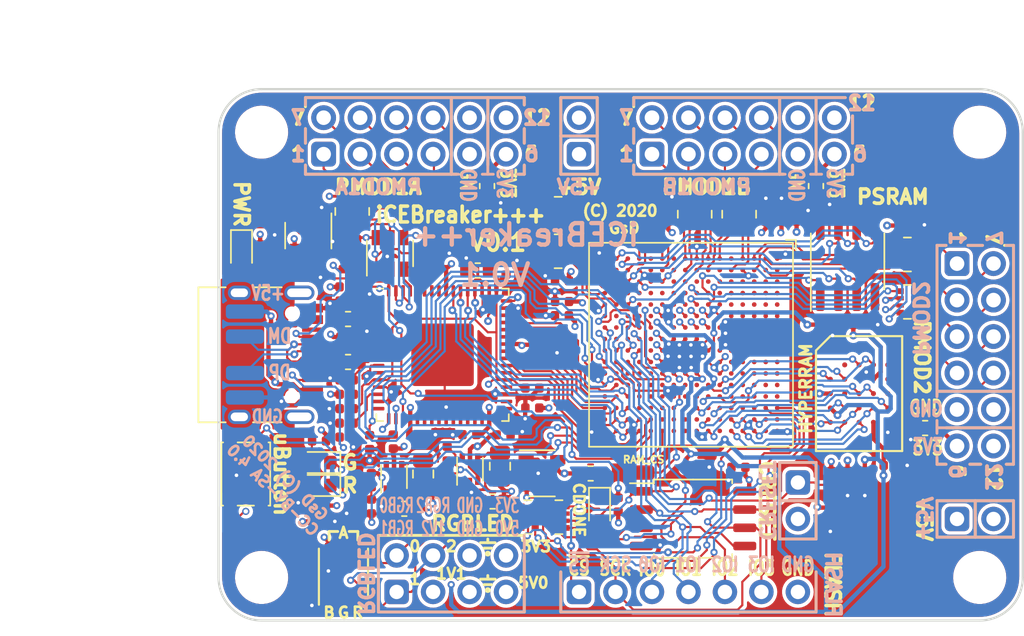
<source format=kicad_pcb>
(kicad_pcb (version 20201116) (generator pcbnew)
  (title_block (title "iCEBreaker+++") (date "2020-12-12") (rev "V0.1") (company "GsD") (comment 1 "2020 (C) GsD  <greg.davill@gmail.com>") (comment 3 "License: CC-BY-SA 4.0"))
  (layers (0 "F.Cu" signal) (1 "In1.Cu" signal) (2 "In2.Cu" signal) (31 "B.Cu" signal) (34 "B.Paste" user) (35 "F.Paste" user) (36 "B.SilkS" user "B.Silkscreen") (37 "F.SilkS" user "F.Silkscreen") (38 "B.Mask" user) (39 "F.Mask" user) (44 "Edge.Cuts" user))
  (net 0 "")
  (net 1 "/~LEDG")
  (net 2 "/xFIFO_~WR")
  (net 3 "+3V3")
  (net 4 "Net-(D1-Pad2)")
  (net 5 "+1V2")
  (net 6 "/xFIFO_WKUP")
  (net 7 "/~BUTTON")
  (net 8 "/FLASH_SCK")
  (net 9 "/xFIFO_~RD")
  (net 10 "/xFIFO_~RXF")
  (net 11 "Net-(U8-PadL13)")
  (net 12 "Net-(U8-PadK13)")
  (net 13 "/xFIFO_D7")
  (net 14 "/xFIFO_D6")
  (net 15 "Net-(U8-PadL15)")
  (net 16 "Net-(C26-Pad2)")
  (net 17 "/xFIFO_D5")
  (net 18 "/xFIFO_D4")
  (net 19 "Net-(U8-PadF5)")
  (net 20 "/JTAG_TCK")
  (net 21 "/xFIFO_D3")
  (net 22 "/xFIFO_D2")
  (net 23 "Net-(U8-PadM12)")
  (net 24 "/xFIFO_~TXE")
  (net 25 "Net-(U8-PadF4)")
  (net 26 "GND")
  (net 27 "Net-(R6-Pad1)")
  (net 28 "Net-(D4-Pad2)")
  (net 29 "/FTDI_CLK")
  (net 30 "+5V")
  (net 31 "/JTAG_TMS")
  (net 32 "Net-(C12-Pad1)")
  (net 33 "Net-(R8-Pad1)")
  (net 34 "Net-(C13-Pad1)")
  (net 35 "+1V8")
  (net 36 "Net-(R9-Pad1)")
  (net 37 "Net-(D5-Pad2)")
  (net 38 "/DONE")
  (net 39 "/PMODS/P2_1")
  (net 40 "/PMODS/P2_1x")
  (net 41 "/PMODS/P2_2")
  (net 42 "/PMODS/P2_2x")
  (net 43 "/PMODS/P2_3")
  (net 44 "/PMODS/P2_3x")
  (net 45 "/PMODS/P2_4")
  (net 46 "/PMODS/P2_4x")
  (net 47 "/PMODS/P1A1")
  (net 48 "/PMODS/P1A1x")
  (net 49 "/shield")
  (net 50 "Net-(R2-Pad1)")
  (net 51 "/~LEDR")
  (net 52 "Net-(R2-Pad2)")
  (net 53 "Net-(R2-Pad3)")
  (net 54 "/RAM_CS")
  (net 55 "/PMODS/P1A2")
  (net 56 "/PMODS/P1A2x")
  (net 57 "/PMODS/P1A3")
  (net 58 "/PMODS/P1A3x")
  (net 59 "/PMODS/P1A4")
  (net 60 "/PMODS/P1A4x")
  (net 61 "/PMODS/P1B1")
  (net 62 "/PMODS/P1B1x")
  (net 63 "/PMODS/P1B2")
  (net 64 "/PMODS/P1B2x")
  (net 65 "/PMODS/P1B3")
  (net 66 "/PMODS/P1B3x")
  (net 67 "/PMODS/P1B4")
  (net 68 "/PMODS/P1B4x")
  (net 69 "/PMODS/P2_7")
  (net 70 "/PMODS/P2_7x")
  (net 71 "/USB_DP")
  (net 72 "/USB_DM")
  (net 73 "Net-(C27-Pad2)")
  (net 74 "/JTAG_TDO")
  (net 75 "/FLASH_MISO|IO1")
  (net 76 "/FLASH_MOSI|IO0")
  (net 77 "/FLASH_~WP~|IO2")
  (net 78 "/FLASH_~HLD~|~RST~|IO3")
  (net 79 "/FLASH_CS")
  (net 80 "/xFIFO_D1")
  (net 81 "/xFIFO_D0")
  (net 82 "Net-(U8-PadD3)")
  (net 83 "Net-(U8-PadC3)")
  (net 84 "Net-(L3-Pad1)")
  (net 85 "Net-(L4-Pad1)")
  (net 86 "Net-(U8-PadN12)")
  (net 87 "Net-(U8-PadN14)")
  (net 88 "/JTAG_TDI")
  (net 89 "Net-(U8-PadP11)")
  (net 90 "/~LED_RGB2")
  (net 91 "/~LED_RGB1")
  (net 92 "/~LED_RGB0")
  (net 93 "/PMODS/P2_8")
  (net 94 "/PMODS/P2_8x")
  (net 95 "/PMODS/P2_9")
  (net 96 "/PMODS/P2_9x")
  (net 97 "/PMODS/P2_10")
  (net 98 "/PMODS/P2_10x")
  (net 99 "/PMODS/P1A7")
  (net 100 "/PMODS/P1A7x")
  (net 101 "/PMODS/P1A8")
  (net 102 "/PMODS/P1A8x")
  (net 103 "/PMODS/P1A9")
  (net 104 "/PMODS/P1A9x")
  (net 105 "/PMODS/P1A10")
  (net 106 "/PMODS/P1A10x")
  (net 107 "/PMODS/P1B7")
  (net 108 "/PMODS/P1B7x")
  (net 109 "/PMODS/P1B8")
  (net 110 "/PMODS/P1B8x")
  (net 111 "/PMODS/P1B9")
  (net 112 "/PMODS/P1B9x")
  (net 113 "/PMODS/P1B10")
  (net 114 "/PMODS/P1B10x")
  (net 115 "Net-(U8-PadN11)")
  (net 116 "Net-(U8-PadM11)")
  (net 117 "Net-(U8-PadT2)")
  (net 118 "Net-(U8-PadR2)")
  (net 119 "Net-(R27-Pad5)")
  (net 120 "Net-(U8-PadM4)")
  (net 121 "Net-(U8-PadK16)")
  (net 122 "Net-(U8-PadJ16)")
  (net 123 "Net-(U8-PadE14)")
  (net 124 "Net-(U8-PadF16)")
  (net 125 "Net-(R27-Pad7)")
  (net 126 "Net-(U8-PadE13)")
  (net 127 "no_connect_276")
  (net 128 "Net-(U8-PadN4)")
  (net 129 "/PROGRAMn")
  (net 130 "Net-(R2-Pad4)")
  (net 131 "Net-(U8-PadM9)")
  (net 132 "Net-(U8-PadK15)")
  (net 133 "Net-(U8-PadF15)")
  (net 134 "no_connect_268")
  (net 135 "no_connect_269")
  (net 136 "Net-(U8-PadM8)")
  (net 137 "Net-(U8-PadN13)")
  (net 138 "Net-(U8-PadM14)")
  (net 139 "Net-(U8-PadM13)")
  (net 140 "Net-(U8-PadL14)")
  (net 141 "Net-(U8-PadL12)")
  (net 142 "Net-(U8-PadJ14)")
  (net 143 "Net-(U8-PadG14)")
  (net 144 "no_connect_270")
  (net 145 "no_connect_271")
  (net 146 "Net-(U8-PadD14)")
  (net 147 "Net-(U8-PadC14)")
  (net 148 "Net-(U8-PadB14)")
  (net 149 "no_connect_272")
  (net 150 "no_connect_273")
  (net 151 "no_connect_274")
  (net 152 "Net-(U8-PadK3)")
  (net 153 "Net-(U8-PadK1)")
  (net 154 "Net-(U8-PadJ5)")
  (net 155 "Net-(U8-PadJ3)")
  (net 156 "no_connect_275")
  (net 157 "Net-(U8-PadH13)")
  (net 158 "no_connect_277")
  (net 159 "no_connect_278")
  (net 160 "Net-(U8-PadB15)")
  (net 161 "Net-(U8-PadD13)")
  (net 162 "Net-(U8-PadC13)")
  (net 163 "Net-(U8-PadB13)")
  (net 164 "Net-(U8-PadA13)")
  (net 165 "Net-(U8-PadF3)")
  (net 166 "Net-(U8-PadE3)")
  (net 167 "no_connect_279")
  (net 168 "Net-(U8-PadH12)")
  (net 169 "no_connect_280")
  (net 170 "no_connect_281")
  (net 171 "Net-(U8-PadE12)")
  (net 172 "Net-(U8-PadD12)")
  (net 173 "Net-(U8-PadC12)")
  (net 174 "Net-(U8-PadB12)")
  (net 175 "Net-(U8-PadA12)")
  (net 176 "+1V1")
  (net 177 "+2V5")
  (net 178 "Net-(U8-PadE11)")
  (net 179 "Net-(U8-PadD11)")
  (net 180 "Net-(U8-PadC11)")
  (net 181 "Net-(U8-PadB11)")
  (net 182 "Net-(U8-PadA11)")
  (net 183 "Net-(U8-PadE10)")
  (net 184 "Net-(U8-PadD10)")
  (net 185 "Net-(U8-PadC10)")
  (net 186 "Net-(U8-PadB10)")
  (net 187 "Net-(U8-PadA10)")
  (net 188 "Net-(U8-PadT9)")
  (net 189 "Net-(U8-PadE9)")
  (net 190 "Net-(U8-PadD9)")
  (net 191 "Net-(U8-PadC9)")
  (net 192 "Net-(U8-PadB9)")
  (net 193 "Net-(U8-PadA9)")
  (net 194 "Net-(U8-PadR8)")
  (net 195 "Net-(U8-PadP8)")
  (net 196 "Net-(U8-PadE8)")
  (net 197 "Net-(U8-PadD8)")
  (net 198 "Net-(U8-PadC8)")
  (net 199 "Net-(U8-PadB8)")
  (net 200 "Net-(U8-PadA8)")
  (net 201 "Net-(U8-PadR7)")
  (net 202 "Net-(U8-PadP7)")
  (net 203 "Net-(U8-PadE7)")
  (net 204 "Net-(U8-PadD7)")
  (net 205 "Net-(U8-PadC7)")
  (net 206 "Net-(U8-PadB7)")
  (net 207 "Net-(U8-PadA7)")
  (net 208 "Net-(U8-PadT6)")
  (net 209 "Net-(U8-PadR6)")
  (net 210 "Net-(U8-PadP6)")
  (net 211 "no_connect_282")
  (net 212 "Net-(U8-PadM6)")
  (net 213 "Net-(U8-PadE6)")
  (net 214 "Net-(U8-PadD6)")
  (net 215 "Net-(U8-PadC6)")
  (net 216 "Net-(U8-PadB6)")
  (net 217 "Net-(U8-PadA6)")
  (net 218 "no_connect_283")
  (net 219 "Net-(U8-PadN5)")
  (net 220 "Net-(U8-PadM5)")
  (net 221 "Net-(U8-PadL5)")
  (net 222 "Net-(U8-PadK5)")
  (net 223 "Net-(U8-PadE5)")
  (net 224 "Net-(U8-PadD5)")
  (net 225 "Net-(U8-PadC5)")
  (net 226 "Net-(U8-PadB5)")
  (net 227 "Net-(U8-PadA5)")
  (net 228 "Net-(U8-PadL4)")
  (net 229 "Net-(U8-PadK4)")
  (net 230 "Net-(U8-PadJ4)")
  (net 231 "Net-(U8-PadE4)")
  (net 232 "Net-(U8-PadD4)")
  (net 233 "Net-(U8-PadC4)")
  (net 234 "Net-(U8-PadB4)")
  (net 235 "Net-(U8-PadA4)")
  (net 236 "Net-(U8-PadK2)")
  (net 237 "Net-(U8-PadM3)")
  (net 238 "Net-(U8-PadN6)")
  (net 239 "Net-(U8-PadH3)")
  (net 240 "Net-(U8-PadG3)")
  (net 241 "Net-(U8-PadR4)")
  (net 242 "Net-(U8-PadT3)")
  (net 243 "Net-(U8-PadB3)")
  (net 244 "Net-(U8-PadA3)")
  (net 245 "Net-(U8-PadM2)")
  (net 246 "Net-(U8-PadF2)")
  (net 247 "Net-(U8-PadA2)")
  (net 248 "Net-(U8-PadM1)")
  (net 249 "Net-(U8-PadE1)")
  (net 250 "Net-(J24-PadB8)")
  (net 251 "Net-(J24-PadA5)")
  (net 252 "Net-(J24-PadA8)")
  (net 253 "Net-(J24-PadB5)")
  (net 254 "Net-(U8-PadJ15)")
  (net 255 "Net-(U8-PadH15)")
  (net 256 "Net-(U8-PadK14)")
  (net 257 "no_connect_284")
  (net 258 "no_connect_285")
  (net 259 "no_connect_286")
  (net 260 "Net-(U8-PadB16)")
  (net 261 "Net-(U8-PadJ12)")
  (net 262 "/RAM/HRAM_CLK#")
  (net 263 "/RAM/HRAM_CLK")
  (net 264 "/RAM/HRAM_DQ2")
  (net 265 "/RAM/HRAM_DQ0")
  (net 266 "/RAM/HRAM_DQ3")
  (net 267 "/RAM/HRAM_DQ5")
  (net 268 "/RAM/HRAM_DQ4")
  (net 269 "/RAM/HRAM_DQ1")
  (net 270 "/RAM/HRAM_DQ6")
  (net 271 "/RAM/HRAM_DQ7")
  (net 272 "/RAM/HRAM_RWDS")
  (net 273 "/RAM/HRAM_CS")
  (net 274 "/RAM/HRAM_RST")
  (net 275 "/PMODS/RAM_IO2")
  (net 276 "/PMODS/RAM_IO3")
  (net 277 "/PMODS/RAM_CS")
  (net 278 "/PMODS/RAM_IO0")
  (net 279 "/PMODS/RAM_CLK")
  (net 280 "/PMODS/RAM_IO1")
  (net 281 "Net-(U10-PadC5)")
  (net 282 "Net-(U10-PadB5)")
  (net 283 "no_connect_265")
  (net 284 "no_connect_266")
  (net 285 "no_connect_267")
  (net 286 "Net-(U8-PadJ13)")
  (footprint "gsd-footprints:PMOD_Angled_2x06" (layer "F.Cu") (at 72.88 33.53 180)
    (fp_text reference "J27" hide)
    (fp_text value "PMOD" hide)
  )
  (footprint "Mounting_Holes:MountingHole_3-5mm" (layer "F.Cu") (at 83 32)
    (fp_text reference "REF**" hide)
    (fp_text value "MH3" hide)
  )
  (footprint "Mounting_Holes:MountingHole_3-5mm" (layer "F.Cu") (at 33 63)
    (fp_text reference "REF**" hide)
    (fp_text value "MH3" hide)
  )
  (footprint "Mounting_Holes:MountingHole_3-5mm" (layer "F.Cu") (at 83 63)
    (fp_text reference "REF**" hide)
    (fp_text value "MH3" hide)
  )
  (footprint "Capacitor_SMD:C_0402_1005Metric" (layer "F.Cu") (at 38.925 49.25 180)
    (fp_text reference "C13" hide)
    (fp_text value "100n" hide)
  )
  (footprint "Connector_PinHeader_2.54mm:PinHeader_2x04_P2.54mm_Vertical" (layer "F.Cu") (at 42.4 64.01 90)
    (fp_text reference "J25" hide)
    (fp_text value "RGB Led" hide)
  )
  (footprint "Mounting_Holes:MountingHole_3-5mm" (layer "F.Cu") (at 33 32)
    (fp_text reference "REF**" hide)
    (fp_text value "MH3" hide)
  )
  (footprint "Connector_PinHeader_2.54mm:PinHeader_2x01_P2.54mm_Vertical" (layer "F.Cu") (at 81.42 58.93)
    (fp_text reference "J22" hide)
    (fp_text value "5V AUX" hide)
  )
  (footprint "Capacitor_SMD:C_0402_1005Metric" (layer "F.Cu") (at 39.65 41.05 90)
    (fp_text reference "C17" hide)
    (fp_text value "100n" hide)
  )
  (footprint "Capacitor_SMD:C_0402_1005Metric" (layer "F.Cu") (at 45.26 40.91 90)
    (fp_text reference "C21" hide)
    (fp_text value "100n" hide)
  )
  (footprint "Capacitor_SMD:C_0402_1005Metric" (layer "F.Cu") (at 47.47 53.06 180)
    (fp_text reference "C19" hide)
    (fp_text value "100n" hide)
  )
  (footprint "Capacitor_SMD:C_0402_1005Metric" (layer "F.Cu") (at 36.02 41.61)
    (fp_text reference "C4" hide)
    (fp_text value "100n" hide)
  )
  (footprint "Capacitor_SMD:C_0402_1005Metric" (layer "F.Cu") (at 50.02 41.43 90)
    (fp_text reference "C10" hide)
    (fp_text value "100n" hide)
  )
  (footprint "Capacitor_SMD:C_0402_1005Metric" (layer "F.Cu") (at 43.84 53.08)
    (fp_text reference "C18" hide)
    (fp_text value "100n" hide)
  )
  (footprint "Resistor_SMD:R_0402_1005Metric" (layer "F.Cu") (at 37 53.5)
    (fp_text reference "R14" hide)
    (fp_text value "330E" hide)
  )
  (footprint "Resistor_SMD:R_0402_1005Metric" (layer "F.Cu") (at 31.3 59.4 180)
    (fp_text reference "R13" hide)
    (fp_text value "10k" hide)
  )
  (footprint "Resistor_SMD:R_0402_1005Metric" (layer "F.Cu") (at 38.97 46.26 180)
    (fp_text reference "R9" hide)
    (fp_text value "10k" hide)
  )
  (footprint "Capacitor_SMD:C_0402_1005Metric" (layer "F.Cu") (at 38.925 51.25 180)
    (fp_text reference "C14" hide)
    (fp_text value "100n" hide)
  )
  (footprint "Inductor_SMD:L_0402_1005Metric" (layer "F.Cu") (at 38.925 50.25)
    (fp_text reference "L1" hide)
    (fp_text value "600" hide)
  )
  (footprint "Inductor_SMD:L_0402_1005Metric" (layer "F.Cu") (at 38.91 42.77)
    (fp_text reference "L2" hide)
    (fp_text value "600" hide)
  )
  (footprint "Capacitor_SMD:C_0402_1005Metric" (layer "F.Cu") (at 38.925 43.75 180)
    (fp_text reference "C12" hide)
    (fp_text value "100n" hide)
  )
  (footprint "Package_TO_SOT_SMD:SOT-23-6" (layer "F.Cu") (at 41.94 40.44 90)
    (fp_text reference "U1" hide)
    (fp_text value "93C46B-SOT-23-6" hide)
  )
  (footprint "Package_DFN_QFN:QFN-64-1EP_9x9mm_P0.5mm_EP4.35x4.35mm" (layer "F.Cu") (at 45.6 47.5)
    (fp_text reference "U2" hide)
    (fp_text value "FT2232H" hide)
  )
  (footprint "Resistor_SMD:R_0402_1005Metric" (layer "F.Cu") (at 44.28 40.91 90)
    (fp_text reference "R6" hide)
    (fp_text value "2k2" hide)
  )
  (footprint "Resistor_SMD:R_0402_1005Metric" (layer "F.Cu") (at 38.92 52.26 180)
    (fp_text reference "R8" hide)
    (fp_text value "12k" hide)
  )
  (footprint "Resistor_SMD:R_0402_1005Metric" (layer "F.Cu") (at 57.83 57.94 90)
    (fp_text reference "R12" hide)
    (fp_text value "2k2" hide)
  )
  (footprint "Resistor_SMD:R_0402_1005Metric" (layer "F.Cu") (at 37 58)
    (fp_text reference "R15" hide)
    (fp_text value "330E" hide)
  )
  (footprint "LED_SMD:LED_0603_1608Metric" (layer "F.Cu") (at 56.53 58.24 -90)
    (fp_text reference "D3" hide)
    (fp_text value "BLU" hide)
  )
  (footprint "LED_SMD:LED_0603_1608Metric" (layer "F.Cu") (at 37 55 180)
    (fp_text reference "D4" hide)
    (fp_text value "GRN" hide)
  )
  (footprint "LED_SMD:LED_0603_1608Metric" (layer "F.Cu") (at 37 56.6 180)
    (fp_text reference "D5" hide)
    (fp_text value "RED" hide)
  )
  (footprint "Capacitor_SMD:C_0402_1005Metric" (layer "F.Cu") (at 66.2 55.33 180)
    (fp_text reference "C22" hide)
    (fp_text value "100n" hide)
  )
  (footprint "Capacitor_SMD:C_0402_1005Metric" (layer "F.Cu") (at 52.41 46.8)
    (fp_text reference "C20" hide)
    (fp_text value "100n" hide)
  )
  (footprint "Capacitor_SMD:C_0402_1005Metric" (layer "F.Cu") (at 51.85 49.82)
    (fp_text reference "C16" hide)
    (fp_text value "100n" hide)
  )
  (footprint "Capacitor_SMD:C_0402_1005Metric" (layer "F.Cu") (at 39.16 39.46 180)
    (fp_text reference "C1" hide)
    (fp_text value "100n" hide)
  )
  (footprint "gsd-footprints:PMOD_Angled_2x06" (layer "F.Cu") (at 50.02 33.53 180)
    (fp_text reference "J23" hide)
    (fp_text value "PMOD" hide)
  )
  (footprint "Connector_PinHeader_2.54mm:PinHeader_2x01_P2.54mm_Vertical" (layer "F.Cu") (at 55.1 33.53 90)
    (fp_text reference "J26" hide)
    (fp_text value "5V AUX" hide)
  )
  (footprint "Connector_PinHeader_2.54mm:PinHeader_1x07_P2.54mm_Vertical" (layer "F.Cu") (at 55.1 64.01 90)
    (fp_text reference "J20" hide)
    (fp_text value "Flash" hide)
  )
  (footprint "Capacitor_SMD:C_0603_1608Metric" (layer "F.Cu") (at 39.02 48 180)
    (fp_text reference "C9" hide)
    (fp_text value "4u7" hide)
  )
  (footprint "Capacitor_SMD:C_0603_1608Metric" (layer "F.Cu") (at 39.02 45.01 180)
    (fp_text reference "C6" hide)
    (fp_text value "4u7" hide)
  )
  (footprint "Resistor_SMD:R_0402_1005Metric" (layer "F.Cu") (at 33.9 40.3 -90)
    (fp_text reference "R1" hide)
    (fp_text value "1M" hide)
  )
  (footprint "Resistor_SMD:R_0402_1005Metric" (layer "F.Cu") (at 32.9 40.3 -90)
    (fp_text reference "R5" hide)
    (fp_text value "330E" hide)
  )
  (footprint "Capacitor_SMD:C_0603_1608Metric" (layer "F.Cu") (at 48.05 41.63 180)
    (fp_text reference "C7" hide)
    (fp_text value "4u7" hide)
  )
  (footprint "Resistor_SMD:R_Array_Convex_4x0402" (layer "F.Cu") (at 63.16 37.71 90)
    (fp_text reference "R4" hide)
    (fp_text value "33R" hide)
  )
  (footprint "Resistor_SMD:R_0402_1005Metric" (layer "F.Cu") (at 52.39823 47.755848)
    (fp_text reference "R25" hide)
    (fp_text value "10k" hide)
  )
  (footprint "Connector_PinHeader_2.54mm:PinHeader_2x01_P2.54mm_Vertical" (layer "F.Cu") (at 70.34 56.39 -90)
    (fp_text reference "J28" hide)
    (fp_text value "CRESET" hide)
  )
  (footprint "Resistor_SMD:R_Array_Convex_4x0402" (layer "F.Cu") (at 53.7 58.805)
    (fp_text reference "R11" hide)
    (fp_text value "10k" hide)
  )
  (footprint "Capacitor_SMD:C_0603_1608Metric" (layer "F.Cu") (at 71.6 35.75 90)
    (fp_text reference "C33" hide)
    (fp_text value "DNP" hide)
  )
  (footprint "Capacitor_SMD:C_0603_1608Metric" (layer "F.Cu") (at 48.7 35.75 90)
    (fp_text reference "C32" hide)
    (fp_text value "DNP" hide)
  )
  (footprint "gsd-footprints:PMOD_Angled_2x06" (layer "F.Cu") (at 81.42 53.85 90)
    (fp_text reference "J21" hide)
    (fp_text value "PMOD" hide)
  )
  (footprint "Capacitor_SMD:C_0603_1608Metric" (layer "F.Cu") (at 79.2 52.6)
    (fp_text reference "C34" hide)
    (fp_text value "DNP" hide)
  )
  (footprint "Button_Switch_SMD:SW_SPST_PTS810" (layer "F.Cu") (at 31.9 55.8 -90)
    (fp_text reference "SW1" hide)
    (fp_text value "TACT" hide)
  )
  (footprint "pkl_pads:PAD_SMD_1x1.5" (layer "F.Cu") (at 59.6 55.7)
    (fp_text reference "P6" hide)
    (fp_text value "RAM_CS" hide)
  )
  (footprint "pkl_led:LED_Cree_PLCC6_3.4x3.4mm" (layer "F.Cu") (at 38.7 62.7 90)
    (fp_text reference "D11" hide)
    (fp_text value "LED_RGB" hide)
  )
  (footprint "LED_SMD:LED_0603_1608Metric" (layer "F.Cu") (at 31.6 40.3 -90)
    (fp_text reference "D1" hide)
    (fp_text value "GRN" hide)
  )
  (footprint "Capacitor_SMD:C_0402_1005Metric" (layer "F.Cu") (at 49.85 53.07)
    (fp_text reference "C23" hide)
    (fp_text value "4.7uF" hide)
  )
  (footprint "Capacitor_SMD:C_0402_1005Metric" (layer "F.Cu") (at 74.685 45.4)
    (fp_text reference "C40" hide)
    (fp_text value "0.1uF" hide)
  )
  (footprint "Resistor_SMD:R_0402_1005Metric" (layer "F.Cu") (at 39.65 58.07 90)
    (fp_text reference "R23" hide)
    (fp_text value "47k" hide)
  )
  (footprint "Capacitor_SMD:C_0402_1005Metric" (layer "F.Cu") (at 53.915 42.35 180)
    (fp_text reference "C36" hide)
    (fp_text value "0.1uF" hide)
  )
  (footprint "Capacitor_SMD:C_0402_1005Metric" (layer "F.Cu") (at 40.64 56.225 -90)
    (fp_text reference "C26" hide)
    (fp_text value "6.8pF" hide)
  )
  (footprint "Package_TO_SOT_SMD:SOT-23-5" (layer "F.Cu") (at 36.25 39.2 -90)
    (fp_text reference "U7" hide)
    (fp_text value "12MHz" hide)
  )
  (footprint "Capacitor_SMD:C_0402_1005Metric" (layer "F.Cu") (at 53.91 44.77 180)
    (fp_text reference "C2" hide)
    (fp_text value "0.1uF" hide)
  )
  (footprint "Package_TO_SOT_SMD:SOT-23-5" (layer "F.Cu") (at 52.52 55.75)
    (fp_text reference "U6" hide)
    (fp_text value "TLV713285PDBV" hide)
  )
  (footprint "Capacitor_SMD:C_0603_1608Metric" (layer "F.Cu") (at 55.91 55.76)
    (fp_text reference "C24" hide)
    (fp_text value "10uF" hide)
  )
  (footprint "Capacitor_SMD:C_0402_1005Metric" (layer "F.Cu") (at 76.8 55.2)
    (fp_text reference "C41" hide)
    (fp_text value "0.1uF" hide)
  )
  (footprint "Capacitor_SMD:C_0402_1005Metric" (layer "F.Cu") (at 73.8 56.07 -90)
    (fp_text reference "C30" hide)
    (fp_text value "1uF" hide)
  )
  (footprint "Capacitor_SMD:C_0402_1005Metric" (layer "F.Cu") (at 61.32 37.74 90)
    (fp_text reference "C3" hide)
    (fp_text value "0.1uF" hide)
  )
  (footprint "Resistor_SMD:R_Array_Convex_4x0402" (layer "F.Cu") (at 66.25 37.71 90)
    (fp_text reference "R17" hide)
    (fp_text value "33R" hide)
  )
  (footprint "Resistor_SMD:R_0402_1005Metric" (layer "F.Cu") (at 38.68 41.05 -90)
    (fp_text reference "R21" hide)
    (fp_text value "5.1k" hide)
  )
  (footprint "Resistor_SMD:R_Array_Convex_4x0402" (layer "F.Cu") (at 53.65 37.68)
    (fp_text reference "R3" hide)
    (fp_text value "33R" hide)
  )
  (footprint "Capacitor_SMD:C_0402_1005Metric" (layer "F.Cu") (at 63.07 55.32)
    (fp_text reference "C8" hide)
    (fp_text value "0.1uF" hide)
  )
  (footprint "Capacitor_SMD:C_0402_1005Metric" (layer "F.Cu") (at 69.2 37.75 90)
    (fp_text reference "C38" hide)
    (fp_text value "0.1uF" hide)
  )
  (footprint "Resistor_SMD:R_0402_1005Metric" (layer "F.Cu") (at 72.66 56.07 -90)
    (fp_text reference "R19" hide)
    (fp_text value "10k" hide)
  )
  (footprint "Package_SO:SOIC-8_3.9x4.9mm_P1.27mm" (layer "F.Cu") (at 73.8 41 90)
    (fp_text reference "U9" hide)
    (fp_text value "LY68L6400SLIT" hide)
  )
  (footprint "Resistor_SMD:R_Array_Convex_4x0402" (layer "F.Cu") (at 51.55 58.8)
    (fp_text reference "R27" hide)
    (fp_text value "33R" hide)
  )
  (footprint "Capacitor_SMD:C_0402_1005Metric" (layer "F.Cu") (at 75 56.07 -90)
    (fp_text reference "C42" hide)
    (fp_text value "0.1uF" hide)
  )
  (footprint "Connector_USB:USB_C_Receptacle_HRO_TYPE-C-31-M-12" (layer "F.Cu") (at 32.5 47.5 -90)
    (fp_text reference "J24" hide)
    (fp_text value "USB_C_Receptacle_USB2.0" hide)
  )
  (footprint "gsd-footprints:BGA-24_8.0x6.0mm_Layout5x5_P0.8mm_Pad0.35mm_NSMD" (layer "F.Cu") (at 74.6 50.2)
    (fp_text reference "U10" hide)
    (fp_text value "IS66WVH16M8ALL" hide)
  )
  (footprint "Inductor_SMD:L_0805_2012Metric" (layer "F.Cu") (at 49.6 55.26 -90)
    (fp_text reference "L4" hide)
    (fp_text value "2.2uH" hide)
  )
  (footprint "Package_TO_SOT_SMD:SOT-666" (layer "F.Cu") (at 47.51 55.46 90)
    (fp_text reference "U5" hide)
    (fp_text value "TLV62569DRL" hide)
  )
  (footprint "Capacitor_SMD:C_0402_1005Metric" (layer "F.Cu") (at 53.92 43.79 180)
    (fp_text reference "C11" hide)
    (fp_text value "0.1uF" hide)
  )
  (footprint "Capacitor_SMD:C_0402_1005Metric" (layer "F.Cu") (at 51.85 51.2 180)
    (fp_text reference "C37" hide)
    (fp_text value "0.1uF" hide)
  )
  (footprint "Resistor_SMD:R_0402_1005Metric" (layer "F.Cu") (at 46.67 57.64 180)
    (fp_text reference "R26" hide)
    (fp_text value "100k" hide)
  )
  (footprint "Capacitor_SMD:C_0603_1608Metric" (layer "F.Cu") (at 42.9325 58.22 180)
    (fp_text reference "C28" hide)
    (fp_text value "10uF" hide)
  )
  (footprint "Capacitor_SMD:C_0402_1005Metric" (layer "F.Cu") (at 72.285 45.4)
    (fp_text reference "C35" hide)
    (fp_text value "0.1uF" hide)
  )
  (footprint "Resistor_SMD:R_Array_Convex_4x0402" (layer "F.Cu") (at 53.65 40.29)
    (fp_text reference "R16" hide)
    (fp_text value "33R" hide)
  )
  (footprint "Package_BGA:BGA-256_14.0x14.0mm_Layout16x16_P0.8mm_Ball0.45mm_Pad0.32mm_NSMD" (layer "F.Cu") (at 62.9 46.8 -90)
    (fp_text reference "U8" hide)
    (fp_text value "ECP5U-12-CABGA256" hide)
  )
  (footprint "Capacitor_SMD:C_0402_1005Metric" (layer "F.Cu") (at 45.93 56.24 -90)
    (fp_text reference "C27" hide)
    (fp_text value "6.8pF" hide)
  )
  (footprint "Capacitor_SMD:C_0402_1005Metric" (layer "F.Cu") (at 70.25 37.735 90)
    (fp_text reference "C39" hide)
    (fp_text value "0.1uF" hide)
  )
  (footprint "Package_SO:SOIC-8_5.23x5.23mm_P1.27mm" (layer "F.Cu") (at 63.04 58.91)
    (fp_text reference "U3" hide)
    (fp_text value "W25Q32JVSS" hide)
  )
  (footprint "Capacitor_SMD:C_0603_1608Metric" (layer "F.Cu") (at 49.08 57.71 180)
    (fp_text reference "C29" hide)
    (fp_text value "10uF" hide)
  )
  (footprint "Capacitor_SMD:C_0402_1005Metric" (layer "F.Cu") (at 37 59.1)
    (fp_text reference "C43" hide)
    (fp_text value "0.1uF" hide)
  )
  (footprint "Capacitor_SMD:C_0402_1005Metric" (layer "F.Cu") (at 77.95 38.5)
    (fp_text reference "C31" hide)
    (fp_text value "1uF" hide)
  )
  (footprint "Inductor_SMD:L_0805_2012Metric" (layer "F.Cu") (at 44.25 55.8 -90)
    (fp_text reference "L3" hide)
    (fp_text value "2.2uH" hide)
  )
  (footprint "Resistor_SMD:R_Array_Convex_4x0402" (layer "F.Cu") (at 77.965 43.815)
    (fp_text reference "R18" hide)
    (fp_text value "33R" hide)
  )
  (footprint "Resistor_SMD:R_Array_Convex_4x0402" (layer "F.Cu") (at 77.965 40.515)
    (fp_text reference "R7" hide)
    (fp_text value "33R" hide)
  )
  (footprint "Resistor_SMD:R_0402_1005Metric" (layer "F.Cu") (at 40.64 58.06 -90)
    (fp_text reference "R10" hide)
    (fp_text value "210k" hide)
  )
  (footprint "Capacitor_SMD:C_0402_1005Metric" (layer "F.Cu") (at 42.17 53.54 90)
    (fp_text reference "C15" hide)
    (fp_text value "4.7uF" hide)
  )
  (footprint "Resistor_SMD:R_0402_1005Metric" (layer "F.Cu") (at 45.92 54.38 90)
    (fp_text reference "R24" hide)
    (fp_text value "84k5" hide)
  )
  (footprint "Capacitor_SMD:C_0402_1005Metric" (layer "F.Cu") (at 68.1 37.75 90)
    (fp_text reference "C5" hide)
    (fp_text value "0.1uF" hide)
  )
  (footprint "Resistor_SMD:R_0402_1005Metric" (layer "F.Cu") (at 40.52 53.58 -90)
    (fp_text reference "R20" hide)
    (fp_text value "1k" hide)
  )
  (footprint "Capacitor_SMD:C_0402_1005Metric" (layer "F.Cu") (at 72.58 58.6275 -90)
    (fp_text reference "C25" hide)
    (fp_text value "1uF" hide)
  )
  (footprint "Package_TO_SOT_SMD:SOT-666" (layer "F.Cu") (at 42.22 55.99 90)
    (fp_text reference "U4" hide)
    (fp_text value "TLV62569DRL" hide)
  )
  (footprint "Resistor_SMD:R_0402_1005Metric" (layer "F.Cu") (at 38.92 53.23 180)
    (fp_text reference "R22" hide)
    (fp_text value "5.1k" hide)
  )
  (footprint "Resistor_SMD:R_Array_Convex_4x0402" (layer "F.Cu") (at 39.31 37.52 90)
    (fp_text reference "R2" hide)
    (fp_text value "10k" hide)
  )
  (footprint "pkl_pads:PAD_SMD_1x2.65" (layer "B.Cu") (at 31.84 48.77)
    (fp_text reference "P4" hide)
    (fp_text value "UP" hide)
  )
  (footprint "pkl_pads:PAD_SMD_1x2.65" (layer "B.Cu") (at 31.84 46.23)
    (fp_text reference "P3" hide)
    (fp_text value "UP" hide)
  )
  (footprint "pkl_pads:PAD_SMD_1x2.65" (layer "B.Cu") (at 31.835 50.47)
    (fp_text reference "P5" hide)
    (fp_text value "UP" hide)
  )
  (footprint "pkl_pads:PAD_SMD_1x2.65" (layer "B.Cu") (at 31.835 44.49)
    (fp_text reference "P2" hide)
    (fp_text value "UP" hide)
  )
  (gr_line (start 36.05 31.752) (end 36.05 32.768) (layer "B.SilkS") (width 0.2))
  (gr_line (start 58.91 31.752) (end 58.91 32.768) (layer "B.SilkS") (width 0.2))
  (gr_line (start 69.07 29.593) (end 58.91 29.593) (layer "B.SilkS") (width 0.2))
  (gr_line (start 58.91 34.292) (end 58.91 34.927) (layer "B.SilkS") (width 0.2))
  (gr_line (start 69.07 29.593) (end 71.61 29.593) (layer "B.SilkS") (width 0.2))
  (gr_line (start 69.07 29.593) (end 69.07 34.927) (layer "B.SilkS") (width 0.2))
  (gr_line (start 71.61 29.593) (end 73.642 29.593) (layer "B.SilkS") (width 0.2))
  (gr_line (start 58.91 34.927) (end 69.451 34.927) (layer "B.SilkS") (width 0.2))
  (gr_line (start 74.15 30.863) (end 74.15 32.768) (layer "B.SilkS") (width 0.2))
  (gr_line (start 71.61 29.593) (end 71.61 34.927) (layer "B.SilkS") (width 0.2))
  (gr_line (start 73.642 34.927) (end 74.15 34.927) (layer "B.SilkS") (width 0.2))
  (gr_line (start 58.91 29.593) (end 58.91 30.101) (layer "B.SilkS") (width 0.2))
  (gr_line (start 53.83 34.927) (end 56.37 34.927) (layer "B.SilkS") (width 0.2))
  (gr_line (start 53.829999 29.593) (end 53.83 34.927) (layer "B.SilkS") (width 0.2))
  (gr_line (start 56.37 29.593) (end 56.37 34.927) (layer "B.SilkS") (width 0.2))
  (gr_line (start 53.829999 29.593) (end 56.37 29.593) (layer "B.SilkS") (width 0.2))
  (gr_line (start 80.023 57.66) (end 85.357 57.66) (layer "B.SilkS") (width 0.2))
  (gr_line (start 80.023 60.200001) (end 85.357 60.2) (layer "B.SilkS") (width 0.2))
  (gr_line (start 80.023 60.200001) (end 80.023 57.66) (layer "B.SilkS") (width 0.2))
  (gr_line (start 85.357 60.2) (end 85.357 57.66) (layer "B.SilkS") (width 0.2))
  (gr_line (start 85.357 50.04) (end 85.357 39.88) (layer "B.SilkS") (width 0.2))
  (gr_line (start 85.357 39.88) (end 84.849 39.88) (layer "B.SilkS") (width 0.2))
  (gr_line (start 80.658 39.88) (end 80.023 39.88) (layer "B.SilkS") (width 0.2))
  (gr_line (start 85.357 50.04) (end 80.023 50.04) (layer "B.SilkS") (width 0.2))
  (gr_line (start 83.198 39.88) (end 82.182 39.88) (layer "B.SilkS") (width 0.2))
  (gr_line (start 85.357 50.04) (end 85.357 52.58) (layer "B.SilkS") (width 0.2))
  (gr_line (start 80.023 39.88) (end 80.023 50.421) (layer "B.SilkS") (width 0.2))
  (gr_line (start 85.357 52.58) (end 80.023 52.58) (layer "B.SilkS") (width 0.2))
  (gr_line (start 85.357 52.58) (end 85.357 55.12) (layer "B.SilkS") (width 0.2))
  (gr_line (start 80.023 54.612) (end 80.023 55.12) (layer "B.SilkS") (width 0.2))
  (gr_line (start 71.610001 60.327) (end 69.07 60.327) (layer "B.SilkS") (width 0.2))
  (gr_line (start 71.610001 60.327) (end 71.61 54.993) (layer "B.SilkS") (width 0.2))
  (gr_line (start 69.07 57.66) (end 71.61 57.66) (layer "B.SilkS") (width 0.2))
  (gr_line (start 69.07 60.327) (end 69.069999 54.993) (layer "B.SilkS") (width 0.2))
  (gr_line (start 71.61 54.993) (end 69.069999 54.993) (layer "B.SilkS") (width 0.2))
  (gr_line (start 51.29 60.073) (end 51.29 65.407) (layer "B.SilkS") (width 0.2))
  (gr_line (start 41.13 65.407) (end 51.29 65.407) (layer "B.SilkS") (width 0.2))
  (gr_line (start 71.61 65.407) (end 71.61 62.613) (layer "B.SilkS") (width 0.2))
  (gr_line (start 53.83 65.407001) (end 53.83 62.613) (layer "B.SilkS") (width 0.2))
  (gr_line (start 71.61 65.407) (end 53.83 65.407001) (layer "B.SilkS") (width 0.2))
  (gr_line (start 80.023 52.072) (end 80.023 52.961) (layer "B.SilkS") (width 0.2))
  (gr_line (start 48.75 29.593) (end 51.29 29.593) (layer "B.SilkS") (width 0.2))
  (gr_line (start 51.29 29.593) (end 51.29 30.101) (layer "B.SilkS") (width 0.2))
  (gr_line (start 41.13 65.407) (end 41.13 60.073) (layer "B.SilkS") (width 0.2))
  (gr_line (start 82.309 55.12) (end 83.071 55.12) (layer "B.SilkS") (width 0.2))
  (gr_line (start 46.21 29.593) (end 46.21 34.927) (layer "B.SilkS") (width 0.2))
  (gr_line (start 51.29 31.752) (end 51.29 32.768) (layer "B.SilkS") (width 0.2))
  (gr_line (start 48.369 34.927) (end 49.131 34.927) (layer "B.SilkS") (width 0.2))
  (gr_line (start 46.21 29.593) (end 36.05 29.593) (layer "B.SilkS") (width 0.2))
  (gr_line (start 50.782 34.927) (end 51.29 34.927) (layer "B.SilkS") (width 0.2))
  (gr_line (start 36.05 29.593) (end 36.05 30.101) (layer "B.SilkS") (width 0.2))
  (gr_line (start 36.05 34.927) (end 46.718 34.927) (layer "B.SilkS") (width 0.2))
  (gr_line (start 85.357 55.12) (end 84.849 55.12) (layer "B.SilkS") (width 0.2))
  (gr_line (start 46.21 29.593) (end 48.75 29.593) (layer "B.SilkS") (width 0.2))
  (gr_line (start 53.83 32.26) (end 56.37 32.26) (layer "B.SilkS") (width 0.2))
  (gr_line (start 51.29 34.927) (end 51.29 34.292) (layer "B.SilkS") (width 0.2))
  (gr_line (start 36.05 34.292) (end 36.05 34.927) (layer "B.SilkS") (width 0.2))
  (gr_line (start 80.023 55.12) (end 80.658 55.12) (layer "B.SilkS") (width 0.2))
  (gr_line (start 71.229 34.927) (end 71.991 34.927) (layer "B.SilkS") (width 0.2))
  (gr_line (start 59.8 62.3) (end 59.45 61.8) (layer "B.SilkS") (width 0.2))
  (gr_line (start 82.69 57.66) (end 82.69 60.2) (layer "B.SilkS") (width 0.2))
  (gr_line (start 74.15 34.927) (end 74.15 34.292) (layer "B.SilkS") (width 0.2))
  (gr_line (start 48.75 29.593) (end 48.75 34.927) (layer "B.SilkS") (width 0.2))
  (gr_line (start 36.05 32.768) (end 36.05 31.752001) (layer "F.SilkS") (width 0.2))
  (gr_line (start 46.209999 34.927) (end 36.05 34.927001) (layer "F.SilkS") (width 0.2))
  (gr_line (start 36.05 30.228) (end 36.05 29.593) (layer "F.SilkS") (width 0.2))
  (gr_line (start 46.209999 34.927) (end 46.591 34.927) (layer "F.SilkS") (width 0.2))
  (gr_line (start 46.209999 34.927) (end 46.21 29.593) (layer "F.SilkS") (width 0.2))
  (gr_line (start 50.909 34.927) (end 51.29 34.927) (layer "F.SilkS") (width 0.2))
  (gr_line (start 51.29 30.101) (end 51.29 29.593) (layer "F.SilkS") (width 0.2))
  (gr_line (start 36.05 29.593) (end 48.75 29.593) (layer "F.SilkS") (width 0.2))
  (gr_line (start 51.29 32.768) (end 51.29 31.752) (layer "F.SilkS") (width 0.2))
  (gr_line (start 48.75 34.292) (end 48.75 29.593) (layer "F.SilkS") (width 0.2))
  (gr_line (start 48.75 29.593) (end 51.29 29.593) (layer "F.SilkS") (width 0.2))
  (gr_line (start 36.05 34.927001) (end 36.05 34.292) (layer "F.SilkS") (width 0.2))
  (gr_line (start 69.069999 34.927) (end 69.324 34.927) (layer "F.SilkS") (width 0.2))
  (gr_line (start 58.91 32.768) (end 58.91 31.752001) (layer "F.SilkS") (width 0.2))
  (gr_line (start 74.15 34.927) (end 74.15 34.292) (layer "F.SilkS") (width 0.2))
  (gr_line (start 73.769 34.927) (end 74.15 34.927) (layer "F.SilkS") (width 0.2))
  (gr_line (start 71.61 34.292) (end 71.61 29.593) (layer "F.SilkS") (width 0.2))
  (gr_line (start 69.069999 34.927) (end 69.07 29.593) (layer "F.SilkS") (width 0.2))
  (gr_line (start 74.15 32.768) (end 74.15 30.863) (layer "F.SilkS") (width 0.2))
  (gr_line (start 71.61 29.593) (end 73.642 29.593) (layer "F.SilkS") (width 0.2))
  (gr_line (start 58.91 30.228) (end 58.91 29.593) (layer "F.SilkS") (width 0.2))
  (gr_line (start 58.91 29.593) (end 71.61 29.593) (layer "F.SilkS") (width 0.2))
  (gr_line (start 69.069999 34.927) (end 58.91 34.927001) (layer "F.SilkS") (width 0.2))
  (gr_line (start 58.91 34.927001) (end 58.91 34.292) (layer "F.SilkS") (width 0.2))
  (gr_line (start 53.829999 34.927) (end 56.37 34.927) (layer "F.SilkS") (width 0.2))
  (gr_line (start 56.37 34.927) (end 56.37 29.593) (layer "F.SilkS") (width 0.2))
  (gr_line (start 53.829999 34.927) (end 53.83 29.593) (layer "F.SilkS") (width 0.2))
  (gr_line (start 53.83 29.593) (end 56.37 29.593) (layer "F.SilkS") (width 0.2))
  (gr_line (start 80.023 60.199999) (end 80.023 57.66) (layer "F.SilkS") (width 0.2))
  (gr_line (start 85.357 60.200002) (end 80.023 60.199999) (layer "F.SilkS") (width 0.2))
  (gr_line (start 85.357 57.66) (end 80.023 57.66) (layer "F.SilkS") (width 0.2))
  (gr_line (start 85.357 60.200002) (end 85.357 57.66) (layer "F.SilkS") (width 0.2))
  (gr_line (start 80.023 50.039999) (end 80.023 50.294) (layer "F.SilkS") (width 0.2))
  (gr_line (start 82.182 39.88) (end 83.197999 39.88) (layer "F.SilkS") (width 0.2))
  (gr_line (start 84.722 39.88) (end 85.357 39.88) (layer "F.SilkS") (width 0.2))
  (gr_line (start 80.022999 39.88) (end 80.658 39.88) (layer "F.SilkS") (width 0.2))
  (gr_line (start 80.023 54.739) (end 80.023 55.12) (layer "F.SilkS") (width 0.2))
  (gr_line (start 80.023 50.039999) (end 85.357 50.04) (layer "F.SilkS") (width 0.2))
  (gr_line (start 80.658 52.58) (end 85.357 52.58) (layer "F.SilkS") (width 0.2))
  (gr_line (start 85.357 52.58) (end 85.357 55.12) (layer "F.SilkS") (width 0.2))
  (gr_line (start 85.357 39.88) (end 85.357 52.58) (layer "F.SilkS") (width 0.2))
  (gr_line (start 80.023 50.039999) (end 80.022999 39.88) (layer "F.SilkS") (width 0.2))
  (gr_line (start 69.069999 54.993) (end 69.07 60.327) (layer "F.SilkS") (width 0.2))
  (gr_line (start 71.610002 54.993) (end 71.609999 60.327001) (layer "F.SilkS") (width 0.2))
  (gr_line (start 69.07 57.66) (end 71.61 57.66) (layer "F.SilkS") (width 0.2))
  (gr_line (start 71.609999 60.327001) (end 69.07 60.327) (layer "F.SilkS") (width 0.2))
  (gr_line (start 71.610002 54.993) (end 69.069999 54.993) (layer "F.SilkS") (width 0.2))
  (gr_line (start 51.29 65.407) (end 51.29 64.01) (layer "F.SilkS") (width 0.2))
  (gr_line (start 51.29 65.407) (end 41.13 65.407) (layer "F.SilkS") (width 0.2))
  (gr_line (start 48.496 60.962) (end 49.004 60.962) (layer "F.SilkS") (width 0.2))
  (gr_line (start 48.75 60.581) (end 48.75 60.327) (layer "F.SilkS") (width 0.2))
  (gr_circle (center 48.75 61.343) (end 48.75 61.343) (layer "F.SilkS") (width 0.2) (fill none))
  (gr_line (start 48.242 60.581) (end 49.258 60.581) (layer "F.SilkS") (width 0.2))
  (gr_line (start 37.7 59.8) (end 37.7 60.4) (layer "F.SilkS") (width 0.2))
  (gr_line (start 80.023 55.12) (end 80.658 55.12) (layer "F.SilkS") (width 0.2))
  (gr_line (start 41.13 60.073) (end 51.29 60.073) (layer "F.SilkS") (width 0.2))
  (gr_line (start 71.61 65.407) (end 71.61 62.613) (layer "F.SilkS") (width 0.2))
  (gr_line (start 51.29 34.927) (end 51.29 34.292) (layer "F.SilkS") (width 0.2))
  (gr_line (start 48.242 63.121) (end 49.258 63.121) (layer "F.SilkS") (width 0.2))
  (gr_line (start 84.849 55.12) (end 85.357 55.12) (layer "F.SilkS") (width 0.2))
  (gr_circle (center 48.75 63.883) (end 48.75 63.883) (layer "F.SilkS") (width 0.2) (fill none))
  (gr_line (start 82.69 57.66) (end 82.69 60.2) (layer "F.SilkS") (width 0.2))
  (gr_line (start 82.309 55.12) (end 83.071 55.12) (layer "F.SilkS") (width 0.2))
  (gr_line (start 39.1 59.8) (end 39.7 59.8) (layer "F.SilkS") (width 0.2))
  (gr_line (start 48.496 63.502) (end 49.004 63.502) (layer "F.SilkS") (width 0.2))
  (gr_line (start 53.83 65.407) (end 71.61 65.407) (layer "F.SilkS") (width 0.2))
  (gr_line (start 38.3 59.8) (end 37.7 59.8) (layer "F.SilkS") (width 0.2))
  (gr_line (start 53.83 65.407) (end 53.83 62.613) (layer "F.SilkS") (width 0.2))
  (gr_line (start 41.13 60.073) (end 41.13 65.407) (layer "F.SilkS") (width 0.2))
  (gr_line (start 60.6 62.675) (end 60.9 62.025) (layer "F.SilkS") (width 0.2))
  (gr_line (start 39.7 59.8) (end 39.7 60.4) (layer "F.SilkS") (width 0.2))
  (gr_line (start 51.29 61.47) (end 51.29 62.613) (layer "F.SilkS") (width 0.2))
  (gr_line (start 53.83 32.26) (end 56.37 32.26) (layer "F.SilkS") (width 0.2))
  (gr_line (start 48.75 63.121) (end 48.75 62.867) (layer "F.SilkS") (width 0.2))
  (gr_line (start 30 63) (end 30 32) (layer "Edge.Cuts") (width 0.15))
  (gr_line (start 33 29) (end 83 29) (layer "Edge.Cuts") (width 0.15))
  (gr_arc (start 83 63) (end 83 66) (angle -90) (layer "Edge.Cuts") (width 0.15))
  (gr_arc (start 83 32) (end 86 32) (angle -90) (layer "Edge.Cuts") (width 0.15))
  (gr_arc (start 33 63) (end 30 63) (angle -90) (layer "Edge.Cuts") (width 0.15))
  (gr_line (start 83 66) (end 33 66) (layer "Edge.Cuts") (width 0.15))
  (gr_arc (start 33 32) (end 33 29) (angle -90) (layer "Edge.Cuts") (width 0.15))
  (gr_line (start 86 63) (end 86 32) (layer "Edge.Cuts") (width 0.15))
  (gr_text "PMOD1A" (at 41.13 35.816) (layer "B.SilkS") (effects (font (size 1 1) (thickness 0.25)) (justify mirror)))
  (gr_text "PMOD1B" (at 63.99 35.816) (layer "B.SilkS") (effects (font (size 1 1) (thickness 0.25)) (justify mirror)))
  (gr_text "PMOD2" (at 78.88 44.96 270) (layer "B.SilkS") (effects (font (size 1 1) (thickness 0.25)) (justify mirror)))
  (gr_text "RGBLED" (at 40.241 62.74 270) (layer "B.SilkS") (effects (font (size 1 1) (thickness 0.25)) (justify mirror)))
  (gr_text "FLASH" (at 72.8 63.5 270) (layer "B.SilkS") (effects (font (size 1 1) (thickness 0.25)) (justify mirror)))
  (gr_text "+5V" (at 79.134 58.93 270) (layer "B.SilkS") (effects (font (size 1 1) (thickness 0.25)) (justify mirror)))
  (gr_text "+5V" (at 55.1 35.816) (layer "B.SilkS") (effects (font (size 1 1) (thickness 0.25)) (justify mirror)))
  (gr_text "iCEBreaker++" (at 51.35 39.15) (layer "B.SilkS") (effects (font (size 1.5 1.5) (thickness 0.3)) (justify mirror)))
  (gr_text "V0.1" (at 49.25 41.95) (layer "B.SilkS") (effects (font (size 1.5 1.5) (thickness 0.3)) (justify mirror)))
  (gr_text "GND" (at 70.34 62.105) (layer "B.SilkS") (effects (font (size 1 0.75) (thickness 0.1875)) (justify mirror)))
  (gr_text "IO3" (at 67.8 62.105) (layer "B.SilkS") (effects (font (size 1 0.75) (thickness 0.1875)) (justify mirror)))
  (gr_text "IO2" (at 65.26 62.105) (layer "B.SilkS") (effects (font (size 1 0.75) (thickness 0.1875)) (justify mirror)))
  (gr_text "IO1" (at 62.72 62.105) (layer "B.SilkS") (effects (font (size 1 0.75) (thickness 0.1875)) (justify mirror)))
  (gr_text "IO0" (at 60.18 62.105) (layer "B.SilkS") (effects (font (size 1 0.75) (thickness 0.1875)) (justify mirror)))
  (gr_text "SCK" (at 57.64 62.105) (layer "B.SilkS") (effects (font (size 1 0.75) (thickness 0.1875)) (justify mirror)))
  (gr_text "~CS" (at 55.1 62.105) (layer "B.SilkS") (effects (font (size 1 0.75) (thickness 0.1875)) (justify mirror)))
  (gr_text "3V3\n5V0" (at 50.1 58.8) (layer "B.SilkS") (effects (font (size 1 0.6)) (justify mirror)))
  (gr_text "GND\nGND" (at 47.5 58.8) (layer "B.SilkS") (effects (font (size 1 0.6)) (justify mirror)))
  (gr_text "RGB2\n1V2" (at 44.95 58.8) (layer "B.SilkS") (effects (font (size 1 0.6)) (justify mirror)))
  (gr_text "+5V" (at 33.45 43.2) (layer "B.SilkS") (effects (font (size 1 0.75) (thickness 0.1875)) (justify mirror)))
  (gr_text "DM" (at 34.25 46.2) (layer "B.SilkS") (effects (font (size 1 0.75) (thickness 0.1875)) (justify mirror)))
  (gr_text "DP" (at 34.25 48.75) (layer "B.SilkS") (effects (font (size 1 0.75) (thickness 0.1875)) (justify mirror)))
  (gr_text "GND" (at 33.4 51.8) (layer "B.SilkS") (effects (font (size 0.9 0.7) (thickness 0.175)) (justify mirror)))
  (gr_text "1" (at 35.55 33.55) (layer "B.SilkS") (effects (font (size 1 1) (thickness 0.25)) (justify mirror)))
  (gr_text "6" (at 51.798 33.53) (layer "B.SilkS") (effects (font (size 1 1) (thickness 0.25)) (justify mirror)))
  (gr_text "7" (at 35.55 31) (layer "B.SilkS") (effects (font (size 1 1) (thickness 0.25)) (justify mirror)))
  (gr_text "6" (at 74.658 33.53) (layer "B.SilkS") (effects (font (size 1 1) (thickness 0.25)) (justify mirror)))
  (gr_text "7" (at 58.402 30.99) (layer "B.SilkS") (effects (font (size 1 1) (thickness 0.25)) (justify mirror)))
  (gr_text "1" (at 58.402 33.53) (layer "B.SilkS") (effects (font (size 1 1) (thickness 0.25)) (justify mirror)))
  (gr_text "12" (at 74.785 29.974) (layer "B.SilkS") (effects (font (size 1 1) (thickness 0.25)) (justify mirror)))
  (gr_text "3V3" (at 72.88 35.562 270) (layer "B.SilkS") (effects (font (size 1 0.75) (thickness 0.1875)) (justify mirror)))
  (gr_text "1" (at 81.42 39.372 270) (layer "B.SilkS") (effects (font (size 1 1) (thickness 0.25)) (justify mirror)))
  (gr_text "7" (at 83.96 39.372 270) (layer "B.SilkS") (effects (font (size 1 1) (thickness 0.25)) (justify mirror)))
  (gr_text "GND" (at 79.261 51.31) (layer "B.SilkS") (effects (font (size 1 0.75) (thickness 0.1875)) (justify mirror)))
  (gr_text "3V3" (at 79.388 53.85) (layer "B.SilkS") (effects (font (size 1 0.75) (thickness 0.1875)) (justify mirror)))
  (gr_text "GND" (at 47.48 35.689 90) (layer "B.SilkS") (effects (font (size 1 0.75) (thickness 0.1875)) (justify mirror)))
  (gr_text "12" (at 52.179 30.99) (layer "B.SilkS") (effects (font (size 1 1) (thickness 0.25)) (justify mirror)))
  (gr_text "12" (at 83.96 56.009 270) (layer "B.SilkS") (effects (font (size 1 1) (thickness 0.25)) (justify mirror)))
  (gr_text "6" (at 81.42 55.628 270) (layer "B.SilkS") (effects (font (size 1 1) (thickness 0.25)) (justify mirror)))
  (gr_text "RGB0\nRGB1" (at 42.4 58.8) (layer "B.SilkS") (effects (font (size 1 0.6)) (justify mirror)))
  (gr_text "GND" (at 70.3 35.689 90) (layer "B.SilkS") (effects (font (size 1 0.75) (thickness 0.1875)) (justify mirror)))
  (gr_text "CRESET" (at 68.181 57.66 270) (layer "B.SilkS") (effects (font (size 1 1) (thickness 0.25)) (justify mirror)))
  (gr_text "GsD (C) 2020\nCC-BY-SA 4.0\n" (at 34.2 56.5 315) (layer "B.SilkS") (effects (font (size 0.75 0.75) (thickness 0.1875)) (justify mirror)))
  (gr_text "3V3" (at 49.9 35.562 270) (layer "B.SilkS") (effects (font (size 1 0.75) (thickness 0.1875)) (justify mirror)))
  (gr_text "PMOD1A" (at 41.13 35.816) (layer "F.SilkS") (effects (font (size 1 1) (thickness 0.25))))
  (gr_text "+5V" (at 55.1 35.816) (layer "F.SilkS") (effects (font (size 1 1) (thickness 0.25))))
  (gr_text "PMOD1B" (at 63.99 35.816) (layer "F.SilkS") (effects (font (size 1 1) (thickness 0.25))))
  (gr_text "PMOD2" (at 78.98 47.67 270) (layer "F.SilkS") (effects (font (size 1 1) (thickness 0.25))))
  (gr_text "FLASH" (at 72.753 63.502 270) (layer "F.SilkS") (effects (font (size 1 1) (thickness 0.25))))
  (gr_text "RGBLED" (at 47.7 59.25) (layer "F.SilkS") (effects (font (size 1 1) (thickness 0.25))))
  (gr_text "+5V" (at 79.134 58.93 270) (layer "F.SilkS") (effects (font (size 1 1) (thickness 0.25))))
  (gr_text "G" (at 39.15 55) (layer "F.SilkS") (effects (font (size 1 1) (thickness 0.25))))
  (gr_text "R" (at 39.15 56.6) (layer "F.SilkS") (effects (font (size 1 1) (thickness 0.25))))
  (gr_text "CDONE" (at 55.1 58.3 270) (layer "F.SilkS") (effects (font (size 0.75 0.75) (thickness 0.1875))))
  (gr_text "uButton" (at 34.4 55.8 270) (layer "F.SilkS") (effects (font (size 1 1) (thickness 0.25))))
  (gr_text "(C) 2020 \nGsD" (at 58.25 38.08) (layer "F.SilkS") (effects (font (size 0.75 0.75) (thickness 0.1875))))
  (gr_text "V0.1" (at 49.46 39.68) (layer "F.SilkS") (effects (font (size 1.2 1.2) (thickness 0.25))))
  (gr_text "PWR" (at 31.6 37 270) (layer "F.SilkS") (effects (font (size 1 1) (thickness 0.25))))
  (gr_text "1" (at 35.542 33.53) (layer "F.SilkS") (effects (font (size 1 1) (thickness 0.25))))
  (gr_text "7" (at 35.542 30.99) (layer "F.SilkS") (effects (font (size 1 1) (thickness 0.25))))
  (gr_text "7" (at 58.402 30.99) (layer "F.SilkS") (effects (font (size 1 1) (thickness 0.25))))
  (gr_text "1" (at 58.402 33.53) (layer "F.SilkS") (effects (font (size 1 1) (thickness 0.25))))
  (gr_text "6" (at 51.798 33.53) (layer "F.SilkS") (effects (font (size 1 1) (thickness 0.25))))
  (gr_text "6" (at 74.658 33.53) (layer "F.SilkS") (effects (font (size 1 1) (thickness 0.25))))
  (gr_text "12" (at 74.785 29.974) (layer "F.SilkS") (effects (font (size 1 1) (thickness 0.25))))
  (gr_text "7" (at 83.96 39.372 270) (layer "F.SilkS") (effects (font (size 1 1) (thickness 0.25))))
  (gr_text "1" (at 81.42 39.372 270) (layer "F.SilkS") (effects (font (size 1 1) (thickness 0.25))))
  (gr_text "3V3" (at 79.388 53.977) (layer "F.SilkS") (effects (font (size 1 0.75) (thickness 0.1875))))
  (gr_text "3V3" (at 73.007 35.55 270) (layer "F.SilkS") (effects (font (size 1 0.75) (thickness 0.1875))))
  (gr_text "GND" (at 70.213 35.689 270) (layer "F.SilkS") (effects (font (size 1 0.75) (thickness 0.1875))))
  (gr_text "3V3" (at 50.147 35.55 270) (layer "F.SilkS") (effects (font (size 1 0.75) (thickness 0.1875))))
  (gr_text "GND" (at 47.353 35.689 270) (layer "F.SilkS") (effects (font (size 1 0.75) (thickness 0.1875))))
  (gr_text "12" (at 52.179 30.99) (layer "F.SilkS") (effects (font (size 1 1) (thickness 0.25))))
  (gr_text "GND" (at 79.261 51.183) (layer "F.SilkS") (effects (font (size 1 0.75) (thickness 0.1875))))
  (gr_text "12" (at 83.96 56.009 270) (layer "F.SilkS") (effects (font (size 1 1) (thickness 0.25))))
  (gr_text "6" (at 81.42 55.628 270) (layer "F.SilkS") (effects (font (size 1 1) (thickness 0.25))))
  (gr_text "GND" (at 70.34 62.359) (layer "F.SilkS") (effects (font (size 1 0.75) (thickness 0.1875))))
  (gr_text "IO3" (at 67.8 62.359) (layer "F.SilkS") (effects (font (size 1 0.75) (thickness 0.1875))))
  (gr_text "IO2" (at 65.26 62.359) (layer "F.SilkS") (effects (font (size 1 0.75) (thickness 0.1875))))
  (gr_text "IO1" (at 62.72 62.359) (layer "F.SilkS") (effects (font (size 1 0.75) (thickness 0.1875))))
  (gr_text "IO0" (at 60.18 62.4) (layer "F.SilkS") (effects (font (size 1 0.75) (thickness 0.1875))))
  (gr_text "SCK" (at 57.64 62.359) (layer "F.SilkS") (effects (font (size 1 0.75) (thickness 0.1875))))
  (gr_text "~CS" (at 55.1 62.359) (layer "F.SilkS") (effects (font (size 1 0.75) (thickness 0.1875))))
  (gr_text "5V0" (at 51.925 63.375) (layer "F.SilkS") (effects (font (size 0.75 0.75) (thickness 0.1875))))
  (gr_text "0" (at 43.67 60.835) (layer "F.SilkS") (effects (font (size 0.75 0.75) (thickness 0.1875))))
  (gr_text "1" (at 43.67 63.121) (layer "F.SilkS") (effects (font (size 0.75 0.75) (thickness 0.1875))))
  (gr_text "2" (at 46.21 60.835) (layer "F.SilkS") (effects (font (size 0.75 0.75) (thickness 0.1875))))
  (gr_text "1V1" (at 46.21 62.74) (layer "F.SilkS") (effects (font (size 0.75 0.75) (thickness 0.1875))))
  (gr_text "RAM_CS" (at 59.6 54.8) (layer "F.SilkS") (effects (font (size 0.5 0.5) (thickness 0.125))))
  (gr_text "G" (at 38.7 65.45) (layer "F.SilkS") (effects (font (size 0.75 0.75) (thickness 0.1875))))
  (gr_text "R" (at 39.7 65.45) (layer "F.SilkS") (effects (font (size 0.75 0.75) (thickness 0.1875))))
  (gr_text "A" (at 38.7 59.9) (layer "F.SilkS") (effects (font (size 0.75 0.75) (thickness 0.1875))))
  (gr_text "B" (at 37.7 65.45) (layer "F.SilkS") (effects (font (size 0.75 0.75) (thickness 0.1875))))
  (gr_text "PSRAM" (at 76.95 36.5) (layer "F.SilkS") (effects (font (size 1 1) (thickness 0.25))))
  (gr_text "iCEBreaker+++" (at 46.85 37.75) (layer "F.SilkS") (effects (font (size 1.1 1) (thickness 0.25))))
  (gr_text "CRESET" (at 68.181 57.66 270) (layer "F.SilkS") (effects (font (size 1 1) (thickness 0.25))))
  (gr_text "3V3" (at 52.1 60.85) (layer "F.SilkS") (effects (font (size 0.75 0.75) (thickness 0.1875))))
  (gr_text "HYPERRAM" (at 70.9 49.85 90) (layer "F.SilkS") (effects (font (size 0.8 0.8) (thickness 0.2))))
  (segment (start 58.55 54.34) (end 55.26 54.34) (width 0.15) (layer "F.Cu") (net 1))
  (segment (start 37.7875 55) (end 38.07 55) (width 0.15) (layer "F.Cu") (net 1))
  (segment (start 38.07 55) (end 38.57 55.5) (width 0.15) (layer "F.Cu") (net 1))
  (segment (start 60.1 53.15) (end 60.1 52.8) (width 0.15) (layer "F.Cu") (net 1))
  (segment (start 58.91 54.34) (end 60.1 53.15) (width 0.15) (layer "F.Cu") (net 1))
  (segment (start 58.55 54.34) (end 58.91 54.34) (width 0.15) (layer "F.Cu") (net 1))
  (segment (start 55.26 54.34) (end 54.76 53.84) (width 0.15) (layer "F.Cu") (net 1))
  (segment (start 54.76 53.84) (end 54.53 53.61) (width 0.15) (layer "F.Cu") (net 1))
  (segment (start 54.53 53.61) (end 53.64 53.61) (width 0.15) (layer "F.Cu") (net 1))
  (via (at 53.64 53.61) (size 0.5) (drill 0.25) (layers "F.Cu" "B.Cu") (net 1))
  (via (at 38.57 55.5) (size 0.5) (drill 0.25) (layers "F.Cu" "B.Cu") (net 1))
  (segment (start 38.92 55.15) (end 39.99 55.15) (width 0.15) (layer "B.Cu") (net 1))
  (segment (start 40.78 55.34) (end 41.09 55.03) (width 0.15) (layer "B.Cu") (net 1))
  (segment (start 47.45 54.45) (end 53.2 54.45) (width 0.15) (layer "B.Cu") (net 1))
  (segment (start 40.18 55.34) (end 40.78 55.34) (width 0.15) (layer "B.Cu") (net 1))
  (segment (start 47.45 54.45) (end 47.05 54.45) (width 0.15) (layer "B.Cu") (net 1))
  (segment (start 53.64 54.01) (end 53.64 53.61) (width 0.15) (layer "B.Cu") (net 1))
  (segment (start 47.05 54.45) (end 46.85 54.25) (width 0.15) (layer "B.Cu") (net 1))
  (segment (start 45.05 55.03) (end 45.83 54.25) (width 0.15) (layer "B.Cu") (net 1))
  (segment (start 41.09 55.03) (end 45.05 55.03) (width 0.15) (layer "B.Cu") (net 1))
  (segment (start 39.99 55.15) (end 40.18 55.34) (width 0.15) (layer "B.Cu") (net 1))
  (segment (start 45.83 54.25) (end 46.85 54.25) (width 0.15) (layer "B.Cu") (net 1))
  (segment (start 53.2 54.45) (end 53.64 54.01) (width 0.15) (layer "B.Cu") (net 1))
  (segment (start 38.57 55.5) (end 38.92 55.15) (width 0.15) (layer "B.Cu") (net 1))
  (segment (start 46.85 43.05) (end 46.85 43.87) (width 0.15) (layer "F.Cu") (net 2))
  (segment (start 58.5 52) (end 58.11 52.39) (width 0.15) (layer "F.Cu") (net 2))
  (via (at 46.85 43.87) (size 0.55) (drill 0.25) (layers "F.Cu" "B.Cu") (net 2))
  (via (at 58.11 52.39) (size 0.5) (drill 0.25) (layers "F.Cu" "B.Cu") (net 2))
  (segment (start 55.45 50.7) (end 57.21 50.7) (width 0.15) (layer "B.Cu") (net 2))
  (segment (start 46.85 43.87) (end 46.85 46.41) (width 0.15) (layer "B.Cu") (net 2))
  (segment (start 50.11 49.67) (end 50.37 49.93) (width 0.15) (layer "B.Cu") (net 2))
  (segment (start 46.85 46.41) (end 50.11 49.67) (width 0.15) (layer "B.Cu") (net 2))
  (segment (start 50.37 49.93) (end 54.68 49.93) (width 0.15) (layer "B.Cu") (net 2))
  (segment (start 57.21 50.7) (end 57.6 51.09) (width 0.15) (layer "B.Cu") (net 2))
  (segment (start 57.6 51.88) (end 58.11 52.39) (width 0.15) (layer "B.Cu") (net 2))
  (segment (start 54.68 49.93) (end 55.45 50.7) (width 0.15) (layer "B.Cu") (net 2))
  (segment (start 57.6 51.09) (end 57.6 51.88) (width 0.15) (layer "B.Cu") (net 2))
  (segment (start 64.9 48.8) (end 65.28 48.42) (width 0.15) (layer "F.Cu") (net 3))
  (segment (start 61.32 38.225) (end 61.32 38.77) (width 0.3) (layer "F.Cu") (net 3))
  (segment (start 52.84 56.1) (end 52.84 55.43) (width 0.3) (layer "F.Cu") (net 3))
  (segment (start 39.56 36.51) (end 39.51 36.46) (width 0.15) (layer "F.Cu") (net 3))
  (segment (start 66.95 56.695) (end 66.95 56.2) (width 0.3) (layer "F.Cu") (net 3))
  (segment (start 72.66 55.585) (end 72.66 54.93) (width 0.3) (layer "F.Cu") (net 3))
  (segment (start 40.64 55.74) (end 41.08 55.74) (width 0.3) (layer "F.Cu") (net 3))
  (segment (start 43.35 53.075) (end 43.355 53.08) (width 0.3) (layer "F.Cu") (net 3))
  (segment (start 80.17 52.6) (end 81.42 53.85) (width 0.3) (layer "F.Cu") (net 3))
  (segment (start 37.485 58) (end 38.23 58) (width 0.3) (layer "F.Cu") (net 3))
  (segment (start 79.9875 52.6) (end 80.17 52.6) (width 0.3) (layer "F.Cu") (net 3))
  (segment (start 71.6 34.9625) (end 72.88 33.6825) (width 0.3) (layer "F.Cu") (net 3))
  (segment (start 62.5 44.8) (end 62.5 44.791898) (width 0.15) (layer "F.Cu") (net 3))
  (segment (start 70.33 38.3) (end 70.25 38.22) (width 0.3) (layer "F.Cu") (net 3))
  (segment (start 46.22 41.16) (end 45.85 41.53) (width 0.15) (layer "F.Cu") (net 3))
  (segment (start 68.1 38.235) (end 68.1 38.7) (width 0.3) (layer "F.Cu") (net 3))
  (segment (start 41.08 55.74) (end 41.39 56.05) (width 0.3) (layer "F.Cu") (net 3))
  (segment (start 45.745 41.395) (end 45.985 41.395) (width 0.3) (layer "F.Cu") (net 3))
  (segment (start 35.535 41.61) (end 35.535 41.265) (width 0.3) (layer "F.Cu") (net 3))
  (segment (start 66.685 55.935) (end 66.95 56.2) (width 0.3) (layer "F.Cu") (net 3))
  (segment (start 52.84 55.43) (end 52.22 54.81) (width 0.3) (layer "F.Cu") (net 3))
  (segment (start 54.82 45.195) (end 54.82 45.52) (width 0.3) (layer "F.Cu") (net 3))
  (segment (start 58.89 49) (end 59.09 49.2) (width 0.15) (layer "F.Cu") (net 3))
  (segment (start 31.8 58.4) (end 31.9 58.4) (width 0.15) (layer "F.Cu") (net 3))
  (segment (start 61.32 38.77) (end 61.54 38.99) (width 0.3) (layer "F.Cu") (net 3))
  (segment (start 48.29 53.06) (end 48.85 52.5) (width 0.3) (layer "F.Cu") (net 3))
  (segment (start 37.7 61.15) (end 38.7 61.15) (width 0.3) (layer "F.Cu") (net 3))
  (segment (start 54.405 43.79) (end 55.25 43.79) (width 0.3) (layer "F.Cu") (net 3))
  (segment (start 62.5 44.791898) (end 62.109063 44.400961) (width 0.15) (layer "F.Cu") (net 3))
  (segment (start 73.8 55.585) (end 73.8 54.85) (width 0.3) (layer "F.Cu") (net 3))
  (segment (start 55.25 43.79) (end 55.34 43.88) (width 0.3) (layer "F.Cu") (net 3))
  (segment (start 61.3 49.19) (end 61.29 49.19) (width 0.15) (layer "F.Cu") (net 3))
  (segment (start 53.2 59.555) (end 53.2 57.75) (width 0.15) (layer "F.Cu") (net 3))
  (segment (start 64.9 48) (end 65.28 47.62) (width 0.15) (layer "F.Cu") (net 3))
  (segment (start 58.89 48.39) (end 58.89 49) (width 0.15) (layer "F.Cu") (net 3))
  (segment (start 38.56 37.02) (end 38.53 36.99) (width 0.15) (layer "F.Cu") (net 3))
  (segment (start 70.25 38.22) (end 70.25 38.95) (width 0.3) (layer "F.Cu") (net 3))
  (segment (start 63.3 44.8) (end 62.91 44.41) (width 0.15) (layer "F.Cu") (net 3))
  (segment (start 39.94 36.46) (end 39.51 36.46) (width 0.2) (layer "F.Cu") (net 3))
  (segment (start 50.05 46.75) (end 51.02 46.75) (width 0.3) (layer "F.Cu") (net 3))
  (segment (start 60.9 44.8) (end 60.891962 44.8) (width 0.15) (layer "F.Cu") (net 3))
  (segment (start 51.46 57.44) (end 51.46 56.75) (width 0.3) (layer "F.Cu") (net 3))
  (segment (start 38.425 42.77) (end 37.78 42.77) (width 0.3) (layer "F.Cu") (net 3))
  (segment (start 52.23 56.71) (end 52.84 56.1) (width 0.3) (layer "F.Cu") (net 3))
  (segment (start 30.8 59.4) (end 31.8 58.4) (width 0.15) (layer "F.Cu") (net 3))
  (segment (start 45.26 41.395) (end 45.745 41.395) (width 0.3) (layer "F.Cu") (net 3))
  (segment (start 51.173956 46.8) (end 51.121978 46.851978) (width 0.3) (layer "F.Cu") (net 3))
  (segment (start 66.685 55.33) (end 66.685 55.935) (width 0.3) (layer "F.Cu") (net 3))
  (segment (start 61.29 49.2) (end 61.3 49.19) (width 0.15) (layer "F.Cu") (net 3))
  (segment (start 45.85 41.5) (end 45.745 41.395) (width 0.3) (layer "F.Cu") (net 3))
  (segment (start 40.06 37.02) (end 40.06 36.58) (width 0.2) (layer "F.Cu") (net 3))
  (segment (start 61.7 48.8) (end 62.09 49.19) (width 0.15) (layer "F.Cu") (net 3))
  (segment (start 54.395 44.77) (end 54.82 45.195) (width 0.3) (layer "F.Cu") (net 3))
  (segment (start 48.7 34.9625) (end 48.7 34.85) (width 0.3) (layer "F.Cu") (net 3))
  (segment (start 66.64 57.005) (end 66.95 56.695) (width 0.3) (layer "F.Cu") (net 3))
  (segment (start 35.3 39.45) (end 35.27 39.42) (width 0.3) (layer "F.Cu") (net 3))
  (segment (start 45.395 41.53) (end 45.85 41.53) (width 0.15) (layer "F.Cu") (net 3))
  (segment (start 40.06 36.58) (end 39.94 36.46) (width 0.2) (layer "F.Cu") (net 3))
  (segment (start 39.56 37.02) (end 39.56 36.51) (width 0.15) (layer "F.Cu") (net 3))
  (segment (start 42.22 59.04) (end 42.9 59.04) (width 0.15) (layer "F.Cu") (net 3))
  (segment (start 38.7 61.15) (end 39.7 61.15) (width 0.3) (layer "F.Cu") (net 3))
  (segment (start 61.54 38.99) (end 61.59 38.99) (width 0.3) (layer "F.Cu") (net 3))
  (segment (start 42.9 59.04) (end 43.72 58.22) (width 0.15) (layer "F.Cu") (net 3))
  (segment (start 38.53 36.99) (end 38.53 36.46) (width 0.15) (layer "F.Cu") (net 3))
  (segment (start 71.895 38.525) (end 71.67 38.3) (width 0.3) (layer "F.Cu") (net 3))
  (segment (start 40.28 39.34) (end 39.765 39.34) (width 0.2) (layer "F.Cu") (net 3))
  (segment (start 48.7 34.85) (end 50.02 33.53) (width 0.3) (layer "F.Cu") (net 3))
  (segment (start 44.37 58.22) (end 44.65 58.5) (width 0.3) (layer "F.Cu") (net 3))
  (segment (start 45.85 43.05) (end 45.85 41.5) (width 0.3) (layer "F.Cu") (net 3))
  (segment (start 39.06 36.49) (end 39.09 36.46) (width 0.15) (layer "F.Cu") (net 3))
  (segment (start 35.535 41.265) (end 35.27 41) (width 0.3) (layer "F.Cu") (net 3))
  (segment (start 53.2 57.75) (end 52.9 57.45) (width 0.15) (layer "F.Cu") (net 3))
  (segment (start 57.83 59.18) (end 57.85 59.2) (width 0.3) (layer "F.Cu") (net 3))
  (segment (start 39.09 36.46) (end 38.53 36.46) (width 0.2) (layer "F.Cu") (net 3))
  (segment (start 51.42 56.71) (end 52.23 56.71) (width 0.3) (layer "F.Cu") (net 3))
  (segment (start 72.88 33.72) (end 72.88 33.53) (width 0.15) (layer "F.Cu") (net 3))
  (segment (start 48.77 44.74) (end 48.93 44.58) (width 0.15) (layer "F.Cu") (net 3))
  (segment (start 38.485 46.26) (end 38 46.26) (width 0.3) (layer "F.Cu") (net 3))
  (segment (start 48.85 51.16) (end 48.85 51.95) (width 0.3) (layer "F.Cu") (net 3))
  (segment (start 51.928421 46.851978) (end 51.121978 46.851978) (width 0.15) (layer "F.Cu") (net 3))
  (segment (start 40.64 58.545) (end 40.64 59.14) (width 0.3) (layer "F.Cu") (net 3))
  (segment (start 44.25 57.69) (end 43.72 58.22) (width 0.3) (layer "F.Cu") (net 3))
  (segment (start 41.45 59.04) (end 40.955 58.545) (width 0.15) (layer "F.Cu") (net 3))
  (segment (start 40.99 39.34) (end 40.28 39.34) (width 0.2) (layer "F.Cu") (net 3))
  (segment (start 71.6 35) (end 72.88 33.72) (width 0.15) (layer "F.Cu") (net 3))
  (segment (start 63.3 45.6) (end 62.91 45.21) (width 0.15) (layer "F.Cu") (net 3))
  (segment (start 40.955 58.545) (end 40.64 58.545) (width 0.15) (layer "F.Cu") (net 3))
  (segment (start 38.44 50.25) (end 37.81 50.25) (width 0.3) (layer "F.Cu") (net 3))
  (segment (start 44.25 56.7375) (end 44.25 57.69) (width 0.3) (layer "F.Cu") (net 3))
  (segment (start 52.54 57.44) (end 51.46 57.44) (width 0.15) (layer "F.Cu") (net 3))
  (segment (start 35.27 40.36) (end 35.27 39.42) (width 0.15) (layer "F.Cu") (net 3))
  (segment (start 52.9 57.45) (end 52.55 57.45) (width 0.15) (layer "F.Cu") (net 3))
  (segment (start 44.25 56.7375) (end 44.9 57.3875) (width 0.3) (layer "F.Cu") (net 3))
  (segment (start 32.9 39.815) (end 32.9 39.11) (width 0.3) (layer "F.Cu") (net 3))
  (segment (start 48.77 45.15) (end 48.77 44.74) (width 0.15) (layer "F.Cu") (net 3))
  (segment (start 43.35 51.18) (end 43.36 51.17) (width 0.3) (layer "F.Cu") (net 3))
  (segment (start 40.64 59.14) (end 40.67 59.17) (width 0.3) (layer "F.Cu") (net 3))
  (segment (start 35.27 41) (end 35.27 40.33) (width 0.3) (layer "F.Cu") (net 3))
  (segment (start 43.35 51.95) (end 43.35 51.18) (width 0.3) (layer "F.Cu") (net 3))
  (segment (start 62.491702 45.6) (end 62.106001 45.214299) (width 0.15) (layer "F.Cu") (net 3))
  (segment (start 52.22 54.81) (end 51.42 54.81) (width 0.3) (layer "F.Cu") (net 3))
  (segment (start 43.35 51.95) (end 43.35 53.075) (width 0.3) (layer "F.Cu") (net 3))
  (segment (start 51.925 46.8) (end 51.173956 46.8) (width 0.3) (layer "F.Cu") (net 3))
  (segment (start 35.27 41) (end 35.27 40.36) (width 0.15) (layer "F.Cu") (net 3))
  (segment (start 51.46 56.75) (end 51.42 56.71) (width 0.3) (layer "F.Cu") (net 3))
  (segment (start 37.81 50.25) (end 37.8 50.24) (width 0.3) (layer "F.Cu") (net 3))
  (segment (start 62.5 45.6) (end 62.491702 45.6) (width 0.15) (layer "F.Cu") (net 3))
  (segment (start 38 46.26) (end 37.81 46.07) (width 0.3) (layer "F.Cu") (net 3))
  (segment (start 61.29 49.19) (end 60.9 48.8) (width 0.15) (layer "F.Cu") (net 3))
  (segment (start 39.51 36.46) (end 39.09 36.46) (width 0.2) (layer "F.Cu") (net 3))
  (segment (start 68.1 38.7) (end 67.81 38.99) (width 0.3) (layer "F.Cu") (net 3))
  (segment (start 65.28 48.42) (end 65.28 48.41) (width 0.15) (layer "F.Cu") (net 3))
  (segment (start 45.985 41.395) (end 46.22 41.16) (width 0.3) (layer "F.Cu") (net 3))
  (segment (start 35.27 40.33) (end 35.3 40.3) (width 0.3) (layer "F.Cu") (net 3))
  (segment (start 37.7 60.54) (end 37.36 60.2) (width 0.3) (layer "F.Cu") (net 3))
  (segment (start 44.9 57.3875) (end 44.9 57.85) (width 0.3) (layer "F.Cu") (net 3))
  (segment (start 71.67 38.3) (end 70.33 38.3) (width 0.3) (layer "F.Cu") (net 3))
  (segment (start 43.35 53.095) (end 43.36 53.105) (width 0.15) (layer "F.Cu") (net 3))
  (segment (start 58.5 48) (end 58.89 48.39) (width 0.15) (layer "F.Cu") (net 3))
  (segment (start 43.35 51.95) (end 43.35 53.095) (width 0.15) (layer "F.Cu") (net 3))
  (segment (start 45.85 41.53) (end 45.85 43.05) (width 0.15) (layer "F.Cu") (net 3))
  (segment (start 59.09 49.2) (end 61.29 49.2) (width 0.15) (layer "F.Cu") (net 3))
  (segment (start 45.26 41.395) (end 45.395 41.53) (width 0.15) (layer "F.Cu") (net 3))
  (segment (start 36.515 59.1) (end 35.85 59.1) (width 0.3) (layer "F.Cu") (net 3))
  (segment (start 38.53 36.46) (end 37.72 36.46) (width 0.2) (layer "F.Cu") (net 3))
  (segment (start 42.22 59.04) (end 41.45 59.04) (width 0.15) (layer "F.Cu") (net 3))
  (segment (start 37.485 53.5) (end 37.485 53.055) (width 0.3) (layer "F.Cu") (net 3))
  (segment (start 57.83 58.425) (end 57.83 59.18) (width 0.3) (layer "F.Cu") (net 3))
  (segment (start 39.06 37.02) (end 39.06 36.49) (width 0.15) (layer "F.Cu") (net 3))
  (segment (start 43.72 58.22) (end 44.37 58.22) (width 0.3) (layer "F.Cu") (net 3))
  (segment (start 48.93 44) (end 48.85 43.92) (width 0.15) (layer "F.Cu") (net 3))
  (segment (start 39.765 39.34) (end 39.645 39.46) (width 0.2) (layer "F.Cu") (net 3))
  (segment (start 37.7 61.15) (end 37.7 60.54) (width 0.3) (layer "F.Cu") (net 3))
  (segment (start 48.93 44.58) (end 48.93 44) (width 0.15) (layer "F.Cu") (net 3))
  (segment (start 72.88 33.6825) (end 72.88 33.53) (width 0.3) (layer "F.Cu") (net 3))
  (segment (start 35.3 40.3) (end 35.3 39.45) (width 0.3) (layer "F.Cu") (net 3))
  (segment (start 47.955 53.06) (end 48.29 53.06) (width 0.3) (layer "F.Cu") (net 3))
  (segment (start 37.485 53.055) (end 37.16 52.73) (width 0.3) (layer "F.Cu") (net 3))
  (segment (start 52.55 57.45) (end 52.54 57.44) (width 0.15) (layer "F.Cu") (net 3))
  (segment (start 51.02 46.75) (end 51.121978 46.851978) (width 0.3) (layer "F.Cu") (net 3))
  (segment (start 48.85 52.5) (end 48.85 51.95) (width 0.3) (layer "F.Cu") (net 3))
  (segment (start 60.891962 44.8) (end 60.495981 44.404019) (width 0.15) (layer "F.Cu") (net 3))
  (segment (start 48.85 43.92) (end 48.85 43.05) (width 0.15) (layer "F.Cu") (net 3))
  (via (at 73.8 54.85) (size 0.55) (drill 0.25) (layers "F.Cu" "B.Cu") (net 3))
  (via (at 37.78 42.77) (size 0.5) (drill 0.25) (layers "F.Cu" "B.Cu") (net 3))
  (via (at 62.106001 45.214299) (size 0.5) (drill 0.25) (layers "F.Cu" "B.Cu") (net 3))
  (via (at 70.25 38.95) (size 0.55) (drill 0.25) (layers "F.Cu" "B.Cu") (net 3))
  (via (at 35.85 59.1) (size 0.5) (drill 0.25) (layers "F.Cu" "B.Cu") (net 3))
  (via (at 51.121978 46.851978) (size 0.5) (drill 0.25) (layers "F.Cu" "B.Cu") (net 3))
  (via (at 65.28 48.41) (size 0.5) (drill 0.25) (layers "F.Cu" "B.Cu") (net 3))
  (via (at 48.77 45.15) (size 0.55) (drill 0.25) (layers "F.Cu" "B.Cu") (net 3))
  (via (at 51.46 57.44) (size 0.5) (drill 0.25) (layers "F.Cu" "B.Cu") (net 3))
  (via (at 35.27 39.42) (size 0.5) (drill 0.25) (layers "F.Cu" "B.Cu") (net 3))
  (via (at 55.34 43.88) (size 0.5) (drill 0.25) (layers "F.Cu" "B.Cu") (net 3))
  (via (at 40.67 59.17) (size 0.5) (drill 0.25) (layers "F.Cu" "B.Cu") (net 3))
  (via (at 46.22 41.16) (size 0.5) (drill 0.25) (layers "F.Cu" "B.Cu") (net 3))
  (via (at 37.8 50.24) (size 0.5) (drill 0.25) (layers "F.Cu" "B.Cu") (net 3))
  (via (at 54.82 45.52) (size 0.5) (drill 0.25) (layers "F.Cu" "B.Cu") (net 3))
  (via (at 61.59 38.99) (size 0.5) (drill 0.25) (layers "F.Cu" "B.Cu") (net 3))
  (via (at 38.23 58) (size 0.5) (drill 0.25) (layers "F.Cu" "B.Cu") (net 3))
  (via (at 48.85 51.16) (size 0.5) (drill 0.25) (layers "F.Cu" "B.Cu") (net 3))
  (via (at 44.65 58.5) (size 0.55) (drill 0.25) (layers "F.Cu" "B.Cu") (net 3))
  (via (at 37.81 46.07) (size 0.5) (drill 0.25) (layers "F.Cu" "B.Cu") (net 3))
  (via (at 61.3 49.19) (size 0.5) (drill 0.25) (layers "F.Cu" "B.Cu") (net 3))
  (via (at 41.39 56.05) (size 0.5) (drill 0.25) (layers "F.Cu" "B.Cu") (net 3))
  (via (at 32.9 39.11) (size 0.5) (drill 0.25) (layers "F.Cu" "B.Cu") (net 3))
  (via (at 62.91 44.41) (size 0.5) (drill 0.25) (layers "F.Cu" "B.Cu") (net 3))
  (via (at 62.09 49.19) (size 0.5) (drill 0.25) (layers "F.Cu" "B.Cu") (net 3))
  (via (at 31.9 58.4) (size 0.5) (drill 0.3) (layers "F.Cu" "B.Cu") (net 3))
  (via (at 65.28 47.62) (size 0.5) (drill 0.25) (layers "F.Cu" "B.Cu") (net 3))
  (via (at 37.36 60.2) (size 0.5) (drill 0.25) (layers "F.Cu" "B.Cu") (net 3))
  (via (at 44.9 57.85) (size 0.55) (drill 0.25) (layers "F.Cu" "B.Cu") (net 3))
  (via (at 57.85 59.2) (size 0.5) (drill 0.25) (layers "F.Cu" "B.Cu") (net 3))
  (via (at 62.109063 44.400961) (size 0.5) (drill 0.25) (layers "F.Cu" "B.Cu") (net 3))
  (via (at 60.495981 44.404019) (size 0.5) (drill 0.25) (layers "F.Cu" "B.Cu") (net 3))
  (via (at 40.28 39.34) (size 0.5) (drill 0.25) (layers "F.Cu" "B.Cu") (net 3))
  (via (at 72.66 54.93) (size 0.5) (drill 0.25) (layers "F.Cu" "B.Cu") (net 3))
  (via (at 67.81 38.99) (size 0.5) (drill 0.25) (layers "F.Cu" "B.Cu") (net 3))
  (via (at 37.72 36.46) (size 0.5) (drill 0.25) (layers "F.Cu" "B.Cu") (net 3))
  (via (at 43.36 51.17) (size 0.5) (drill 0.25) (layers "F.Cu" "B.Cu") (net 3))
  (via (at 37.16 52.73) (size 0.5) (drill 0.25) (layers "F.Cu" "B.Cu") (net 3))
  (via (at 62.91 45.21) (size 0.5) (drill 0.25) (layers "F.Cu" "B.Cu") (net 3))
  (via (at 66.95 56.2) (size 0.5) (drill 0.25) (layers "F.Cu" "B.Cu") (net 3))
  (segment (start 41.39 56.71) (end 41.39 56.05) (width 0.15) (layer "B.Cu") (net 3))
  (segment (start 40.67 59.17) (end 40.67 57.43) (width 0.15) (layer "B.Cu") (net 3))
  (segment (start 83.96 53.85) (end 83.96 53.14) (width 0.2) (layer "B.Cu") (net 3))
  (segment (start 40.67 57.43) (end 41.39 56.71) (width 0.15) (layer "B.Cu") (net 3))
  (segment (start 32.9 40.8) (end 31.85 40.8) (width 0.15) (layer "F.Cu") (net 4))
  (segment (start 31.85 40.8) (end 31.6 41.05) (width 0.15) (layer "F.Cu") (net 4))
  (segment (start 58.5 52.8) (end 58.5 52.89) (width 0.15) (layer "F.Cu") (net 6))
  (segment (start 58.5 52.89) (end 58.15 53.24) (width 0.15) (layer "F.Cu") (net 6))
  (segment (start 46.35 44.33) (end 46.28 44.4) (width 0.15) (layer "F.Cu") (net 6))
  (segment (start 46.35 43.05) (end 46.35 44.33) (width 0.15) (layer "F.Cu") (net 6))
  (via (at 58.15 53.24) (size 0.5) (drill 0.25) (layers "F.Cu" "B.Cu") (net 6))
  (via (at 46.28 44.4) (size 0.55) (drill 0.25) (layers "F.Cu" "B.Cu") (net 6))
  (segment (start 50.27 50.28) (end 46.55 46.56) (width 0.15) (layer "B.Cu") (net 6))
  (segment (start 57.03 51) (end 55.2 51) (width 0.15) (layer "B.Cu") (net 6))
  (segment (start 57.28 51.25) (end 57.03 51) (width 0.15) (layer "B.Cu") (net 6))
  (segment (start 54.48 50.28) (end 55.2 51) (width 0.15) (layer "B.Cu") (net 6))
  (segment (start 58.15 53.24) (end 58.15 53.18) (width 0.15) (layer "B.Cu") (net 6))
  (segment (start 50.27 50.28) (end 54.48 50.28) (width 0.15) (layer "B.Cu") (net 6))
  (segment (start 57.28 52.31) (end 57.28 51.25) (width 0.15) (layer "B.Cu") (net 6))
  (segment (start 46.55 44.67) (end 46.28 44.4) (width 0.15) (layer "B.Cu") (net 6))
  (segment (start 58.15 53.18) (end 57.28 52.31) (width 0.15) (layer "B.Cu") (net 6))
  (segment (start 46.55 46.56) (end 46.55 44.67) (width 0.15) (layer "B.Cu") (net 6))
  (segment (start 33.025 55.8) (end 33.025 53.5) (width 0.15) (layer "F.Cu") (net 7))
  (segment (start 33.35 52.6) (end 32.975 52.975) (width 0.15) (layer "F.Cu") (net 7))
  (segment (start 58.38 53.72) (end 59.3 52.8) (width 0.15) (layer "F.Cu") (net 7))
  (segment (start 55.56 53.72) (end 58.38 53.72) (width 0.15) (layer "F.Cu") (net 7))
  (segment (start 54.4 52.56) (end 53.6 52.56) (width 0.15) (layer "F.Cu") (net 7))
  (segment (start 31.8 59.4) (end 33.025 58.175) (width 0.15) (layer "F.Cu") (net 7))
  (segment (start 33.025 58.1) (end 33.025 55.8) (width 0.15) (layer "F.Cu") (net 7))
  (segment (start 54.97 53.13) (end 55.225 53.385) (width 0.15) (layer "F.Cu") (net 7))
  (segment (start 33.025 58.175) (end 33.025 58.1) (width 0.15) (layer "F.Cu") (net 7))
  (segment (start 55.56 53.72) (end 55.225 53.385) (width 0.15) (layer "F.Cu") (net 7))
  (segment (start 32.975 52.975) (end 32.975 53.725) (width 0.15) (layer "F.Cu") (net 7))
  (segment (start 54.97 53.13) (end 54.4 52.56) (width 0.15) (layer "F.Cu") (net 7))
  (via (at 33.35 52.6) (size 0.5) (drill 0.25) (layers "F.Cu" "B.Cu") (net 7))
  (via (at 53.6 52.56) (size 0.5) (drill 0.25) (layers "F.Cu" "B.Cu") (net 7))
  (segment (start 44.58 54.42) (end 45.42 53.58) (width 0.15) (layer "B.Cu") (net 7))
  (segment (start 52.15 53.75) (end 52.5 53.4) (width 0.15) (layer "B.Cu") (net 7))
  (segment (start 34.37 53.62) (end 37.33 53.62) (width 0.15) (layer "B.Cu") (net 7))
  (segment (start 49.55 53.75) (end 52.15 53.75) (width 0.15) (layer "B.Cu") (net 7))
  (segment (start 41.02 54.04) (end 41.4 54.42) (width 0.15) (layer "B.Cu") (net 7))
  (segment (start 40.13 54.04) (end 41.02 54.04) (width 0.15) (layer "B.Cu") (net 7))
  (segment (start 33.35 52.6) (end 34.37 53.62) (width 0.15) (layer "B.Cu") (net 7))
  (segment (start 47.52 52.82) (end 48.23 52.82) (width 0.15) (layer "B.Cu") (net 7))
  (segment (start 52.5 52.8) (end 52.74 52.56) (width 0.15) (layer "B.Cu") (net 7))
  (segment (start 46.76 53.58) (end 47.52 52.82) (width 0.15) (layer "B.Cu") (net 7))
  (segment (start 48.62 52.82) (end 49.55 53.75) (width 0.15) (layer "B.Cu") (net 7))
  (segment (start 52.5 53.4) (end 52.5 52.8) (width 0.15) (layer "B.Cu") (net 7))
  (segment (start 41.4 54.42) (end 44.58 54.42) (width 0.15) (layer "B.Cu") (net 7))
  (segment (start 39.7 54.47) (end 40.13 54.04) (width 0.15) (layer "B.Cu") (net 7))
  (segment (start 37.33 53.62) (end 38.18 54.47) (width 0.15) (layer "B.Cu") (net 7))
  (segment (start 45.42 53.58) (end 46.76 53.58) (width 0.15) (layer "B.Cu") (net 7))
  (segment (start 48.23 52.82) (end 48.62 52.82) (width 0.15) (layer "B.Cu") (net 7))
  (segment (start 52.74 52.56) (end 53.6 52.56) (width 0.15) (layer "B.Cu") (net 7))
  (segment (start 38.18 54.47) (end 39.7 54.47) (width 0.15) (layer "B.Cu") (net 7))
  (segment (start 64.465 59.535) (end 66.6 59.535) (width 0.15) (layer "F.Cu") (net 8))
  (segment (start 54.2 58.555) (end 53.85 58.555) (width 0.15) (layer "F.Cu") (net 8))
  (segment (start 64.05 59.12) (end 64.465 59.535) (width 0.15) (layer "F.Cu") (net 8))
  (segment (start 58.88 65.25) (end 57.64 64.01) (width 0.15) (layer "F.Cu") (net 8))
  (segment (start 53.95 60.075) (end 54.075 60.2) (width 0.15) (layer "F.Cu") (net 8))
  (segment (start 66.47 63.31) (end 66.47 64.93) (width 0.15) (layer "F.Cu") (net 8))
  (segment (start 67.73 62.05) (end 66.47 63.31) (width 0.15) (layer "F.Cu") (net 8))
  (segment (start 53.72 58.685) (end 53.72 59.055) (width 0.15) (layer "F.Cu") (net 8))
  (segment (start 57.64 62.33) (end 57.64 64.01) (width 0.15) (layer "F.Cu") (net 8))
  (segment (start 53.85 58.555) (end 53.72 58.685) (width 0.15) (layer "F.Cu") (net 8))
  (segment (start 59.3 47.2) (end 58.94 47.56) (width 0.15) (layer "F.Cu") (net 8))
  (segment (start 67.73 59.83) (end 67.73 62.05) (width 0.15) (layer "F.Cu") (net 8))
  (segment (start 67.445 59.545) (end 67.73 59.83) (width 0.15) (layer "F.Cu") (net 8))
  (segment (start 56.35 61.04) (end 57.64 62.33) (width 0.15) (layer "F.Cu") (net 8))
  (segment (start 53.72 59.845) (end 53.95 60.075) (width 0.15) (layer "F.Cu") (net 8))
  (segment (start 55.74 61.04) (end 56.35 61.04) (width 0.15) (layer "F.Cu") (net 8))
  (segment (start 53.72 59.055) (end 53.72 59.845) (width 0.15) (layer "F.Cu") (net 8))
  (segment (start 54.9 60.2) (end 55.74 61.04) (width 0.15) (layer "F.Cu") (net 8))
  (segment (start 66.64 59.545) (end 67.445 59.545) (width 0.15) (layer "F.Cu") (net 8))
  (segment (start 66.15 65.25) (end 58.88 65.25) (width 0.15) (layer "F.Cu") (net 8))
  (segment (start 54.075 60.2) (end 54.9 60.2) (width 0.15) (layer "F.Cu") (net 8))
  (segment (start 66.47 64.93) (end 66.15 65.25) (width 0.15) (layer "F.Cu") (net 8))
  (via (at 64.05 59.12) (size 0.5) (drill 0.25) (layers "F.Cu" "B.Cu") (net 8))
  (via (at 58.94 47.56) (size 0.5) (drill 0.25) (layers "F.Cu" "B.Cu") (net 8))
  (segment (start 61.42 57.54) (end 62.82 57.54) (width 0.15) (layer "B.Cu") (net 8))
  (segment (start 60.75 52.05) (end 60.75 56.87) (width 0.15) (layer "B.Cu") (net 8))
  (segment (start 64.41 56.96) (end 64.67 57.22) (width 0.15) (layer "B.Cu") (net 8))
  (segment (start 58.94 47.56) (end 58.94 48.16) (width 0.15) (layer "B.Cu") (net 8))
  (segment (start 59.95 50.7) (end 60.74 51.49) (width 0.15) (layer "B.Cu") (net 8))
  (segment (start 60.74 51.49) (end 60.74 52.04) (width 0.15) (layer "B.Cu") (net 8))
  (segment (start 62.98 57.54) (end 63.27 57.54) (width 0.15) (layer "B.Cu") (net 8))
  (segment (start 64.67 57.22) (end 64.67 58.5) (width 0.15) (layer "B.Cu") (net 8))
  (segment (start 62.98 57.54) (end 62.82 57.54) (width 0.15) (layer "B.Cu") (net 8))
  (segment (start 64.67 58.5) (end 64.05 59.12) (width 0.15) (layer "B.Cu") (net 8))
  (segment (start 59.95 49.17) (end 59.95 50.7) (width 0.15) (layer "B.Cu") (net 8))
  (segment (start 60.75 56.87) (end 61.42 57.54) (width 0.15) (layer "B.Cu") (net 8))
  (segment (start 58.94 48.16) (end 59.95 49.17) (width 0.15) (layer "B.Cu") (net 8))
  (segment (start 63.85 56.96) (end 64.41 56.96) (width 0.15) (layer "B.Cu") (net 8))
  (segment (start 60.74 52.04) (end 60.75 52.05) (width 0.15) (layer "B.Cu") (net 8))
  (segment (start 63.27 57.54) (end 63.85 56.96) (width 0.15) (layer "B.Cu") (net 8))
  (segment (start 47.35 43.05) (end 47.35 44.39) (width 0.15) (layer "F.Cu") (net 9))
  (segment (start 58.5 51.2) (end 58.11 51.59) (width 0.15) (layer "F.Cu") (net 9))
  (segment (start 47.35 44.39) (end 47.38 44.42) (width 0.15) (layer "F.Cu") (net 9))
  (via (at 47.38 44.42) (size 0.55) (drill 0.25) (layers "F.Cu" "B.Cu") (net 9))
  (via (at 58.11 51.59) (size 0.5) (drill 0.25) (layers "F.Cu" "B.Cu") (net 9))
  (segment (start 50.27 49.36) (end 47.17 46.26) (width 0.15) (layer "B.Cu") (net 9))
  (segment (start 47.38 44.87) (end 47.38 44.42) (width 0.15) (layer "B.Cu") (net 9))
  (segment (start 47.17 46.26) (end 47.17 45.08) (width 0.15) (layer "B.Cu") (net 9))
  (segment (start 58.11 50.85) (end 58.11 51.59) (width 0.15) (layer "B.Cu") (net 9))
  (segment (start 57.65 50.39) (end 58.11 50.85) (width 0.15) (layer "B.Cu") (net 9))
  (segment (start 50.505 49.595) (end 54.845 49.595) (width 0.15) (layer "B.Cu") (net 9))
  (segment (start 55.64 50.39) (end 57.65 50.39) (width 0.15) (layer "B.Cu") (net 9))
  (segment (start 54.845 49.595) (end 55.64 50.39) (width 0.15) (layer "B.Cu") (net 9))
  (segment (start 50.27 49.36) (end 50.505 49.595) (width 0.15) (layer "B.Cu") (net 9))
  (segment (start 47.17 45.08) (end 47.38 44.87) (width 0.15) (layer "B.Cu") (net 9))
  (segment (start 50.58 43.75) (end 50.05 43.75) (width 0.15) (layer "F.Cu") (net 10))
  (segment (start 58.5 49.6) (end 58.44 49.54) (width 0.15) (layer "F.Cu") (net 10))
  (segment (start 57.86 49.2) (end 58.155 49.495) (width 0.15) (layer "F.Cu") (net 10))
  (segment (start 57.3 49.2) (end 57.86 49.2) (width 0.15) (layer "F.Cu") (net 10))
  (segment (start 50.84 43.49) (end 50.58 43.75) (width 0.15) (layer "F.Cu") (net 10))
  (segment (start 58.5 49.6) (end 58.395 49.495) (width 0.15) (layer "F.Cu") (net 10))
  (segment (start 58.395 49.495) (end 58.155 49.495) (width 0.15) (layer "F.Cu") (net 10))
  (via (at 50.84 43.49) (size 0.55) (drill 0.25) (layers "F.Cu" "B.Cu") (net 10))
  (via (at 57.3 49.2) (size 0.5) (drill 0.25) (layers "F.Cu" "B.Cu") (net 10))
  (segment (start 55.92 49.73) (end 56.25 49.73) (width 0.15) (layer "B.Cu") (net 10))
  (segment (start 50.27 43.49) (end 49.63 44.13) (width 0.15) (layer "B.Cu") (net 10))
  (segment (start 57.3 49.31) (end 57.3 49.2) (width 0.15) (layer "B.Cu") (net 10))
  (segment (start 56.25 49.73) (end 56.77 49.73) (width 0.15) (layer "B.Cu") (net 10))
  (segment (start 55.92 49.73) (end 55.06 48.87) (width 0.15) (layer "B.Cu") (net 10))
  (segment (start 55.06 48.87) (end 50.68 48.87) (width 0.15) (layer "B.Cu") (net 10))
  (segment (start 49.63 44.13) (end 49.63 47.82) (width 0.15) (layer "B.Cu") (net 10))
  (segment (start 56.77 49.73) (end 57.3 49.2) (width 0.15) (layer "B.Cu") (net 10))
  (segment (start 49.63 47.82) (end 50.56 48.75) (width 0.15) (layer "B.Cu") (net 10))
  (segment (start 50.84 43.49) (end 50.27 43.49) (width 0.15) (layer "B.Cu") (net 10))
  (segment (start 50.56 48.75) (end 50.68 48.87) (width 0.15) (layer "B.Cu") (net 10))
  (segment (start 55.75 49.84) (end 56.29 49.84) (width 0.15) (layer "F.Cu") (net 13))
  (segment (start 55.52003 49.61003) (end 55.75 49.84) (width 0.15) (layer "F.Cu") (net 13))
  (segment (start 55.03001 48.075732) (end 55.52003 48.565752) (width 0.15) (layer "F.Cu") (net 13))
  (segment (start 55.52003 48.565752) (end 55.52003 49.61003) (width 0.15) (layer "F.Cu") (net 13))
  (segment (start 57.02 50) (end 57.3 50) (width 0.15) (layer "F.Cu") (net 13))
  (segment (start 51.2 45.3) (end 53.804278 45.3) (width 0.15) (layer "F.Cu") (net 13))
  (segment (start 50.65 44.75) (end 50.05 44.75) (width 0.15) (layer "F.Cu") (net 13))
  (segment (start 55.03 46.525722) (end 55.03001 46.525732) (width 0.15) (layer "F.Cu") (net 13))
  (segment (start 56.29 49.84) (end 56.45 49.84) (width 0.15) (layer "F.Cu") (net 13))
  (segment (start 57.3 50) (end 57.7 49.6) (width 0.15) (layer "F.Cu") (net 13))
  (segment (start 56.61 50) (end 57.02 50) (width 0.15) (layer "F.Cu") (net 13))
  (segment (start 56.45 49.84) (end 56.61 50) (width 0.15) (layer "F.Cu") (net 13))
  (segment (start 53.804278 45.3) (end 55.03 46.525722) (width 0.15) (layer "F.Cu") (net 13))
  (segment (start 50.775025 44.875025) (end 51.2 45.3) (width 0.15) (layer "F.Cu") (net 13))
  (segment (start 50.65 44.75) (end 50.775025 44.875025) (width 0.15) (layer "F.Cu") (net 13))
  (segment (start 55.03001 46.525732) (end 55.03001 48.075732) (width 0.15) (layer "F.Cu") (net 13))
  (segment (start 55.84 50.4) (end 55.355 49.915) (width 0.15) (layer "F.Cu") (net 14))
  (segment (start 55.22002 48.69002) (end 55.22002 49.78002) (width 0.15) (layer "F.Cu") (net 14))
  (segment (start 55.22002 49.78002) (end 55.355 49.915) (width 0.15) (layer "F.Cu") (net 14))
  (segment (start 51.06 45.61) (end 53.69 45.61) (width 0.15) (layer "F.Cu") (net 14))
  (segment (start 50.7 45.25) (end 51.06 45.61) (width 0.15) (layer "F.Cu") (net 14))
  (segment (start 56.9 50.4) (end 55.84 50.4) (width 0.15) (layer "F.Cu") (net 14))
  (segment (start 54.73 46.65) (end 54.73 48.2) (width 0.15) (layer "F.Cu") (net 14))
  (segment (start 50.05 45.25) (end 50.7 45.25) (width 0.15) (layer "F.Cu") (net 14))
  (segment (start 53.69 45.61) (end 54.73 46.65) (width 0.15) (layer "F.Cu") (net 14))
  (segment (start 54.73 48.2) (end 55.22002 48.69002) (width 0.15) (layer "F.Cu") (net 14))
  (segment (start 41.6825 57.1475) (end 41.255 57.575) (width 0.15) (layer "F.Cu") (net 16))
  (segment (start 41.6825 56.84) (end 41.6825 57.1475) (width 0.15) (layer "F.Cu") (net 16))
  (segment (start 40.64 56.71) (end 40.64 57.575) (width 0.15) (layer "F.Cu") (net 16))
  (segment (start 41.255 57.575) (end 40.64 57.575) (width 0.15) (layer "F.Cu") (net 16))
  (segment (start 39.65 57.585) (end 40.63 57.585) (width 0.15) (layer "F.Cu") (net 16))
  (segment (start 40.63 57.585) (end 40.64 57.575) (width 0.15) (layer "F.Cu") (net 16))
  (segment (start 53.54 45.91) (end 54.42 46.79) (width 0.15) (layer "F.Cu") (net 17))
  (segment (start 55.555001 50.785001) (end 56.845001 50.785001) (width 0.15) (layer "F.Cu") (net 17))
  (segment (start 54.42 46.79) (end 54.42 48.37) (width 0.15) (layer "F.Cu") (net 17))
  (segment (start 54.92001 48.87001) (end 54.92001 50.15001) (width 0.15) (layer "F.Cu") (net 17))
  (segment (start 56.845001 50.785001) (end 57.314999 50.785001) (width 0.15) (layer "F.Cu") (net 17))
  (segment (start 57.314999 50.785001) (end 57.7 50.4) (width 0.15) (layer "F.Cu") (net 17))
  (segment (start 50.91 45.91) (end 53.54 45.91) (width 0.15) (layer "F.Cu") (net 17))
  (segment (start 50.05 45.75) (end 50.75 45.75) (width 0.15) (layer "F.Cu") (net 17))
  (segment (start 54.42 48.37) (end 54.92001 48.87001) (width 0.15) (layer "F.Cu") (net 17))
  (segment (start 50.75 45.75) (end 50.91 45.91) (width 0.15) (layer "F.Cu") (net 17))
  (segment (start 54.92001 50.15001) (end 55.555001 50.785001) (width 0.15) (layer "F.Cu") (net 17))
  (segment (start 54.62 50.45) (end 55.37 51.2) (width 0.15) (layer "F.Cu") (net 18))
  (segment (start 54.62 49.06) (end 54.62 50.45) (width 0.15) (layer "F.Cu") (net 18))
  (segment (start 55.37 51.2) (end 56.9 51.2) (width 0.15) (layer "F.Cu") (net 18))
  (segment (start 54.11 48.55) (end 54.62 49.06) (width 0.15) (layer "F.Cu") (net 18))
  (segment (start 50.05 46.25) (end 53.42 46.25) (width 0.15) (layer "F.Cu") (net 18))
  (segment (start 53.42 46.25) (end 54.11 46.94) (width 0.15) (layer "F.Cu") (net 18))
  (segment (start 54.11 46.94) (end 54.11 48.55) (width 0.15) (layer "F.Cu") (net 18))
  (segment (start 40.71001 51.32999) (end 40.71001 51.46999) (width 0.15) (layer "F.Cu") (net 20))
  (segment (start 40.52 52.46) (end 40.52 53.095) (width 0.15) (layer "F.Cu") (net 20))
  (segment (start 40.71001 52.10999) (end 40.71001 52.26999) (width 0.15) (layer "F.Cu") (net 20))
  (segment (start 56.9 48) (end 56.86 48) (width 0.15) (layer "F.Cu") (net 20))
  (segment (start 40.71001 52.26999) (end 40.52 52.46) (width 0.15) (layer "F.Cu") (net 20))
  (segment (start 40.82 51.25) (end 40.79 51.25) (width 0.15) (layer "F.Cu") (net 20))
  (segment (start 56.9 48) (end 56.51 47.61) (width 0.15) (layer "F.Cu") (net 20))
  (segment (start 41.15 51.25) (end 40.82 51.25) (width 0.15) (layer "F.Cu") (net 20))
  (segment (start 40.79 51.25) (end 40.71001 51.32999) (width 0.15) (layer "F.Cu") (net 20))
  (segment (start 40.71001 51.46999) (end 40.71001 52.10999) (width 0.15) (layer "F.Cu") (net 20))
  (via (at 56.51 47.61) (size 0.5) (drill 0.25) (layers "F.Cu" "B.Cu") (net 20))
  (via (at 40.71001 52.10999) (size 0.5) (drill 0.25) (layers "F.Cu" "B.Cu") (net 20))
  (segment (start 52.3 43.95) (end 52 43.65) (width 0.15) (layer "B.Cu") (net 20))
  (segment (start 53.93 43.95) (end 52.3 43.95) (width 0.15) (layer "B.Cu") (net 20))
  (segment (start 55.99 46.31) (end 55.99 44.94) (width 0.15) (layer "B.Cu") (net 20))
  (segment (start 55.99 44.94) (end 55.44 44.39) (width 0.15) (layer "B.Cu") (net 20))
  (segment (start 43.06 48.99) (end 41.71 48.99) (width 0.15) (layer "B.Cu") (net 20))
  (segment (start 45.13 43.76) (end 45.13 46.92) (width 0.15) (layer "B.Cu") (net 20))
  (segment (start 41.71 48.99) (end 40.71001 49.98999) (width 0.15) (layer "B.Cu") (net 20))
  (segment (start 52 43.65) (end 52 43) (width 0.15) (layer "B.Cu") (net 20))
  (segment (start 51.37 42.37) (end 46.52 42.37) (width 0.15) (layer "B.Cu") (net 20))
  (segment (start 56.54 47.58) (end 56.54 46.86) (width 0.15) (layer "B.Cu") (net 20))
  (segment (start 56.51 47.61) (end 56.54 47.58) (width 0.15) (layer "B.Cu") (net 20))
  (segment (start 45.13 46.92) (end 43.06 48.99) (width 0.15) (layer "B.Cu") (net 20))
  (segment (start 55.44 44.39) (end 54.37 44.39) (width 0.15) (layer "B.Cu") (net 20))
  (segment (start 46.52 42.37) (end 45.13 43.76) (width 0.15) (layer "B.Cu") (net 20))
  (segment (start 40.71001 49.98999) (end 40.71001 52.10999) (width 0.15) (layer "B.Cu") (net 20))
  (segment (start 52 43) (end 51.37 42.37) (width 0.15) (layer "B.Cu") (net 20))
  (segment (start 54.37 44.39) (end 53.93 43.95) (width 0.15) (layer "B.Cu") (net 20))
  (segment (start 56.54 46.86) (end 55.99 46.31) (width 0.15) (layer "B.Cu") (net 20))
  (segment (start 50.664348 47.25) (end 51.222174 47.807826) (width 0.15) (layer "F.Cu") (net 21))
  (segment (start 54.30003 50.557196) (end 55.327835 51.585001) (width 0.15) (layer "F.Cu") (net 21))
  (segment (start 54.30003 49.337196) (end 54.30003 50.557196) (width 0.15) (layer "F.Cu") (net 21))
  (segment (start 52.20999 48.33999) (end 53.33999 48.33999) (width 0.15) (layer "F.Cu") (net 21))
  (segment (start 51.222174 47.807826) (end 51.916651 47.807826) (width 0.15) (layer "F.Cu") (net 21))
  (segment (start 52.16 48.29) (end 52.20999 48.33999) (width 0.15) (layer "F.Cu") (net 21))
  (segment (start 53.33999 48.33999) (end 54.3 49.3) (width 0.15) (layer "F.Cu") (net 21))
  (segment (start 57.314999 51.585001) (end 57.7 51.2) (width 0.15) (layer "F.Cu") (net 21))
  (segment (start 54.3 49.337166) (end 54.30003 49.337196) (width 0.15) (layer "F.Cu") (net 21))
  (segment (start 55.327835 51.585001) (end 57.314999 51.585001) (width 0.15) (layer "F.Cu") (net 21))
  (segment (start 50.05 47.25) (end 50.664348 47.25) (width 0.15) (layer "F.Cu") (net 21))
  (segment (start 51.916651 47.807826) (end 51.916651 48.046651) (width 0.15) (layer "F.Cu") (net 21))
  (segment (start 51.916651 48.046651) (end 52.16 48.29) (width 0.15) (layer "F.Cu") (net 21))
  (segment (start 54.3 49.3) (end 54.3 49.337166) (width 0.15) (layer "F.Cu") (net 21))
  (segment (start 54.00002 50.681464) (end 55.318556 52) (width 0.15) (layer "F.Cu") (net 22))
  (segment (start 55.318556 52) (end 56.9 52) (width 0.15) (layer "F.Cu") (net 22))
  (segment (start 54.00002 49.461464) (end 54.00002 50.681464) (width 0.15) (layer "F.Cu") (net 22))
  (segment (start 50.42 47.75) (end 51.31 48.64) (width 0.15) (layer "F.Cu") (net 22))
  (segment (start 50.05 47.75) (end 50.42 47.75) (width 0.15) (layer "F.Cu") (net 22))
  (segment (start 51.31 48.64) (end 53.178556 48.64) (width 0.15) (layer "F.Cu") (net 22))
  (segment (start 53.178556 48.64) (end 54.00002 49.461464) (width 0.15) (layer "F.Cu") (net 22))
  (segment (start 58.5 50.4) (end 58.49192 50.4) (width 0.15) (layer "F.Cu") (net 24))
  (segment (start 47.85 43.05) (end 47.85 43.86) (width 0.15) (layer "F.Cu") (net 24))
  (segment (start 47.85 43.86) (end 47.87 43.88) (width 0.15) (layer "F.Cu") (net 24))
  (segment (start 58.49192 50.4) (end 58.09192 50) (width 0.15) (layer "F.Cu") (net 24))
  (via (at 58.09192 50) (size 0.5) (drill 0.25) (layers "F.Cu" "B.Cu") (net 24))
  (via (at 47.87 43.88) (size 0.55) (drill 0.25) (layers "F.Cu" "B.Cu") (net 24))
  (segment (start 47.525 45.265) (end 47.9 44.89) (width 0.15) (layer "B.Cu") (net 24))
  (segment (start 47.9 44.89) (end 47.9 44.298908) (width 0.15) (layer "B.Cu") (net 24))
  (segment (start 57.5 50.05) (end 55.8 50.05) (width 0.15) (layer "B.Cu") (net 24))
  (segment (start 50.065 48.685) (end 47.525 46.145) (width 0.15) (layer "B.Cu") (net 24))
  (segment (start 58.09192 50) (end 57.55 50) (width 0.15) (layer "B.Cu") (net 24))
  (segment (start 57.55 50) (end 57.5 50.05) (width 0.15) (layer "B.Cu") (net 24))
  (segment (start 47.9 44.298908) (end 47.87 44.268908) (width 0.15) (layer "B.Cu") (net 24))
  (segment (start 54.95 49.2) (end 55.8 50.05) (width 0.15) (layer "B.Cu") (net 24))
  (segment (start 47.525 46.145) (end 47.525 45.265) (width 0.15) (layer "B.Cu") (net 24))
  (segment (start 47.87 44.268908) (end 47.87 43.88) (width 0.15) (layer "B.Cu") (net 24))
  (segment (start 50.58 49.2) (end 54.95 49.2) (width 0.15) (layer "B.Cu") (net 24))
  (segment (start 50.065 48.685) (end 50.58 49.2) (width 0.15) (layer "B.Cu") (net 24))
  (segment (start 56.53 57.4525) (end 55.7025 57.4525) (width 0.3) (layer "F.Cu") (net 26))
  (segment (start 44.345 53.06) (end 45.1 53.06) (width 0.3) (layer "F.Cu") (net 26))
  (segment (start 45.75 47.65) (end 45.75 51.04) (width 0.15) (layer "F.Cu") (net 26))
  (segment (start 55.69 56.7675) (end 56.6975 55.76) (width 0.3) (layer "F.Cu") (net 26))
  (segment (start 33.38 38.62) (end 33.91 39.15) (width 0.15) (layer "F.Cu") (net 26))
  (segment (start 64.9 44.8) (end 64.5 44.4) (width 0.15) (layer "F.Cu") (net 26))
  (segment (start 72.77 46.13) (end 72.75 46.15) (width 0.3) (layer "F.Cu") (net 26))
  (segment (start 50.555 52.85) (end 50.335 53.07) (width 0.3) (layer "F.Cu") (net 26))
  (segment (start 45.265 40.43) (end 46.07 40.43) (width 0.3) (layer "F.Cu") (net 26))
  (segment (start 30.825 55.865) (end 30.825 57.875) (width 0.15) (layer "F.Cu") (net 26))
  (segment (start 37.2 37.26) (end 37.18 37.24) (width 0.3) (layer "F.Cu") (net 26))
  (segment (start 59.7 48.4) (end 59.3 48) (width 0.15) (layer "F.Cu") (net 26))
  (segment (start 41.035 54.065) (end 42.045 53.055) (width 0.3) (layer "F.Cu") (net 26))
  (segment (start 48.41 44.36) (end 48.39 44.34) (width 0.15) (layer "F.Cu") (net 26))
  (segment (start 72.77 45.4) (end 72.77 46.13) (width 0.3) (layer "F.Cu") (net 26))
  (segment (start 61.34 45.24) (end 61.34 45.21) (width 0.15) (layer "F.Cu") (net 26))
  (segment (start 70.25 37.25) (end 70.235 37.265) (width 0.3) (layer "F.Cu") (net 26))
  (segment (start 61.1 48.4) (end 59.7 48.4) (width 0.15) (layer "F.Cu") (net 26))
  (segment (start 38.435 52.26) (end 37.77 52.26) (width 0.3) (layer "F.Cu") (net 26))
  (segment (start 53.435 43.79) (end 53.435 43.085) (width 0.3) (layer "F.Cu") (net 26))
  (segment (start 56.9 44) (end 56.89 44) (width 0.15) (layer "F.Cu") (net 26))
  (segment (start 53.122174 47.807826) (end 53.57 47.36) (width 0.15) (layer "F.Cu") (net 26))
  (segment (start 56.89 44) (end 56.46 44.43) (width 0.15) (layer "F.Cu") (net 26))
  (segment (start 65.715 56.035) (end 65.51 56.24) (width 0.3) (layer "F.Cu") (net 26))
  (segment (start 47.51 56.385) (end 47.51 56.98) (width 0.3) (layer "F.Cu") (net 26))
  (segment (start 56.43 49.23) (end 56.53 49.23) (width 0.15) (layer "F.Cu") (net 26))
  (segment (start 64.87 46.43) (end 65.3 46) (width 0.15) (layer "F.Cu") (net 26))
  (segment (start 70.85 37.25) (end 71.05 37.45) (width 0.3) (layer "F.Cu") (net 26))
  (segment (start 50.75 50.25) (end 51 50.5) (width 0.3) (layer "F.Cu") (net 26))
  (segment (start 61.3 47.6) (end 61.3 48.2) (width 0.15) (layer "F.Cu") (net 26))
  (segment (start 58.32 49.19) (end 58.65 49.19) (width 0.15) (layer "F.Cu") (net 26))
  (segment (start 38.44 52.25) (end 37.78 52.25) (width 0.15) (layer "F.Cu") (net 26))
  (segment (start 37.76 43.9625) (end 37.76 43.92) (width 0.15) (layer "F.Cu") (net 26))
  (segment (start 59.03 49.99) (end 59.04 50) (width 0.15) (layer "F.Cu") (net 26))
  (segment (start 37.9 49.25) (end 37.77 49.12) (width 0.3) (layer "F.Cu") (net 26))
  (segment (start 36.545 44.25) (end 37.4725 44.25) (width 0.15) (layer "F.Cu") (net 26))
  (segment (start 36.6 41.61) (end 36.505 41.61) (width 0.15) (layer "F.Cu") (net 26))
  (segment (start 48.2225 57.64) (end 48.2925 57.71) (width 0.3) (layer "F.Cu") (net 26))
  (segment (start 37.4725 44.25) (end 37.76 43.9625) (width 0.15) (layer "F.Cu") (net 26))
  (segment (start 47.2625 40.7725) (end 47.25 40.76) (width 0.3) (layer "F.Cu") (net 26))
  (segment (start 56.06 52.8) (end 56.9 52.8) (width 0.15) (layer "F.Cu") (net 26))
  (segment (start 63.555 55.32) (end 64.17 55.32) (width 0.3) (layer "F.Cu") (net 26))
  (segment (start 76.6 52.2) (end 76.6 52.9) (width 0.3) (layer "F.Cu") (net 26))
  (segment (start 68.1 36.61) (end 68.11 36.6) (width 0.3) (layer "F.Cu") (net 26))
  (segment (start 35.65 50.75) (end 35.38 51.02) (width 0.3) (layer "F.Cu") (net 26))
  (segment (start 30.825 53.725) (end 30.825 55.865) (width 0.15) (layer "F.Cu") (net 26))
  (segment (start 78.435 38.5) (end 79.1 38.5) (width 0.3) (layer "F.Cu") (net 26))
  (segment (start 35.38 51.02) (end 34.66 51.02) (width 0.3) (layer "F.Cu") (net 26))
  (segment (start 44.325 53.08) (end 44.345 53.06) (width 0.3) (layer "F.Cu") (net 26))
  (segment (start 74.6 49.2) (end 75.1 48.7) (width 0.3) (layer "F.Cu") (net 26))
  (segment (start 47.61 57.54) (end 47.61 57.08) (width 0.3) (layer "F.Cu") (net 26))
  (segment (start 52.88323 47.755848) (end 53.174152 47.755848) (width 0.3) (layer "F.Cu") (net 26))
  (segment (start 51.365 50.535) (end 51.4 50.5) (width 0.3) (layer "F.Cu") (net 26))
  (segment (start 45.26 40.425) (end 45.265 40.43) (width 0.3) (layer "F.Cu") (net 26))
  (segment (start 32.4925 38.62) (end 33.38 38.62) (width 0.15) (layer "F.Cu") (net 26))
  (segment (start 53.435 43.085) (end 53.42 43.07) (width 0.3) (layer "F.Cu") (net 26))
  (segment (start 38.44 43.75) (end 37.93 43.75) (width 0.3) (layer "F.Cu") (net 26))
  (segment (start 58.11 48.41) (end 58.11 48.98) (width 0.15) (layer "F.Cu") (net 26))
  (segment (start 52.895 46.8) (end 53.01 46.8) (width 0.3) (layer "F.Cu") (net 26))
  (segment (start 38.675 39.46) (end 38.525 39.61) (width 0.3) (layer "F.Cu") (net 26))
  (segment (start 38.525 39.61) (end 37.94 39.61) (width 0.3) (layer "F.Cu") (net 26))
  (segment (start 64.07 47.96) (end 64.5 48.39) (width 0.15) (layer "F.Cu") (net 26))
  (segment (start 41.15 43.75) (end 40.65 43.75) (width 0.3) (layer "F.Cu") (net 26))
  (segment (start 58.9 49.44) (end 58.9 49.86) (width 0.15) (layer "F.Cu") (net 26))
  (segment (start 61.35 46.75) (end 61.72 46.38) (width 0.15) (layer "F.Cu") (net 26))
  (segment (start 50.05 44.25) (end 50.86 44.25) (width 0.3) (layer "F.Cu") (net 26))
  (segment (start 61.7 44.791921) (end 61.7 44.8) (width 0.15) (layer "F.Cu") (net 26))
  (segment (start 55.98 52.88) (end 56.06 52.8) (width 0.15) (layer "F.Cu") (net 26))
  (segment (start 40.56 48.75) (end 40.32 48.99) (width 0.15) (layer "F.Cu") (net 26))
  (segment (start 38.935 58.555) (end 38.92 58.54) (width 0.3) (layer "F.Cu") (net 26))
  (segment (start 51.42 55.76) (end 51.43 55.75) (width 0.3) (layer "F.Cu") (net 26))
  (segment (start 30.85 55.89) (end 31.25 55.89) (width 0.15) (layer "F.Cu") (net 26))
  (segment (start 63.67 53.17) (end 63.67 53.22) (width 0.15) (layer "F.Cu") (net 26))
  (segment (start 41.94 41.54) (end 41.94 40.84) (width 0.15) (layer "F.Cu") (net 26))
  (segment (start 61.72 46.38) (end 61.73 46.38) (width 0.15) (layer "F.Cu") (net 26))
  (segment (start 64.93 47.17) (end 64.92 47.17) (width 0.15) (layer "F.Cu") (net 26))
  (segment (start 55.69 57.44) (end 55.69 56.7675) (width 0.3) (layer "F.Cu") (net 26))
  (segment (start 51.655 50.5) (end 52.335 49.82) (width 0.3) (layer "F.Cu") (net 26))
  (segment (start 73.8 56.555) (end 73.8 57.3) (width 0.3) (layer "F.Cu") (net 26))
  (segment (start 63.3 52.8) (end 63.67 53.17) (width 0.15) (layer "F.Cu") (net 26))
  (segment (start 50.05 50.25) (end 49.29 50.25) (width 0.3) (layer "F.Cu") (net 26))
  (segment (start 48.39 43.09) (end 48.35 43.05) (width 0.15) (layer "F.Cu") (net 26))
  (segment (start 42.22 57.41) (end 42.22 56.915) (width 0.15) (layer "F.Cu") (net 26))
  (segment (start 61.3 47.6) (end 61.71 47.19) (width 0.15) (layer "F.Cu") (net 26))
  (segment (start 77.285 55.2) (end 77.95 55.2) (width 0.3) (layer "F.Cu") (net 26))
  (segment (start 63.7 46.8) (end 64.11 46.39) (width 0.15) (layer "F.Cu") (net 26))
  (segment (start 62.52 48) (end 62.91 48.39) (width 0.15) (layer "F.Cu") (net 26))
  (segment (start 31.6 39.5125) (end 32.4925 38.62) (width 0.15) (layer "F.Cu") (net 26))
  (segment (start 68.9 40.8) (end 69.16 40.8) (width 0.15) (layer "F.Cu") (net 26))
  (segment (start 38.87 39.61) (end 39.65 40.39) (width 0.15) (layer "F.Cu") (net 26))
  (segment (start 41.15 49.75) (end 41.69 49.75) (width 0.15) (layer "F.Cu") (net 26))
  (segment (start 48.7 36.5375) (end 49.2675 36.5375) (width 0.3) (layer "F.Cu") (net 26))
  (segment (start 66.5 52) (end 66.89 52.39) (width 0.15) (layer "F.Cu") (net 26))
  (segment (start 47 53.07) (end 46.305 53.07) (width 0.15) (layer "F.Cu") (net 26))
  (segment (start 38.2325 48.5725) (end 38.44 48.78) (width 0.15) (layer "F.Cu") (net 26))
  (segment (start 42.145 58.22) (end 42.145 57.485) (width 0.15) (layer "F.Cu") (net 26))
  (segment (start 42.145 58.22) (end 41.51 58.22) (width 0.15) (layer "F.Cu") (net 26))
  (segment (start 52.898421 46.851978) (end 53.061978 46.851978) (width 0.15) (layer "F.Cu") (net 26))
  (segment (start 60.685 60.815) (end 59.44 60.815) (width 0.15) (layer "F.Cu") (net 26))
  (segment (start 47.2625 41.63) (end 47.2625 40.7725) (width 0.3) (layer "F.Cu") (net 26))
  (segment (start 40.52 54.85) (end 40.52 54.065) (width 0.3) (layer "F.Cu") (net 26))
  (segment (start 41.67 50.75) (end 42 50.42) (width 0.15) (layer "F.Cu") (net 26))
  (segment (start 59.3 52) (end 58.93 52.37) (width 0.15) (layer "F.Cu") (net 26))
  (segment (start 48.2225 57.64) (end 47.6 57.64) (width 0.15) (layer "F.Cu") (net 26))
  (segment (start 64.93 46.38) (end 64.92 46.38) (width 0.15) (layer "F.Cu") (net 26))
  (segment (start 69.16 40.8) (end 69.47 40.49) (width 0.15) (layer "F.Cu") (net 26))
  (segment (start 78.2 52.8125) (end 78.4125 52.6) (width 0.3) (layer "F.Cu") (net 26))
  (segment (start 62.53 46.38) (end 62.52 46.38) (width 0.15) (layer "F.Cu") (net 26))
  (segment (start 38.2325 45.01) (end 37.4725 44.25) (width 0.3) (layer "F.Cu") (net 26))
  (segment (start 48.39 44.34) (end 48.39 43.09) (width 0.15) (layer "F.Cu") (net 26))
  (segment (start 53.174152 47.755848) (end 53.57 47.36) (width 0.3) (layer "F.Cu") (net 26))
  (segment (start 41.15 48.75) (end 40.56 48.75) (width 0.15) (layer "F.Cu") (net 26))
  (segment (start 37.17 38.16) (end 37.17 37.25) (width 0.15) (layer "F.Cu") (net 26))
  (segment (start 47.6 57.64) (end 47.155 57.64) (width 0.15) (layer "F.Cu") (net 26))
  (segment (start 42 50.1) (end 42.02 50.08) (width 0.15) (layer "F.Cu") (net 26))
  (segment (start 47.005 53.065) (end 47 53.07) (width 0.15) (layer "F.Cu") (net 26))
  (segment (start 41.15 48.25) (end 40.63 48.25) (width 0.15) (layer "F.Cu") (net 26))
  (segment (start 52.886651 47.807826) (end 53.122174 47.807826) (width 0.15) (layer "F.Cu") (net 26))
  (segment (start 64.11 46.39) (end 64.14 46.39) (width 0.15) (layer "F.Cu") (net 26))
  (segment (start 51.4 50.5) (end 51.655 50.5) (width 0.3) (layer "F.Cu") (net 26))
  (segment (start 37.22 50.75) (end 37.72 51.25) (width 0.15) (layer "F.Cu") (net 26))
  (segment (start 51 50.5) (end 51.4 50.5) (width 0.3) (layer "F.Cu") (net 26))
  (segment (start 59.04 50) (end 61.3 50) (width 0.15) (layer "F.Cu") (net 26))
  (segment (start 61.71 47.19) (end 61.73 47.19) (width 0.15) (layer "F.Cu") (net 26))
  (segment (start 42 50.42) (end 42 50.1) (width 0.15) (layer "F.Cu") (net 26))
  (segment (start 47.51 56.98) (end 47.61 57.08) (width 0.3) (layer "F.Cu") (net 26))
  (segment (start 40.52 54.065) (end 41.035 54.065) (width 0.3) (layer "F.Cu") (net 26))
  (segment (start 39.65 40.39) (end 39.65 40.565) (width 0.15) (layer "F.Cu") (net 26))
  (segment (start 71.6 36.5375) (end 72.0575 36.5375) (width 0.3) (layer "F.Cu") (net 26))
  (segment (start 64.89 47.21) (end 65.3 46.8) (width 0.15) (layer "F.Cu") (net 26))
  (segment (start 61.3 48.2) (end 61.1 48.4) (width 0.15) (layer "F.Cu") (net 26))
  (segment (start 75.705 45.205) (end 75.9 45.4) (width 0.3) (layer "F.Cu") (net 26))
  (segment (start 75.705 43.475) (end 75.705 45.205) (width 0.3) (layer "F.Cu") (net 26))
  (segment (start 37.94 39.61) (end 38.87 39.61) (width 0.15) (layer "F.Cu") (net 26))
  (segment (start 59.3 41.6) (end 59.66 41.96) (width 0.15) (layer "F.Cu") (net 26))
  (segment (start 44.344999 53.07) (end 45.09 53.07) (width 0.15) (layer "F.Cu") (net 26))
  (segment (start 72.58 59.1125) (end 72.6 59.1325) (width 0.3) (layer "F.Cu") (net 26))
  (segment (start 40.63 48.25) (end 40.56 48.32) (width 0.15) (layer "F.Cu") (net 26))
  (segment (start 50.765 40.945) (end 50.78 40.93) (width 0.3) (layer "F.Cu") (net 26))
  (segment (start 68.95 52.85) (end 68.9 52.8) (width 0.15) (layer "F.Cu") (net 26))
  (segment (start 56.9 40.8) (end 56.51 40.41) (width 0.15) (layer "F.Cu") (net 26))
  (segment (start 46.985 53.06) (end 46.975 53.07) (width 0.3) (layer "F.Cu") (net 26))
  (segment (start 83.96 51.31) (end 84.15 51.5) (width 0.2) (layer "F.Cu") (net 26))
  (segment (start 45.6 47.5) (end 45.75 47.65) (width 0.15) (layer "F.Cu") (net 26))
  (segment (start 38.2325 48) (end 38.2325 48.5725) (width 0.15) (layer "F.Cu") (net 26))
  (segment (start 69.2 37.265) (end 69.2 36.6) (width 0.3) (layer "F.Cu") (net 26))
  (segment (start 63.34 47.18) (end 63.33 47.18) (width 0.15) (layer "F.Cu") (net 26))
  (segment (start 46.975 53.07) (end 46.305 53.07) (width 0.3) (layer "F.Cu") (net 26))
  (segment (start 51.365 51.2) (end 51.365 50.535) (width 0.3) (layer "F.Cu") (net 26))
  (segment (start 37.43 44.25) (end 37.76 43.92) (width 0.3) (layer "F.Cu") (net 26))
  (segment (start 58.65 49.19) (end 58.9 49.44) (width 0.15) (layer "F.Cu") (net 26))
  (segment (start 36.545 50.75) (end 35.65 50.75) (width 0.3) (layer "F.Cu") (net 26))
  (segment (start 40.52 43.62) (end 40.52 43.27) (width 0.3) (layer "F.Cu") (net 26))
  (segment (start 45.85 51.95) (end 45.85 51.14) (width 0.3) (layer "F.Cu") (net 26))
  (segment (start 37.78 52.25) (end 37.77 52.26) (width 0.15) (layer "F.Cu") (net 26))
  (segment (start 36.545 50.75) (end 37.22 50.75) (width 0.15) (layer "F.Cu") (net 26))
  (segment (start 53.08 42) (end 52.75 42) (width 0.3) (layer "F.Cu") (net 26))
  (segment (start 48.35 42.52) (end 47.46 41.63) (width 0.15) (layer "F.Cu") (net 26))
  (segment (start 61.32 37.255) (end 61.32 36.75) (width 0.3) (layer "F.Cu") (net 26))
  (segment (start 63.33 46.38) (end 63.32 46.38) (width 0.15) (layer "F.Cu") (net 26))
  (segment (start 65.29 45.21) (end 64.9 45.6) (width 0.15) (layer "F.Cu") (net 26))
  (segment (start 45.09 53.07) (end 45.1 53.06) (width 0.15) (layer "F.Cu") (net 26))
  (segment (start 53.43 42.35) (end 53.08 42) (width 0.3) (layer "F.Cu") (net 26))
  (segment (start 48.35 43.05) (end 48.35 42.52) (width 0.15) (layer "F.Cu") (net 26))
  (segment (start 75 56.555) (end 75 57.3) (width 0.3) (layer "F.Cu") (net 26))
  (segment (start 65.715 55.33) (end 65.715 56.035) (width 0.3) (layer "F.Cu") (net 26))
  (segment (start 41.94 40.84) (end 41.75 40.65) (width 0.15) (layer "F.Cu") (net 26))
  (segment (start 62.52 47.19) (end 62.09 47.62) (width 0.15) (layer "F.Cu") (net 26))
  (segment (start 41.51 58.22) (end 41.35 58.06) (width 0.15) (layer "F.Cu") (net 26))
  (segment (start 33.9 39.16) (end 33.91 39.15) (width 0.3) (layer "F.Cu") (net 26))
  (segment (start 63.7 47.6) (end 63.27 48.03) (width 0.15) (layer "F.Cu") (net 26))
  (segment (start 75.17 45.4) (end 75.9 45.4) (width 0.3) (layer "F.Cu") (net 26))
  (segment (start 69.6 52.85) (end 68.95 52.85) (width 0.15) (layer "F.Cu") (net 26))
  (segment (start 38.44 48.78) (end 38.44 49.25) (width 0.15) (layer "F.Cu") (net 26))
  (segment (start 36.545 44.25) (end 37.43 44.25) (width 0.3) (layer "F.Cu") (net 26))
  (segment (start 50.05 50.25) (end 50.75 50.25) (width 0.3) (layer "F.Cu") (net 26))
  (segment (start 42.145 57.485) (end 42.22 57.41) (width 0.15) (layer "F.Cu") (net 26))
  (segment (start 39.65 58.555) (end 38.935 58.555) (width 0.3) (layer "F.Cu") (net 26))
  (segment (start 37.2 38.1) (end 37.2 37.26) (width 0.3) (layer "F.Cu") (net 26))
  (segment (start 39.405 53.23) (end 39.405 53.905) (width 0.3) (layer "F.Cu") (net 26))
  (segment (start 40.53 54.86) (end 40.52 54.85) (width 0.3) (layer "F.Cu") (net 26))
  (segment (start 53.01 46.8) (end 53.57 47.36) (width 0.3) (layer "F.Cu") (net 26))
  (segment (start 47.155 57.64) (end 48.2225 57.64) (width 0.3) (layer "F.Cu") (net 26))
  (segment (start 62.5 48) (end 62.52 48) (width 0.15) (layer "F.Cu") (net 26))
  (segment (start 63.3 39.95) (end 63.3 40.8) (width 0.15) (layer "F.Cu") (net 26))
  (segment (start 62.52 46.38) (end 62.09 46.81) (width 0.15) (layer "F.Cu") (net 26))
  (segment (start 37.1 42.11) (end 36.6 41.61) (width 0.15) (layer "F.Cu") (net 26))
  (segment (start 47.46 41.63) (end 47.2625 41.63) (width 0.15) (layer "F.Cu") (net 26))
  (segment (start 61.32 36.75) (end 61.57 36.5) (width 0.3) (layer "F.Cu") (net 26))
  (segment (start 61.7 45.6) (end 61.34 45.24) (width 0.15) (layer "F.Cu") (net 26))
  (segment (start 30.825 55.865) (end 30.85 55.89) (width 0.15) (layer "F.Cu") (net 26))
  (segment (start 37.4725 44.25) (end 37.43 44.25) (width 0.3) (layer "F.Cu") (net 26))
  (segment (start 47.61 57.63) (end 47.61 57.54) (width 0.15) (layer "F.Cu") (net 26))
  (segment (start 70.25 37.25) (end 70.85 37.25) (width 0.3) (layer "F.Cu") (net 26))
  (segment (start 49.29 50.25) (end 49.26 50.22) (width 0.3) (layer "F.Cu") (net 26))
  (segment (start 38.44 49.25) (end 37.9 49.25) (width 0.3) (layer "F.Cu") (net 26))
  (segment (start 38.68 40.565) (end 38.68 39.465) (width 0.15) (layer "F.Cu") (net 26))
  (segment (start 41.69 49.75) (end 42.02 50.08) (width 0.15) (layer "F.Cu") (net 26))
  (segment (start 38.44 51.25) (end 37.72 51.25) (width 0.3) (layer "F.Cu") (net 26))
  (segment (start 57.7 48) (end 58.11 48.41) (width 0.15) (layer "F.Cu") (net 26))
  (segment (start 56.53 49.23) (end 56.9 49.6) (width 0.15) (layer "F.Cu") (net 26))
  (segment (start 61.7 48) (end 62.09 48.39) (width 0.15) (layer "F.Cu") (net 26))
  (segment (start 38.68 39.465) (end 38.675 39.46) (width 0.15) (layer "F.Cu") (net 26))
  (segment (start 78.2 53.4) (end 78.2 52.8125) (width 0.3) (layer "F.Cu") (net 26))
  (segment (start 51.365 51.2) (end 51.35 51.215) (width 0.3) (layer "F.Cu") (net 26))
  (segment (start 79.1 38.5) (end 79.15 38.45) (width 0.3) (layer "F.Cu") (net 26))
  (segment (start 45.75 51.04) (end 45.85 51.14) (width 0.15) (layer "F.Cu") (net 26))
  (segment (start 33.9 39.815) (end 33.9 39.16) (width 0.3) (layer "F.Cu") (net 26))
  (segment (start 39.405 53.905) (end 39.39 53.92) (width 0.3) (layer "F.Cu") (net 26))
  (segment (start 60.75 60.75) (end 60.685 60.815) (width 0.15) (layer "F.Cu") (net 26))
  (segment (start 40.65 43.75) (end 40.52 43.62) (width 0.3) (layer "F.Cu") (net 26))
  (segment (start 58.9 49.86) (end 59.03 49.99) (width 0.15) (layer "F.Cu") (net 26))
  (segment (start 58.11 48.98) (end 58.32 49.19) (width 0.15) (layer "F.Cu") (net 26))
  (segment (start 40.44 45.75) (end 40.33 45.86) (width 0.3) (layer "F.Cu") (net 26))
  (segment (start 72.6 59.1325) (end 72.6 59.7975) (width 0.3) (layer "F.Cu") (net 26))
  (segment (start 55.7025 57.4525) (end 55.69 57.44) (width 0.3) (layer "F.Cu") (net 26))
  (segment (start 66.5 41.6) (end 66.9 42) (width 0.15) (layer "F.Cu") (net 26))
  (segment (start 72.0575 36.5375) (end 72.55 37.03) (width 0.3) (layer "F.Cu") (net 26))
  (segment (start 47.6 57.64) (end 47.61 57.63) (width 0.15) (layer "F.Cu") (net 26))
  (segment (start 51.43 55.75) (end 52.26 55.75) (width 0.3) (layer "F.Cu") (net 26))
  (segment (start 63.32 46.38) (end 62.89 46.81) (width 0.15) (layer "F.Cu") (net 26))
  (segment (start 51.35 51.215) (end 51.35 51.95) (width 0.3) (layer "F.Cu") (net 26))
  (segment (start 49.2675 36.5375) (end 49.65 36.92) (width 0.3) (layer "F.Cu") (net 26))
  (segment (start 53.425 44.77) (end 52.78 44.77) (width 0.3) (layer "F.Cu") (net 26))
  (segment (start 34.66 51.02) (end 34.38 50.74) (width 0.3) (layer "F.Cu") (net 26))
  (segment (start 40.56 48.32) (end 40.56 48.75) (width 0.15) (layer "F.Cu") (net 26))
  (segment (start 42.045 53.055) (end 42.17 53.055) (width 0.3) (layer "F.Cu") (net 26))
  (segment (start 41.15 50.75) (end 41.67 50.75) (width 0.15) (layer "F.Cu") (net 26))
  (segment (start 37.17 37.25) (end 37.18 37.24) (width 0.15) (layer "F.Cu") (net 26))
  (segment (start 63.33 47.18) (end 62.9 47.61) (width 0.15) (layer "F.Cu") (net 26))
  (segment (start 64.07 47.95) (end 64.07 47.96) (width 0.15) (layer "F.Cu") (net 26))
  (segment (start 37.93 43.75) (end 37.76 43.92) (width 0.3) (layer "F.Cu") (net 26))
  (segment (start 68.1 37.265) (end 68.1 36.61) (width 0.3) (layer "F.Cu") (net 26))
  (segment (start 37.485 59.1) (end 38.1 59.1) (width 0.3) (layer "F.Cu") (net 26))
  (segment (start 53.061978 46.851978) (end 53.57 47.36) (width 0.15) (layer "F.Cu") (net 26))
  (segment (start 62.53 47.19) (end 62.52 47.19) (width 0.15) (layer "F.Cu") (net 26))
  (segment (start 72.6 50.2) (end 71.85 50.2) (width 0.3) (layer "F.Cu") (net 26))
  (segment (start 61.31 44.41) (end 61.7 44.791921) (width 0.15) (layer "F.Cu") (net 26))
  (segment (start 41.15 45.75) (end 40.44 45.75) (width 0.3) (layer "F.Cu") (net 26))
  (segment (start 51.15 52.85) (end 50.555 52.85) (width 0.3) (layer "F.Cu") (net 26))
  (segment (start 50.02 40.945) (end 50.765 40.945) (width 0.3) (layer "F.Cu") (net 26))
  (via (at 69.47 40.49) (size 0.5) (drill 0.25) (layers "F.Cu" "B.Cu") (net 26))
  (via (at 77.95 55.2) (size 0.55) (drill 0.25) (layers "F.Cu" "B.Cu") (net 26))
  (via (at 73.8 57.3) (size 0.55) (drill 0.25) (layers "F.Cu" "B.Cu") (net 26))
  (via (at 36.5 64.95) (size 0.5) (drill 0.25) (layers "F.Cu" "B.Cu") (net 26))
  (via (at 52.26 55.75) (size 0.5) (drill 0.25) (layers "F.Cu" "B.Cu") (net 26))
  (via (at 34.38 50.74) (size 0.5) (drill 0.25) (layers "F.Cu" "B.Cu") (net 26))
  (via (at 64.5 48.39) (size 0.5) (drill 0.25) (layers "F.Cu" "B.Cu") (net 26))
  (via (at 63.7 47.6) (size 0.5) (drill 0.25) (layers "F.Cu" "B.Cu") (net 26))
  (via (at 61.31 44.41) (size 0.5) (drill 0.25) (layers "F.Cu" "B.Cu") (net 26))
  (via (at 53.57 47.36) (size 0.5) (drill 0.25) (layers "F.Cu" "B.Cu") (net 26))
  (via (at 72.75 46.15) (size 0.55) (drill 0.25) (layers "F.Cu" "B.Cu") (net 26))
  (via (at 66.89 52.39) (size 0.5) (drill 0.25) (layers "F.Cu" "B.Cu") (net 26))
  (via (at 40.52 43.27) (size 0.5) (drill 0.25) (layers "F.Cu" "B.Cu") (net 26))
  (via (at 62.9 47.61) (size 0.5) (drill 0.25) (layers "F.Cu" "B.Cu") (net 26))
  (via (at 37.76 43.92) (size 0.5) (drill 0.25) (layers "F.Cu" "B.Cu") (net 26))
  (via (at 79.15 38.45) (size 0.55) (drill 0.25) (layers "F.Cu" "B.Cu") (net 26))
  (via (at 78.2 53.4) (size 0.5) (drill 0.25) (layers "F.Cu" "B.Cu") (net 26))
  (via (at 45.85 51.14) (size 0.5) (drill 0.25) (layers "F.Cu" "B.Cu") (net 26))
  (via (at 41.75 40.65) (size 0.5) (drill 0.25) (layers "F.Cu" "B.Cu") (net 26))
  (via (at 71.85 50.2) (size 0.55) (drill 0.25) (layers "F.Cu" "B.Cu") (net 26))
  (via (at 63.67 53.22) (size 0.5) (drill 0.25) (layers "F.Cu" "B.Cu") (net 26))
  (via (at 51.35 51.95) (size 0.5) (drill 0.25) (layers "F.Cu" "B.Cu") (net 26))
  (via (at 37.77 49.12) (size 0.5) (drill 0.25) (layers "F.Cu" "B.Cu") (net 26))
  (via (at 37.65 62.55) (size 0.5) (drill 0.25) (layers "F.Cu" "B.Cu") (net 26))
  (via (at 61.3 47.6) (size 0.5) (drill 0.25) (layers "F.Cu" "B.Cu") (net 26))
  (via (at 33.91 39.15) (size 0.5) (drill 0.25) (layers "F.Cu" "B.Cu") (net 26))
  (via (at 46.305 53.07) (size 0.5) (drill 0.25) (layers "F.Cu" "B.Cu") (net 26))
  (via (at 71.05 37.45) (size 0.55) (drill 0.25) (layers "F.Cu" "B.Cu") (net 26))
  (via (at 56.51 40.41) (size 0.5) (drill 0.25) (layers "F.Cu" "B.Cu") (net 26))
  (via (at 48.41 44.36) (size 0.55) (drill 0.25) (layers "F.Cu" "B.Cu") (net 26))
  (via (at 64.17 55.32) (size 0.5) (drill 0.25) (layers "F.Cu" "B.Cu") (net 26))
  (via (at 65.51 56.24) (size 0.5) (drill 0.25) (layers "F.Cu" "B.Cu") (net 26))
  (via (at 45.1 53.06) (size 0.5) (drill 0.25) (layers "F.Cu" "B.Cu") (net 26))
  (via (at 31.25 55.89) (size 0.5) (drill 0.25) (layers "F.Cu" "B.Cu") (net 26))
  (via (at 66.9 42) (size 0.5) (drill 0.25) (layers "F.Cu" "B.Cu") (net 26))
  (via (at 52.75 42) (size 0.5) (drill 0.25) (layers "F.Cu" "B.Cu") (net 26))
  (via (at 37.94 39.61) (size 0.5) (drill 0.25) (layers "F.Cu" "B.Cu") (net 26))
  (via (at 37.72 51.25) (size 0.5) (drill 0.25) (layers "F.Cu" "B.Cu") (net 26))
  (via (at 69.2 36.6) (size 0.5) (drill 0.25) (layers "F.Cu" "B.Cu") (net 26))
  (via (at 39.39 53.92) (size 0.5) (drill 0.25) (layers "F.Cu" "B.Cu") (net 26))
  (via (at 47.25 40.76) (size 0.5) (drill 0.25) (layers "F.Cu" "B.Cu") (net 26))
  (via (at 75.1 48.7) (size 0.55) (drill 0.25) (layers "F.Cu" "B.Cu") (net 26))
  (via (at 62.09 46.81) (size 0.5) (drill 0.25) (layers "F.Cu" "B.Cu") (net 26))
  (via (at 63.7 46.8) (size 0.5) (drill 0.25) (layers "F.Cu" "B.Cu") (net 26))
  (via (at 56.43 49.23) (size 0.5) (drill 0.25) (layers "F.Cu" "B.Cu") (net 26))
  (via (at 40.33 45.86) (size 0.5) (drill 0.25) (layers "F.Cu" "B.Cu") (net 26))
  (via (at 55.69 57.44) (size 0.5) (drill 0.25) (layers "F.Cu" "B.Cu") (net 26))
  (via (at 58.93 52.37) (size 0.5) (drill 0.25) (layers "F.Cu" "B.Cu") (net 26))
  (via (at 76.6 52.9) (size 0.55) (drill 0.25) (layers "F.Cu" "B.Cu") (net 26))
  (via (at 46.07 40.43) (size 0.5) (drill 0.25) (layers "F.Cu" "B.Cu") (net 26))
  (via (at 65.3 46.8) (size 0.5) (drill 0.25) (layers "F.Cu" "B.Cu") (net 26))
  (via (at 62.89 46.81) (size 0.5) (drill 0.25) (layers "F.Cu" "B.Cu") (net 26))
  (via (at 63.3 39.95) (size 0.5) (drill 0.25) (layers "F.Cu" "B.Cu") (net 26))
  (via (at 75 57.3) (size 0.55) (drill 0.25) (layers "F.Cu" "B.Cu") (net 26))
  (via (at 42.02 50.08) (size 0.5) (drill 0.25) (layers "F.Cu" "B.Cu") (net 26))
  (via (at 68.11 36.6) (size 0.5) (drill 0.25) (layers "F.Cu" "B.Cu") (net 26))
  (via (at 52.78 44.77) (size 0.5) (drill 0.25) (layers "F.Cu" "B.Cu") (net 26))
  (via (at 61.3 50) (size 0.5) (drill 0.25) (layers "F.Cu" "B.Cu") (net 26))
  (via (at 38.92 58.54) (size 0.5) (drill 0.25) (layers "F.Cu" "B.Cu") (net 26))
  (via (at 38.1 59.1) (size 0.5) (drill 0.25) (layers "F.Cu" "B.Cu") (net 26))
  (via (at 51.15 52.85) (size 0.5) (drill 0.25) (layers "F.Cu" "B.Cu") (net 26))
  (via (at 65.3 46) (size 0.5) (drill 0.25) (layers "F.Cu" "B.Cu") (net 26))
  (via (at 64.5 44.4) (size 0.5) (drill 0.25) (layers "F.Cu" "B.Cu") (net 26))
  (via (at 62.91 48.39) (size 0.5) (drill 0.25) (layers "F.Cu" "B.Cu") (net 26))
  (via (at 40.32 48.99) (size 0.5) (drill 0.25) (layers "F.Cu" "B.Cu") (net 26))
  (via (at 69.6 52.85) (size 0.5) (drill 0.25) (layers "F.Cu" "B.Cu") (net 26))
  (via (at 62.09 47.62) (size 0.5) (drill 0.25) (layers "F.Cu" "B.Cu") (net 26))
  (via (at 53.42 43.07) (size 0.5) (drill 0.25) (layers "F.Cu" "B.Cu") (net 26))
  (via (at 60.75 60.75) (size 0.5) (drill 0.25) (layers "F.Cu" "B.Cu") (net 26))
  (via (at 72.55 37.03) (size 0.5) (drill 0.25) (layers "F.Cu" "B.Cu") (net 26))
  (via (at 56.46 44.43) (size 0.5) (drill 0.25) (layers "F.Cu" "B.Cu") (net 26))
  (via (at 47.61 57.08) (size 0.5) (drill 0.25) (layers "F.Cu" "B.Cu") (net 26))
  (via (at 49.26 50.22) (size 0.5) (drill 0.25) (layers "F.Cu" "B.Cu") (net 26))
  (via (at 50.86 44.25) (size 0.55) (drill 0.25) (layers "F.Cu" "B.Cu") (net 26))
  (via (at 35.55 57.8) (size 0.5) (drill 0.25) (layers "F.Cu" "B.Cu") (net 26))
  (via (at 59.66 41.96) (size 0.5) (drill 0.25) (layers "F.Cu" "B.Cu") (net 26))
  (via (at 61.57 36.5) (size 0.5) (drill 0.25) (layers "F.Cu" "B.Cu") (net 26))
  (via (at 49.65 36.92) (size 0.5) (drill 0.25) (layers "F.Cu" "B.Cu") (net 26))
  (via (at 37.18 37.24) (size 0.5) (drill 0.25) (layers "F.Cu" "B.Cu") (net 26))
  (via (at 41.35 58.06) (size 0.5) (drill 0.25) (layers "F.Cu" "B.Cu") (net 26))
  (via (at 65.29 45.21) (size 0.5) (drill 0.25) (layers "F.Cu" "B.Cu") (net 26))
  (via (at 55.98 52.88) (size 0.5) (drill 0.25) (layers "F.Cu" "B.Cu") (net 26))
  (via (at 40.53 54.86) (size 0.5) (drill 0.25) (layers "F.Cu" "B.Cu") (net 26))
  (via (at 75.9 45.4) (size 0.55) (drill 0.25) (layers "F.Cu" "B.Cu") (net 26))
  (via (at 37.77 52.26) (size 0.5) (drill 0.25) (layers "F.Cu" "B.Cu") (net 26))
  (via (at 61.35 46.75) (size 0.5) (drill 0.25) (layers "F.Cu" "B.Cu") (net 26))
  (via (at 37.1 42.11) (size 0.5) (drill 0.25) (layers "F.Cu" "B.Cu") (net 26))
  (via (at 61.34 45.21) (size 0.5) (drill 0.25) (layers "F.Cu" "B.Cu") (net 26))
  (via (at 62.09 48.39) (size 0.5) (drill 0.25) (layers "F.Cu" "B.Cu") (net 26))
  (via (at 72.6 59.7975) (size 0.55) (drill 0.25) (layers "F.Cu" "B.Cu") (net 26))
  (via (at 50.78 40.93) (size 0.5) (drill 0.25) (layers "F.Cu" "B.Cu") (net 26))
  (segment (start 31.835 50.47) (end 34.11 50.47) (width 0.3) (layer "B.Cu") (net 26))
  (segment (start 34.11 50.47) (end 34.38 50.74) (width 0.3) (layer "B.Cu") (net 26))
  (segment (start 43.035 41.395) (end 42.89 41.54) (width 0.15) (layer "F.Cu") (net 27))
  (segment (start 43.35 42.69) (end 42.89 42.23) (width 0.15) (layer "F.Cu") (net 27))
  (segment (start 43.35 43.05) (end 43.35 42.69) (width 0.15) (layer "F.Cu") (net 27))
  (segment (start 42.89 42.23) (end 42.89 41.54) (width 0.15) (layer "F.Cu") (net 27))
  (segment (start 44.28 41.395) (end 43.035 41.395) (width 0.15) (layer "F.Cu") (net 27))
  (segment (start 36.5 53.5) (end 36.5 54.75) (width 0.15) (layer "F.Cu") (net 28))
  (segment (start 36.5 54.75) (end 36.25 55) (width 0.15) (layer "F.Cu") (net 28))
  (segment (start 37.17 41.29) (end 37.17 40.36) (width 0.15) (layer "F.Cu") (net 29))
  (segment (start 39.98 42.57) (end 39.98 42.42) (width 0.15) (layer "F.Cu") (net 29))
  (segment (start 41.08 42.76) (end 40.17 42.76) (width 0.15) (layer "F.Cu") (net 29))
  (segment (start 42.73 45.93) (end 42.73 49.55) (width 0.15) (layer "F.Cu") (net 29))
  (segment (start 38.06 42.18) (end 37.17 41.29) (width 0.15) (layer "F.Cu") (net 29))
  (segment (start 60.9 53.8) (end 60.9 52.8) (width 0.15) (layer "F.Cu") (net 29))
  (segment (start 39.98 42.88) (end 39.98 42.57) (width 0.15) (layer "F.Cu") (net 29))
  (segment (start 39.98 42.42) (end 39.74 42.18) (width 0.15) (layer "F.Cu") (net 29))
  (segment (start 39.98 43.67) (end 39.98 42.88) (width 0.15) (layer "F.Cu") (net 29))
  (segment (start 42.61 45.81) (end 42.73 45.93) (width 0.15) (layer "F.Cu") (net 29))
  (segment (start 54.91 54.74) (end 59.96 54.74) (width 0.15) (layer "F.Cu") (net 29))
  (segment (start 40.56 44.25) (end 39.98 43.67) (width 0.15) (layer "F.Cu") (net 29))
  (segment (start 43.37 50.19) (end 43.9 50.19) (width 0.15) (layer "F.Cu") (net 29))
  (segment (start 39.74 42.18) (end 38.06 42.18) (width 0.15) (layer "F.Cu") (net 29))
  (segment (start 54.61 54.44) (end 54.91 54.74) (width 0.15) (layer "F.Cu") (net 29))
  (segment (start 42.73 49.55) (end 43.37 50.19) (width 0.15) (layer "F.Cu") (net 29))
  (segment (start 41.21 42.89) (end 41.08 42.76) (width 0.15) (layer "F.Cu") (net 29))
  (segment (start 59.96 54.74) (end 60.9 53.8) (width 0.15) (layer "F.Cu") (net 29))
  (segment (start 41.15 44.25) (end 40.56 44.25) (width 0.15) (layer "F.Cu") (net 29))
  (segment (start 40.17 42.76) (end 39.98 42.57) (width 0.15) (layer "F.Cu") (net 29))
  (via (at 42.61 45.81) (size 0.5) (drill 0.25) (layers "F.Cu" "B.Cu") (net 29))
  (via (at 43.9 50.19) (size 0.5) (drill 0.25) (layers "F.Cu" "B.Cu") (net 29))
  (via (at 54.61 54.44) (size 0.5) (drill 0.25) (layers "F.Cu" "B.Cu") (net 29))
  (via (at 41.21 42.89) (size 0.5) (drill 0.25) (layers "F.Cu" "B.Cu") (net 29))
  (segment (start 44.06 50.35) (end 43.9 50.19) (width 0.15) (layer "B.Cu") (net 29))
  (segment (start 50.79 51.44) (end 50.06 50.71) (width 0.15) (layer "B.Cu") (net 29))
  (segment (start 41.88 43) (end 41.77 42.89) (width 0.15) (layer "B.Cu") (net 29))
  (segment (start 53.98 51.72) (end 52.07 51.72) (width 0.15) (layer "B.Cu") (net 29))
  (segment (start 51.79 51.44) (end 50.79 51.44) (width 0.15) (layer "B.Cu") (net 29))
  (segment (start 49.06 50.71) (end 48.7 50.35) (width 0.15) (layer "B.Cu") (net 29))
  (segment (start 41.88 45.08) (end 41.88 43) (width 0.15) (layer "B.Cu") (net 29))
  (segment (start 42.61 45.81) (end 41.88 45.08) (width 0.15) (layer "B.Cu") (net 29))
  (segment (start 52.07 51.72) (end 51.79 51.44) (width 0.15) (layer "B.Cu") (net 29))
  (segment (start 48.7 50.35) (end 44.06 50.35) (width 0.15) (layer "B.Cu") (net 29))
  (segment (start 54.61 52.35) (end 53.98 51.72) (width 0.15) (layer "B.Cu") (net 29))
  (segment (start 41.77 42.89) (end 41.21 42.89) (width 0.15) (layer "B.Cu") (net 29))
  (segment (start 54.61 54.44) (end 54.61 52.35) (width 0.15) (layer "B.Cu") (net 29))
  (segment (start 50.06 50.71) (end 49.06 50.71) (width 0.15) (layer "B.Cu") (net 29))
  (segment (start 34.935 45.44) (end 35.36 45.44) (width 0.3) (layer "F.Cu") (net 30))
  (segment (start 48.03 53.87) (end 48.19 53.87) (width 0.3) (layer "F.Cu") (net 30))
  (segment (start 42.22 54.58) (end 42.17 54.53) (width 0.3) (layer "F.Cu") (net 30))
  (segment (start 35.19 49.55) (end 35.59 49.95) (width 0.3) (layer "F.Cu") (net 30))
  (segment (start 35.59 49.95) (end 36.545 49.95) (width 0.3) (layer "F.Cu") (net 30))
  (segment (start 47.51 55.28) (end 47.51 54.535) (width 0.3) (layer "F.Cu") (net 30))
  (segment (start 33.48 45.44) (end 33.48 48.9) (width 0.3) (layer "F.Cu") (net 30))
  (segment (start 49.365 53.07) (end 49.28 53.155) (width 0.3) (layer "F.Cu") (net 30))
  (segment (start 33.48 48.9) (end 34.13 49.55) (width 0.3) (layer "F.Cu") (net 30))
  (segment (start 42.7575 56.84) (end 42.7575 56.3375) (width 0.3) (layer "F.Cu") (net 30))
  (segment (start 33.66 44.8) (end 33.66 45.26) (width 0.3) (layer "F.Cu") (net 30))
  (segment (start 42.17 54.53) (end 42.17 54.025) (width 0.3) (layer "F.Cu") (net 30))
  (segment (start 48.0475 55.8175) (end 47.51 55.28) (width 0.3) (layer "F.Cu") (net 30))
  (segment (start 34.13 49.55) (end 35.19 49.55) (width 0.3) (layer "F.Cu") (net 30))
  (segment (start 35.36 45.44) (end 35.75 45.05) (width 0.3) (layer "F.Cu") (net 30))
  (segment (start 47.51 54.08) (end 47.72 53.87) (width 0.3) (layer "F.Cu") (net 30))
  (segment (start 35.75 45.05) (end 36.545 45.05) (width 0.3) (layer "F.Cu") (net 30))
  (segment (start 34.935 45.44) (end 33.48 45.44) (width 0.3) (layer "F.Cu") (net 30))
  (segment (start 42.765 54.025) (end 42.92 53.87) (width 0.3) (layer "F.Cu") (net 30))
  (segment (start 48.0475 56.31) (end 48.0475 55.8175) (width 0.3) (layer "F.Cu") (net 30))
  (segment (start 42.7575 56.3375) (end 42.22 55.8) (width 0.3) (layer "F.Cu") (net 30))
  (segment (start 42.17 54.025) (end 42.765 54.025) (width 0.3) (layer "F.Cu") (net 30))
  (segment (start 48.99 53.07) (end 49.365 53.07) (width 0.3) (layer "F.Cu") (net 30))
  (segment (start 49.28 53.155) (end 48.905 53.155) (width 0.3) (layer "F.Cu") (net 30))
  (segment (start 42.22 55.065) (end 42.22 54.58) (width 0.3) (layer "F.Cu") (net 30))
  (segment (start 48.19 53.87) (end 48.905 53.155) (width 0.3) (layer "F.Cu") (net 30))
  (segment (start 33.66 45.26) (end 33.48 45.44) (width 0.3) (layer "F.Cu") (net 30))
  (segment (start 42.22 55.8) (end 42.22 55.065) (width 0.3) (layer "F.Cu") (net 30))
  (segment (start 47.51 54.535) (end 47.51 54.08) (width 0.3) (layer "F.Cu") (net 30))
  (segment (start 48.03 53.87) (end 47.72 53.87) (width 0.3) (layer "F.Cu") (net 30))
  (segment (start 48.99 53.07) (end 48.905 53.155) (width 0.15) (layer "F.Cu") (net 30))
  (via (at 33.66 44.8) (size 0.5) (drill 0.25) (layers "F.Cu" "B.Cu") (net 30))
  (via (at 48.03 53.87) (size 0.55) (drill 0.25) (layers "F.Cu" "B.Cu") (net 30))
  (via (at 42.92 53.87) (size 0.5) (drill 0.25) (layers "F.Cu" "B.Cu") (net 30))
  (via (at 33.95 49.4) (size 0.55) (drill 0.25) (layers "F.Cu" "B.Cu") (net 30))
  (segment (start 33.35 44.49) (end 33.66 44.8) (width 0.3) (layer "B.Cu") (net 30))
  (segment (start 31.835 44.49) (end 33.35 44.49) (width 0.3) (layer "B.Cu") (net 30))
  (segment (start 55.52 48.04) (end 56.2 48.72) (width 0.15) (layer "F.Cu") (net 31))
  (segment (start 42.84 51.94) (end 42.85 51.95) (width 0.15) (layer "F.Cu") (net 31))
  (segment (start 56.82 48.72) (end 56.9 48.8) (width 0.15) (layer "F.Cu") (net 31))
  (segment (start 42.84 50.75) (end 42.84 51.94) (width 0.15) (layer "F.Cu") (net 31))
  (segment (start 55.52 47.74) (end 55.52 48.04) (width 0.15) (layer "F.Cu") (net 31))
  (segment (start 56.2 48.72) (end 56.82 48.72) (width 0.15) (layer "F.Cu") (net 31))
  (via (at 42.84 50.75) (size 0.5) (drill 0.25) (layers "F.Cu" "B.Cu") (net 31))
  (via (at 55.52 47.74) (size 0.5) (drill 0.25) (layers "F.Cu" "B.Cu") (net 31))
  (segment (start 46.93 42.99) (end 45.75 44.17) (width 0.15) (layer "B.Cu") (net 31))
  (segment (start 55.52 46.87) (end 55.31 46.66) (width 0.15) (layer "B.Cu") (net 31))
  (segment (start 51.39 44.62) (end 51.39 43.28) (width 0.15) (layer "B.Cu") (net 31))
  (segment (start 51.1 42.99) (end 46.93 42.99) (width 0.15) (layer "B.Cu") (net 31))
  (segment (start 53.36 45.27) (end 52.04 45.27) (width 0.15) (layer "B.Cu") (net 31))
  (segment (start 55.52 47.74) (end 55.52 46.87) (width 0.15) (layer "B.Cu") (net 31))
  (segment (start 45.75 47.25) (end 42.84 50.16) (width 0.15) (layer "B.Cu") (net 31))
  (segment (start 55.02 45.04) (end 53.59 45.04) (width 0.15) (layer "B.Cu") (net 31))
  (segment (start 55.31 45.33) (end 55.02 45.04) (width 0.15) (layer "B.Cu") (net 31))
  (segment (start 42.84 50.16) (end 42.84 50.75) (width 0.15) (layer "B.Cu") (net 31))
  (segment (start 53.59 45.04) (end 53.36 45.27) (width 0.15) (layer "B.Cu") (net 31))
  (segment (start 51.39 43.28) (end 51.1 42.99) (width 0.15) (layer "B.Cu") (net 31))
  (segment (start 45.75 44.17) (end 45.75 47.25) (width 0.15) (layer "B.Cu") (net 31))
  (segment (start 55.31 46.66) (end 55.31 45.33) (width 0.15) (layer "B.Cu") (net 31))
  (segment (start 52.04 45.27) (end 51.39 44.62) (width 0.15) (layer "B.Cu") (net 31))
  (segment (start 41.15 45.25) (end 40.51 45.25) (width 0.15) (layer "F.Cu") (net 32))
  (segment (start 39.41 43.75) (end 39.41 44.19) (width 0.15) (layer "F.Cu") (net 32))
  (segment (start 39.8075 44.5875) (end 39.8075 45.01) (width 0.15) (layer "F.Cu") (net 32))
  (segment (start 39.41 42.785) (end 39.395 42.77) (width 0.15) (layer "F.Cu") (net 32))
  (segment (start 39.41 43.75) (end 39.41 42.785) (width 0.15) (layer "F.Cu") (net 32))
  (segment (start 40.27 45.01) (end 39.8075 45.01) (width 0.15) (layer "F.Cu") (net 32))
  (segment (start 40.51 45.25) (end 40.27 45.01) (width 0.15) (layer "F.Cu") (net 32))
  (segment (start 39.41 44.19) (end 39.8075 44.5875) (width 0.15) (layer "F.Cu") (net 32))
  (segment (start 40.32 50.49) (end 40.32 51.345) (width 0.15) (layer "F.Cu") (net 33))
  (segment (start 40.56 50.25) (end 40.32 50.49) (width 0.15) (layer "F.Cu") (net 33))
  (segment (start 41.15 50.25) (end 40.56 50.25) (width 0.15) (layer "F.Cu") (net 33))
  (segment (start 40.32 51.345) (end 39.405 52.26) (width 0.15) (layer "F.Cu") (net 33))
  (segment (start 39.41 50.25) (end 39.41 49.25) (width 0.15) (layer "F.Cu") (net 34))
  (segment (start 39.41 49.25) (end 39.41 48.97) (width 0.15) (layer "F.Cu") (net 34))
  (segment (start 39.41 48.97) (end 39.8075 48.5725) (width 0.15) (layer "F.Cu") (net 34))
  (segment (start 41.15 47.75) (end 40.68 47.75) (width 0.15) (layer "F.Cu") (net 34))
  (segment (start 40.43 48) (end 39.8075 48) (width 0.15) (layer "F.Cu") (net 34))
  (segment (start 40.68 47.75) (end 40.43 48) (width 0.15) (layer "F.Cu") (net 34))
  (segment (start 39.8075 48.5725) (end 39.8075 48) (width 0.15) (layer "F.Cu") (net 34))
  (segment (start 42.1 47.85) (end 42.1 45.61) (width 0.15) (layer "F.Cu") (net 35))
  (segment (start 75.6 53.35) (end 76.315 54.065) (width 0.3) (layer "F.Cu") (net 35))
  (segment (start 49.35 45.93) (end 48.75 45.93) (width 0.15) (layer "F.Cu") (net 35))
  (segment (start 40 49.7) (end 40 50) (width 0.15) (layer "F.Cu") (net 35))
  (segment (start 49.35 42.53) (end 49.485 42.395) (width 0.15) (layer "F.Cu") (net 35))
  (segment (start 75 55.585) (end 75 54.8) (width 0.3) (layer "F.Cu") (net 35))
  (segment (start 40 50.87) (end 40 50.27) (width 0.15) (layer "F.Cu") (net 35))
  (segment (start 49.54 49.25) (end 50.05 49.25) (width 0.15) (layer "F.Cu") (net 35))
  (segment (start 49.965 41.915) (end 50.02 41.915) (width 0.15) (layer "F.Cu") (net 35))
  (segment (start 49.35 42.1425) (end 48.8375 41.63) (width 0.3) (layer "F.Cu") (net 35))
  (segment (start 42.1 45.61) (end 42.54 45.17) (width 0.15) (layer "F.Cu") (net 35))
  (segment (start 49.485 42.265) (end 49.485 42.395) (width 0.15) (layer "F.Cu") (net 35))
  (segment (start 42.72 44.99) (end 45.86 44.99) (width 0.15) (layer "F.Cu") (net 35))
  (segment (start 76.315 55.2) (end 76.315 55.885) (width 0.3) (layer "F.Cu") (net 35))
  (segment (start 63.30808 48.8) (end 63.3 48.8) (width 0.15) (layer "F.Cu") (net 35))
  (segment (start 49.35 43.05) (end 49.35 42.1425) (width 0.3) (layer "F.Cu") (net 35))
  (segment (start 75.3 46.15) (end 74.2 46.15) (width 0.3) (layer "F.Cu") (net 35))
  (segment (start 62.91 49.18) (end 62.5 48.8) (width 0.15) (layer "F.Cu") (net 35))
  (segment (start 48.75 45.93) (end 47.81 44.99) (width 0.15) (layer "F.Cu") (net 35))
  (segment (start 41.66 42.4) (end 40.515 42.4) (width 0.15) (layer "F.Cu") (net 35))
  (segment (start 50.54 49.25) (end 51.11 49.82) (width 0.15) (layer "F.Cu") (net 35))
  (segment (start 40.15 49.55) (end 40 49.7) (width 0.15) (layer "F.Cu") (net 35))
  (segment (start 62.585 54.715) (end 62.9 54.4) (width 0.3) (layer "F.Cu") (net 35))
  (segment (start 62.585 55.32) (end 62.585 54.715) (width 0.3) (layer "F.Cu") (net 35))
  (segment (start 76.1 48.7) (end 76.1 46.95) (width 0.3) (layer "F.Cu") (net 35))
  (segment (start 49.35 49.06) (end 49.54 49.25) (width 0.15) (layer "F.Cu") (net 35))
  (segment (start 63.69 49.19) (end 63.30808 48.8) (width 0.15) (layer "F.Cu") (net 35))
  (segment (start 40.45 49.55) (end 40.75 49.25) (width 0.15) (layer "F.Cu") (net 35))
  (segment (start 40.45 49.55) (end 40.15 49.55) (width 0.15) (layer "F.Cu") (net 35))
  (segment (start 42.1 47.85) (end 42.1 48.9) (width 0.15) (layer "F.Cu") (net 35))
  (segment (start 41.85 43.5) (end 41.85 42.925) (width 0.15) (layer "F.Cu") (net 35))
  (segment (start 49.1 49.25) (end 48.8 49.55) (width 0.15) (layer "F.Cu") (net 35))
  (segment (start 49.485 42.395) (end 49.965 41.915) (width 0.15) (layer "F.Cu") (net 35))
  (segment (start 41.15 49.25) (end 41.75 49.25) (width 0.15) (layer "F.Cu") (net 35))
  (segment (start 41.85 42.59) (end 41.66 42.4) (width 0.15) (layer "F.Cu") (net 35))
  (segment (start 48.85 41.63) (end 49.485 42.265) (width 0.15) (layer "F.Cu") (net 35))
  (segment (start 40 50.27) (end 40 50) (width 0.15) (layer "F.Cu") (net 35))
  (segment (start 49.35 42.585) (end 50.02 41.915) (width 0.3) (layer "F.Cu") (net 35))
  (segment (start 47.81 44.99) (end 45.86 44.99) (width 0.15) (layer "F.Cu") (net 35))
  (segment (start 72.6 51.2) (end 73.1 51.7) (width 0.3) (layer "F.Cu") (net 35))
  (segment (start 76.315 55.885) (end 76.3 55.9) (width 0.3) (layer "F.Cu") (net 35))
  (segment (start 40.75 49.25) (end 41.15 49.25) (width 0.15) (layer "F.Cu") (net 35))
  (segment (start 50.05 49.25) (end 49.1 49.25) (width 0.15) (layer "F.Cu") (net 35))
  (segment (start 42.54 45.17) (end 42.72 44.99) (width 0.15) (layer "F.Cu") (net 35))
  (segment (start 51.11 49.82) (end 51.365 49.82) (width 0.15) (layer "F.Cu") (net 35))
  (segment (start 76.1 46.95) (end 75.3 46.15) (width 0.3) (layer "F.Cu") (net 35))
  (segment (start 41.85 43.5) (end 41.85 44.48) (width 0.15) (layer "F.Cu") (net 35))
  (segment (start 75.6 49.2) (end 76.1 48.7) (width 0.3) (layer "F.Cu") (net 35))
  (segment (start 48.8375 41.63) (end 48.85 41.63) (width 0.15) (layer "F.Cu") (net 35))
  (segment (start 49.35 43.05) (end 49.35 42.53) (width 0.15) (layer "F.Cu") (net 35))
  (segment (start 41.85 43.05) (end 41.85 42.59) (width 0.15) (layer "F.Cu") (net 35))
  (segment (start 39.41 51.25) (end 39.62 51.25) (width 0.15) (layer "F.Cu") (net 35))
  (segment (start 39.62 51.25) (end 40 50.87) (width 0.15) (layer "F.Cu") (net 35))
  (segment (start 42.1 48.9) (end 41.75 49.25) (width 0.15) (layer "F.Cu") (net 35))
  (segment (start 76.315 54.065) (end 76.315 55.2) (width 0.3) (layer "F.Cu") (net 35))
  (segment (start 50.05 49.25) (end 50.54 49.25) (width 0.15) (layer "F.Cu") (net 35))
  (segment (start 74.2 45.4) (end 74.2 46.15) (width 0.3) (layer "F.Cu") (net 35))
  (segment (start 41.85 44.48) (end 42.54 45.17) (width 0.15) (layer "F.Cu") (net 35))
  (segment (start 49.35 43.05) (end 49.35 45.93) (width 0.15) (layer "F.Cu") (net 35))
  (segment (start 40.515 42.4) (end 39.65 41.535) (width 0.15) (layer "F.Cu") (net 35))
  (segment (start 49.35 43.05) (end 49.35 42.585) (width 0.3) (layer "F.Cu") (net 35))
  (segment (start 49.35 45.93) (end 49.35 49.06) (width 0.15) (layer "F.Cu") (net 35))
  (segment (start 75.6 52.2) (end 75.6 53.35) (width 0.3) (layer "F.Cu") (net 35))
  (via (at 62.91 49.18) (size 0.5) (drill 0.25) (layers "F.Cu" "B.Cu") (net 35))
  (via (at 46.2 63.5) (size 0.5) (drill 0.25) (layers "F.Cu" "B.Cu") (net 35))
  (via (at 62.9 54.4) (size 0.5) (drill 0.25) (layers "F.Cu" "B.Cu") (net 35))
  (via (at 74.2 46.15) (size 0.55) (drill 0.25) (layers "F.Cu" "B.Cu") (net 35))
  (via (at 63.69 49.19) (size 0.5) (drill 0.25) (layers "F.Cu" "B.Cu") (net 35))
  (via (at 73.1 51.7) (size 0.55) (drill 0.25) (layers "F.Cu" "B.Cu") (net 35))
  (via (at 75 54.8) (size 0.55) (drill 0.25) (layers "F.Cu" "B.Cu") (net 35))
  (via (at 48.8 49.55) (size 0.5) (drill 0.25) (layers "F.Cu" "B.Cu") (net 35))
  (via (at 76.3 55.9) (size 0.55) (drill 0.25) (layers "F.Cu" "B.Cu") (net 35))
  (segment (start 75.45 51) (end 75.9 51.45) (width 0.3) (layer "B.Cu") (net 35))
  (segment (start 62.91 50.04) (end 62.91 49.18) (width 0.3) (layer "B.Cu") (net 35))
  (segment (start 65.3 54.4) (end 66.15 55.25) (width 0.3) (layer "B.Cu") (net 35))
  (segment (start 74.2 46.15) (end 75.3 46.15) (width 0.3) (layer "B.Cu") (net 35))
  (segment (start 62.3 51.4) (end 62.7 51) (width 0.3) (layer "B.Cu") (net 35))
  (segment (start 62.7 50.55) (end 62.7 50.25) (width 0.3) (layer "B.Cu") (net 35))
  (segment (start 62.91 49.18) (end 62.92 49.19) (width 0.15) (layer "B.Cu") (net 35))
  (segment (start 76.3 55.15) (end 76.3 55.9) (width 0.3) (layer "B.Cu") (net 35))
  (segment (start 66.55 65.4) (end 72.3 65.4) (width 0.3) (layer "B.Cu") (net 35))
  (segment (start 63.69 49.19) (end 63.68 49.18) (width 0.3) (layer "B.Cu") (net 35))
  (segment (start 62.9 54.4) (end 62.3 53.8) (width 0.3) (layer "B.Cu") (net 35))
  (segment (start 68.6 55.25) (end 69.05 55.7) (width 0.3) (layer "B.Cu") (net 35))
  (segment (start 73.15 65.4) (end 76.3 62.25) (width 0.3) (layer "B.Cu") (net 35))
  (segment (start 69.05 55.7) (end 69.05 61) (width 0.3) (layer "B.Cu") (net 35))
  (segment (start 62.7 51) (end 62.7 50.55) (width 0.3) (layer "B.Cu") (net 35))
  (segment (start 72.3 63.1) (end 72.3 65.4) (width 0.3) (layer "B.Cu") (net 35))
  (segment (start 75.9 54.75) (end 76.3 55.15) (width 0.3) (layer "B.Cu") (net 35))
  (segment (start 66.15 55.25) (end 68.6 55.25) (width 0.3) (layer "B.Cu") (net 35))
  (segment (start 73.8 51) (end 75.45 51) (width 0.3) (layer "B.Cu") (net 35))
  (segment (start 46.7 65.4) (end 66.55 65.4) (width 0.3) (layer "B.Cu") (net 35))
  (segment (start 72.3 65.4) (end 73.15 65.4) (width 0.3) (layer "B.Cu") (net 35))
  (segment (start 75.05 54.75) (end 75.9 54.75) (width 0.3) (layer "B.Cu") (net 35))
  (segment (start 73.1 51.7) (end 73.7 51.1) (width 0.3) (layer "B.Cu") (net 35))
  (segment (start 62.9 49.19) (end 63.69 49.19) (width 0.3) (layer "B.Cu") (net 35))
  (segment (start 76.3 62.25) (end 76.3 55.9) (width 0.3) (layer "B.Cu") (net 35))
  (segment (start 46.2 64.9) (end 46.7 65.4) (width 0.3) (layer "B.Cu") (net 35))
  (segment (start 75 54.8) (end 75.05 54.75) (width 0.3) (layer "B.Cu") (net 35))
  (segment (start 76.8 51.25) (end 76.6 51.45) (width 0.3) (layer "B.Cu") (net 35))
  (segment (start 76.8 50.4) (end 76.8 51.25) (width 0.3) (layer "B.Cu") (net 35))
  (segment (start 46.2 63.5) (end 46.2 64.9) (width 0.3) (layer "B.Cu") (net 35))
  (segment (start 62.7 50.25) (end 62.91 50.04) (width 0.3) (layer "B.Cu") (net 35))
  (segment (start 62.91 49.18) (end 62.9 49.19) (width 0.3) (layer "B.Cu") (net 35))
  (segment (start 62.3 53.8) (end 62.3 51.4) (width 0.3) (layer "B.Cu") (net 35))
  (segment (start 62.9 54.4) (end 65.3 54.4) (width 0.3) (layer "B.Cu") (net 35))
  (segment (start 73.7 51.1) (end 73.8 51) (width 0.3) (layer "B.Cu") (net 35))
  (segment (start 75.9 51.45) (end 75.9 54.75) (width 0.3) (layer "B.Cu") (net 35))
  (segment (start 69.05 61) (end 70.15 62.1) (width 0.3) (layer "B.Cu") (net 35))
  (segment (start 75.3 46.15) (end 76.1 46.95) (width 0.3) (layer "B.Cu") (net 35))
  (segment (start 62.92 49.19) (end 63.69 49.19) (width 0.15) (layer "B.Cu") (net 35))
  (segment (start 76.1 49.7) (end 76.8 50.4) (width 0.3) (layer "B.Cu") (net 35))
  (segment (start 76.1 46.95) (end 76.1 49.7) (width 0.3) (layer "B.Cu") (net 35))
  (segment (start 70.15 62.1) (end 71.3 62.1) (width 0.3) (layer "B.Cu") (net 35))
  (segment (start 71.3 62.1) (end 72.3 63.1) (width 0.3) (layer "B.Cu") (net 35))
  (segment (start 76.6 51.45) (end 75.9 51.45) (width 0.3) (layer "B.Cu") (net 35))
  (segment (start 39.455 46.26) (end 39.465 46.25) (width 0.15) (layer "F.Cu") (net 36))
  (segment (start 41.15 46.25) (end 40.65 46.25) (width 0.15) (layer "F.Cu") (net 36))
  (segment (start 40.02 46.4) (end 39.87 46.25) (width 0.15) (layer "F.Cu") (net 36))
  (segment (start 39.465 46.25) (end 39.87 46.25) (width 0.15) (layer "F.Cu") (net 36))
  (segment (start 40.5 46.4) (end 40.02 46.4) (width 0.15) (layer "F.Cu") (net 36))
  (segment (start 40.65 46.25) (end 40.5 46.4) (width 0.15) (layer "F.Cu") (net 36))
  (segment (start 36.5 58) (end 36.5 56.85) (width 0.15) (layer "F.Cu") (net 37))
  (segment (start 36.5 56.85) (end 36.25 56.6) (width 0.15) (layer "F.Cu") (net 37))
  (segment (start 56.53 59.0275) (end 56.53 58.755) (width 0.15) (layer "F.Cu") (net 38))
  (segment (start 56.53 58.755) (end 57.83 57.455) (width 0.15) (layer "F.Cu") (net 38))
  (segment (start 57.83 56.8) (end 57.84 56.79) (width 0.3) (layer "F.Cu") (net 38))
  (segment (start 57.83 57.455) (end 57.83 56.8) (width 0.3) (layer "F.Cu") (net 38))
  (segment (start 56.53 59.0275) (end 56.54 59.0375) (width 0.15) (layer "F.Cu") (net 38))
  (segment (start 58.5 47.2) (end 58.87 46.83) (width 0.15) (layer "F.Cu") (net 38))
  (via (at 57.84 56.79) (size 0.5) (drill 0.25) (layers "F.Cu" "B.Cu") (net 38))
  (via (at 58.87 46.83) (size 0.5) (drill 0.25) (layers "F.Cu" "B.Cu") (net 38))
  (segment (start 54.26 53.77) (end 54.08 53.95) (width 0.15) (layer "B.Cu") (net 38))
  (segment (start 43.46 52.4) (end 48.8 52.4) (width 0.15) (layer "B.Cu") (net 38))
  (segment (start 52.15 53.15) (end 52.15 52.65) (width 0.15) (layer "B.Cu") (net 38))
  (segment (start 58.68 44.94) (end 58.36 44.62) (width 0.15) (layer "B.Cu") (net 38))
  (segment (start 54.26 52.51) (end 54.26 53.77) (width 0.15) (layer "B.Cu") (net 38))
  (segment (start 51.9 53.4) (end 52.15 53.15) (width 0.15) (layer "B.Cu") (net 38))
  (segment (start 39.8 48.74) (end 39.8 52.59) (width 0.15) (layer "B.Cu") (net 38))
  (segment (start 48.8 52.4) (end 49.8 53.4) (width 0.15) (layer "B.Cu") (net 38))
  (segment (start 58.87 46.83) (end 58.43 46.39) (width 0.15) (layer "B.Cu") (net 38))
  (segment (start 58.43 46.39) (end 58.43 45.72) (width 0.15) (layer "B.Cu") (net 38))
  (segment (start 49.8 53.4) (end 51.9 53.4) (width 0.15) (layer "B.Cu") (net 38))
  (segment (start 44.49 43.41) (end 44.49 46.61) (width 0.15) (layer "B.Cu") (net 38))
  (segment (start 58.04 44.62) (end 56.42 43) (width 0.15) (layer "B.Cu") (net 38))
  (segment (start 58.68 45.47) (end 58.68 44.94) (width 0.15) (layer "B.Cu") (net 38))
  (segment (start 46.18 41.72) (end 44.49 43.41) (width 0.15) (layer "B.Cu") (net 38))
  (segment (start 42.77 48.33) (end 40.21 48.33) (width 0.15) (layer "B.Cu") (net 38))
  (segment (start 51.6 41.72) (end 46.18 41.72) (width 0.15) (layer "B.Cu") (net 38))
  (segment (start 54.37 54.95) (end 57.18 54.95) (width 0.15) (layer "B.Cu") (net 38))
  (segment (start 58.43 45.72) (end 58.68 45.47) (width 0.15) (layer "B.Cu") (net 38))
  (segment (start 56.42 43) (end 54.11 43) (width 0.15) (layer "B.Cu") (net 38))
  (segment (start 54.11 43) (end 53.69 42.58) (width 0.15) (layer "B.Cu") (net 38))
  (segment (start 40.7 53.49) (end 42.37 53.49) (width 0.15) (layer "B.Cu") (net 38))
  (segment (start 52.46 42.58) (end 51.6 41.72) (width 0.15) (layer "B.Cu") (net 38))
  (segment (start 53.8 52.05) (end 54.26 52.51) (width 0.15) (layer "B.Cu") (net 38))
  (segment (start 40.21 48.33) (end 39.8 48.74) (width 0.15) (layer "B.Cu") (net 38))
  (segment (start 57.18 54.95) (end 57.84 55.61) (width 0.15) (layer "B.Cu") (net 38))
  (segment (start 54.08 53.95) (end 54.08 54.66) (width 0.15) (layer "B.Cu") (net 38))
  (segment (start 52.75 52.05) (end 53.8 52.05) (width 0.15) (layer "B.Cu") (net 38))
  (segment (start 53.69 42.58) (end 52.46 42.58) (width 0.15) (layer "B.Cu") (net 38))
  (segment (start 44.49 46.61) (end 42.77 48.33) (width 0.15) (layer "B.Cu") (net 38))
  (segment (start 52.15 52.65) (end 52.75 52.05) (width 0.15) (layer "B.Cu") (net 38))
  (segment (start 42.37 53.49) (end 43.46 52.4) (width 0.15) (layer "B.Cu") (net 38))
  (segment (start 58.36 44.62) (end 58.04 44.62) (width 0.15) (layer "B.Cu") (net 38))
  (segment (start 57.84 55.61) (end 57.84 56.79) (width 0.15) (layer "B.Cu") (net 38))
  (segment (start 54.08 54.66) (end 54.37 54.95) (width 0.15) (layer "B.Cu") (net 38))
  (segment (start 39.8 52.59) (end 40.7 53.49) (width 0.15) (layer "B.Cu") (net 38))
  (segment (start 76.43 40.25) (end 76.915 39.765) (width 0.15) (layer "F.Cu") (net 39))
  (segment (start 67.3 40.575922) (end 68.160933 39.714989) (width 0.15) (layer "F.Cu") (net 39))
  (segment (start 69.714989 39.714989) (end 70.064989 39.714989) (width 0.15) (layer "F.Cu") (net 39))
  (segment (start 69.385011 39.714989) (end 69.714989 39.714989) (width 0.15) (layer "F.Cu") (net 39))
  (segment (start 70.064989 39.714989) (end 70.9 40.55) (width 0.15) (layer "F.Cu") (net 39))
  (segment (start 68.160933 39.714989) (end 69.385011 39.714989) (width 0.15) (layer "F.Cu") (net 39))
  (segment (start 76.13 40.55) (end 76.43 40.25) (width 0.15) (layer "F.Cu") (net 39))
  (segment (start 70.9 40.55) (end 76.13 40.55) (width 0.15) (layer "F.Cu") (net 39))
  (segment (start 77.465 39.765) (end 76.915 39.765) (width 0.15) (layer "F.Cu") (net 39))
  (segment (start 67.3 40.8) (end 67.3 40.575922) (width 0.15) (layer "F.Cu") (net 39))
  (segment (start 79.035 39.765) (end 80.035 39.765) (width 0.15) (layer "F.Cu") (net 40))
  (segment (start 80.035 39.765) (end 81.42 41.15) (width 0.15) (layer "F.Cu") (net 40))
  (segment (start 78.465 39.765) (end 79.035 39.765) (width 0.15) (layer "F.Cu") (net 40))
  (segment (start 68.485001 41.185001) (end 68.1 40.8) (width 0.15) (layer "F.Cu") (net 41))
  (segment (start 76.514999 41.185001) (end 76.75 40.95) (width 0.15) (layer "F.Cu") (net 41))
  (segment (start 77.095 40.765) (end 76.91 40.95) (width 0.15) (layer "F.Cu") (net 41))
  (segment (start 69.914999 41.185001) (end 76.514999 41.185001) (width 0.15) (layer "F.Cu") (net 41))
  (segment (start 76.91 40.95) (end 76.75 40.95) (width 0.15) (layer "F.Cu") (net 41))
  (segment (start 69.514999 41.185001) (end 69.914999 41.185001) (width 0.15) (layer "F.Cu") (net 41))
  (segment (start 77.465 40.765) (end 77.095 40.765) (width 0.15) (layer "F.Cu") (net 41))
  (segment (start 69.054803 41.185001) (end 69.514999 41.185001) (width 0.15) (layer "F.Cu") (net 41))
  (segment (start 69.054803 41.185001) (end 68.485001 41.185001) (width 0.15) (layer "F.Cu") (net 41))
  (segment (start 79.245 40.765) (end 79.455 40.765) (width 0.15) (layer "F.Cu") (net 42))
  (segment (start 79.455 40.765) (end 79.78 41.09) (width 0.15) (layer "F.Cu") (net 42))
  (segment (start 79.78 41.09) (end 79.78 41.22) (width 0.15) (layer "F.Cu") (net 42))
  (segment (start 81.1 43.69) (end 80.115 42.705) (width 0.15) (layer "F.Cu") (net 42))
  (segment (start 81.42 43.69) (end 81.1 43.69) (width 0.15) (layer "F.Cu") (net 42))
  (segment (start 79.78 42.37) (end 80.115 42.705) (width 0.15) (layer "F.Cu") (net 42))
  (segment (start 79.245 40.765) (end 78.465 40.765) (width 0.15) (layer "F.Cu") (net 42))
  (segment (start 79.78 41.22) (end 79.78 42.37) (width 0.15) (layer "F.Cu") (net 42))
  (segment (start 76.6 43.05) (end 76.615 43.065) (width 0.15) (layer "F.Cu") (net 43))
  (segment (start 76.615 43.065) (end 77.465 43.065) (width 0.15) (layer "F.Cu") (net 43))
  (segment (start 63.3 44) (end 62.9 43.6) (width 0.15) (layer "F.Cu") (net 43))
  (via (at 62.9 43.6) (size 0.5) (drill 0.25) (layers "F.Cu" "B.Cu") (net 43))
  (via (at 76.6 43.05) (size 0.5) (drill 0.25) (layers "F.Cu" "B.Cu") (net 43))
  (segment (start 68.15 43.6) (end 70 43.6) (width 0.15) (layer "B.Cu") (net 43))
  (segment (start 76.35 43.05) (end 76.6 43.05) (width 0.15) (layer "B.Cu") (net 43))
  (segment (start 64.11 43.6) (end 63.62 43.6) (width 0.15) (layer "B.Cu") (net 43))
  (segment (start 64.28 43.77) (end 64.11 43.6) (width 0.15) (layer "B.Cu") (net 43))
  (segment (start 68.15 43.6) (end 65.49 43.6) (width 0.15) (layer "B.Cu") (net 43))
  (segment (start 63.62 43.6) (end 62.9 43.6) (width 0.15) (layer "B.Cu") (net 43))
  (segment (start 65.32 43.77) (end 64.28 43.77) (width 0.15) (layer "B.Cu") (net 43))
  (segment (start 70 43.6) (end 70.7 44.3) (width 0.15) (layer "B.Cu") (net 43))
  (segment (start 75.1 44.3) (end 76.35 43.05) (width 0.15) (layer "B.Cu") (net 43))
  (segment (start 70.7 44.3) (end 75.1 44.3) (width 0.15) (layer "B.Cu") (net 43))
  (segment (start 65.49 43.6) (end 65.32 43.77) (width 0.15) (layer "B.Cu") (net 43))
  (segment (start 81.42 46.02) (end 81.42 46.23) (width 0.15) (layer "F.Cu") (net 44))
  (segment (start 78.465 43.065) (end 78.785 43.065) (width 0.15) (layer "F.Cu") (net 44))
  (segment (start 79.7 43.98) (end 79.7 44.3) (width 0.15) (layer "F.Cu") (net 44))
  (segment (start 78.785 43.065) (end 79.7 43.98) (width 0.15) (layer "F.Cu") (net 44))
  (segment (start 79.7 44.3) (end 81.42 46.02) (width 0.15) (layer "F.Cu") (net 44))
  (segment (start 64.1 44) (end 64.5 43.6) (width 0.15) (layer "F.Cu") (net 45))
  (segment (start 64.5 43.6) (end 64.5 42.8) (width 0.15) (layer "F.Cu") (net 45))
  (segment (start 76.45 44.35) (end 76.75 44.35) (width 0.15) (layer "F.Cu") (net 45))
  (segment (start 76.75 44.35) (end 77.035 44.065) (width 0.15) (layer "F.Cu") (net 45))
  (segment (start 77.035 44.065) (end 77.465 44.065) (width 0.15) (layer "F.Cu") (net 45))
  (via (at 64.5 42.8) (size 0.5) (drill 0.25) (layers "F.Cu" "B.Cu") (net 45))
  (via (at 76.45 44.35) (size 0.5) (drill 0.25) (layers "F.Cu" "B.Cu") (net 45))
  (segment (start 68.4 42.8) (end 70.2 42.8) (width 0.15) (layer "B.Cu") (net 45))
  (segment (start 76.45 44.35) (end 76.8 44.35) (width 0.15) (layer "B.Cu") (net 45))
  (segment (start 77.6 43.55) (end 77.6 42.65) (width 0.15) (layer "B.Cu") (net 45))
  (segment (start 68.4 42.8) (end 64.5 42.8) (width 0.15) (layer "B.Cu") (net 45))
  (segment (start 76.8 44.35) (end 77.6 43.55) (width 0.15) (layer "B.Cu") (net 45))
  (segment (start 74.75 43.7) (end 76.2 42.25) (width 0.15) (layer "B.Cu") (net 45))
  (segment (start 70.2 42.8) (end 71.1 43.7) (width 0.15) (layer "B.Cu") (net 45))
  (segment (start 71.1 43.7) (end 74.75 43.7) (width 0.15) (layer "B.Cu") (net 45))
  (segment (start 77.2 42.25) (end 77.6 42.65) (width 0.15) (layer "B.Cu") (net 45))
  (segment (start 76.2 42.25) (end 77.2 42.25) (width 0.15) (layer "B.Cu") (net 45))
  (segment (start 78.815 44.065) (end 78.465 44.065) (width 0.15) (layer "F.Cu") (net 46))
  (segment (start 79.09 44.34) (end 78.815 44.065) (width 0.15) (layer "F.Cu") (net 46))
  (segment (start 79.74 45.29) (end 79.09 44.64) (width 0.15) (layer "F.Cu") (net 46))
  (segment (start 79.74 47.09) (end 79.74 45.29) (width 0.15) (layer "F.Cu") (net 46))
  (segment (start 79.09 44.64) (end 79.09 44.34) (width 0.15) (layer "F.Cu") (net 46))
  (segment (start 81.42 48.77) (end 79.74 47.09) (width 0.15) (layer "F.Cu") (net 46))
  (segment (start 55.34 43.14) (end 55.785001 43.585001) (width 0.15) (layer "F.Cu") (net 47))
  (segment (start 54.15 41.04) (end 54.6 41.04) (width 0.15) (layer "F.Cu") (net 47))
  (segment (start 57.285001 43.585001) (end 57.7 44) (width 0.15) (layer "F.Cu") (net 47))
  (segment (start 55.34 41.78) (end 55.34 43.14) (width 0.15) (layer "F.Cu") (net 47))
  (segment (start 54.6 41.04) (end 55.34 41.78) (width 0.15) (layer "F.Cu") (net 47))
  (segment (start 55.785001 43.585001) (end 57.285001 43.585001) (width 0.15) (layer "F.Cu") (net 47))
  (segment (start 38.895055 36.118655) (end 43.298655 36.118655) (width 0.15) (layer "F.Cu") (net 48))
  (segment (start 37.32 33.53) (end 37.32 34.5436) (width 0.15) (layer "F.Cu") (net 48))
  (segment (start 50.92 40.13) (end 51.83 41.04) (width 0.15) (layer "F.Cu") (net 48))
  (segment (start 43.298655 36.118655) (end 47.31 40.13) (width 0.15) (layer "F.Cu") (net 48))
  (segment (start 37.32 34.5436) (end 38.895055 36.118655) (width 0.15) (layer "F.Cu") (net 48))
  (segment (start 51.83 41.04) (end 53.15 41.04) (width 0.15) (layer "F.Cu") (net 48))
  (segment (start 47.31 40.13) (end 50.92 40.13) (width 0.15) (layer "F.Cu") (net 48))
  (segment (start 33.9 44.25) (end 34.05 44.4) (width 0.15) (layer "F.Cu") (net 49))
  (segment (start 33.9 40.8) (end 33.9 44.25) (width 0.15) (layer "F.Cu") (net 49))
  (segment (start 38.56 38.02) (end 38.56 38.54) (width 0.15) (layer "F.Cu") (net 50))
  (segment (start 38.56 38.54) (end 38.06 39.04) (width 0.15) (layer "F.Cu") (net 50))
  (segment (start 35.27 38.67) (end 35.27 38.16) (width 0.15) (layer "F.Cu") (net 50))
  (segment (start 35.64 39.04) (end 35.27 38.67) (width 0.15) (layer "F.Cu") (net 50))
  (segment (start 38.06 39.04) (end 35.64 39.04) (width 0.15) (layer "F.Cu") (net 50))
  (segment (start 54.49 53.13) (end 53.12 53.13) (width 0.15) (layer "F.Cu") (net 51))
  (segment (start 55 53.64) (end 54.49 53.13) (width 0.15) (layer "F.Cu") (net 51))
  (segment (start 57.58 54.02) (end 58.75 54.02) (width 0.15) (layer "F.Cu") (net 51))
  (segment (start 59.7 52.4) (end 59.7 53.07) (width 0.15) (layer "F.Cu") (net 51))
  (segment (start 58.75 54.02) (end 59.7 53.07) (width 0.15) (layer "F.Cu") (net 51))
  (segment (start 38.65 56.79) (end 38.65 57.26) (width 0.15) (layer "F.Cu") (net 51))
  (segment (start 57.58 54.02) (end 55.38 54.02) (width 0.15) (layer "F.Cu") (net 51))
  (segment (start 55.38 54.02) (end 55 53.64) (width 0.15) (layer "F.Cu") (net 51))
  (segment (start 60.1 52) (end 59.7 52.4) (width 0.15) (layer "F.Cu") (net 51))
  (segment (start 38.46 56.6) (end 38.65 56.79) (width 0.15) (layer "F.Cu") (net 51))
  (segment (start 37.7875 56.6) (end 38.46 56.6) (width 0.15) (layer "F.Cu") (net 51))
  (via (at 38.65 57.26) (size 0.5) (drill 0.25) (layers "F.Cu" "B.Cu") (net 51))
  (via (at 53.12 53.13) (size 0.5) (drill 0.25) (layers "F.Cu" "B.Cu") (net 51))
  (segment (start 46.93 53.91) (end 45.65 53.91) (width 0.15) (layer "B.Cu") (net 51))
  (segment (start 38.31 57.26) (end 38.65 57.26) (width 0.15) (layer "B.Cu") (net 51))
  (segment (start 40.28 54.36) (end 39.83 54.81) (width 0.15) (layer "B.Cu") (net 51))
  (segment (start 48.05 53.2) (end 48.45 53.2) (width 0.15) (layer "B.Cu") (net 51))
  (segment (start 52.7 54.1) (end 53.12 53.68) (width 0.15) (layer "B.Cu") (net 51))
  (segment (start 40.84 54.36) (end 41.21 54.73) (width 0.15) (layer "B.Cu") (net 51))
  (segment (start 49.35 54.1) (end 52.7 54.1) (width 0.15) (layer "B.Cu") (net 51))
  (segment (start 37.43 56.38) (end 38.31 57.26) (width 0.15) (layer "B.Cu") (net 51))
  (segment (start 47.235 53.605) (end 46.93 53.91) (width 0.15) (layer "B.Cu") (net 51))
  (segment (start 37.43 55.13) (end 37.43 56.38) (width 0.15) (layer "B.Cu") (net 51))
  (segment (start 47.64 53.2) (end 48.05 53.2) (width 0.15) (layer "B.Cu") (net 51))
  (segment (start 40.38 54.36) (end 40.84 54.36) (width 0.15) (layer "B.Cu") (net 51))
  (segment (start 37.75 54.81) (end 37.43 55.13) (width 0.15) (layer "B.Cu") (net 51))
  (segment (start 47.27 53.57) (end 47.235 53.605) (width 0.15) (layer "B.Cu") (net 51))
  (segment (start 40.38 54.36) (end 40.28 54.36) (width 0.15) (layer "B.Cu") (net 51))
  (segment (start 41.21 54.73) (end 44.83 54.73) (width 0.15) (layer "B.Cu") (net 51))
  (segment (start 47.27 53.57) (end 47.64 53.2) (width 0.15) (layer "B.Cu") (net 51))
  (segment (start 53.12 53.13) (end 53.12 53.68) (width 0.15) (layer "B.Cu") (net 51))
  (segment (start 48.45 53.2) (end 49.35 54.1) (width 0.15) (layer "B.Cu") (net 51))
  (segment (start 39.83 54.81) (end 37.75 54.81) (width 0.15) (layer "B.Cu") (net 51))
  (segment (start 44.83 54.73) (end 45.65 53.91) (width 0.15) (layer "B.Cu") (net 51))
  (segment (start 40.69 38.4) (end 42.05 38.4) (width 0.15) (layer "F.Cu") (net 52))
  (segment (start 39.06 38.02) (end 39.06 38.45) (width 0.15) (layer "F.Cu") (net 52))
  (segment (start 42.35 43.66) (end 42.59 43.9) (width 0.15) (layer "F.Cu") (net 52))
  (segment (start 39.06 38.45) (end 39.29 38.68) (width 0.15) (layer "F.Cu") (net 52))
  (segment (start 42.35 43.05) (end 42.35 43.66) (width 0.15) (layer "F.Cu") (net 52))
  (segment (start 41.94 38.51) (end 42.05 38.4) (width 0.15) (layer "F.Cu") (net 52))
  (segment (start 39.29 38.68) (end 40.41 38.68) (width 0.15) (layer "F.Cu") (net 52))
  (segment (start 41.94 39.34) (end 41.94 38.51) (width 0.15) (layer "F.Cu") (net 52))
  (segment (start 40.41 38.68) (end 40.69 38.4) (width 0.15) (layer "F.Cu") (net 52))
  (via (at 42.59 43.9) (size 0.5) (drill 0.25) (layers "F.Cu" "B.Cu") (net 52))
  (via (at 42.05 38.4) (size 0.5) (drill 0.25) (layers "F.Cu" "B.Cu") (net 52))
  (segment (start 42.57 42.66) (end 42.81 42.9) (width 0.15) (layer "B.Cu") (net 52))
  (segment (start 42.81 43.68) (end 42.59 43.9) (width 0.15) (layer "B.Cu") (net 52))
  (segment (start 42.05 38.4) (end 42.57 38.92) (width 0.15) (layer "B.Cu") (net 52))
  (segment (start 42.57 38.92) (end 42.57 42.66) (width 0.15) (layer "B.Cu") (net 52))
  (segment (start 42.81 42.9) (end 42.81 43.68) (width 0.15) (layer "B.Cu") (net 52))
  (segment (start 39.56 37.67) (end 39.72 37.51) (width 0.15) (layer "F.Cu") (net 53))
  (segment (start 43.04 39.19) (end 42.89 39.34) (width 0.15) (layer "F.Cu") (net 53))
  (segment (start 42.85 43.44) (end 43.28 43.87) (width 0.15) (layer "F.Cu") (net 53))
  (segment (start 40.93 37.51) (end 41.14 37.3) (width 0.15) (layer "F.Cu") (net 53))
  (segment (start 39.72 37.51) (end 40.93 37.51) (width 0.15) (layer "F.Cu") (net 53))
  (segment (start 42.85 43.05) (end 42.85 43.44) (width 0.15) (layer "F.Cu") (net 53))
  (segment (start 39.56 38.02) (end 39.56 37.67) (width 0.15) (layer "F.Cu") (net 53))
  (segment (start 43.28 43.87) (end 43.28 44.17) (width 0.15) (layer "F.Cu") (net 53))
  (segment (start 43.73 39.19) (end 43.04 39.19) (width 0.15) (layer "F.Cu") (net 53))
  (segment (start 42.89 38.45) (end 42.89 39.34) (width 0.15) (layer "F.Cu") (net 53))
  (segment (start 41.74 37.3) (end 42.89 38.45) (width 0.15) (layer "F.Cu") (net 53))
  (segment (start 41.14 37.3) (end 41.74 37.3) (width 0.15) (layer "F.Cu") (net 53))
  (via (at 43.28 44.17) (size 0.5) (drill 0.25) (layers "F.Cu" "B.Cu") (net 53))
  (via (at 43.73 39.19) (size 0.5) (drill 0.25) (layers "F.Cu" "B.Cu") (net 53))
  (segment (start 43.28 44.17) (end 43.28 42.86) (width 0.15) (layer "B.Cu") (net 53))
  (segment (start 43.28 42.86) (end 42.9 42.48) (width 0.15) (layer "B.Cu") (net 53))
  (segment (start 43.22 39.19) (end 43.73 39.19) (width 0.15) (layer "B.Cu") (net 53))
  (segment (start 42.9 42.48) (end 42.9 39.51) (width 0.15) (layer "B.Cu") (net 53))
  (segment (start 42.9 39.51) (end 43.22 39.19) (width 0.15) (layer "B.Cu") (net 53))
  (segment (start 62.1 50.8) (end 62.09 50.79) (width 0.15) (layer "F.Cu") (net 54))
  (segment (start 62.09 50.79) (end 62.09 49.99) (width 0.15) (layer "F.Cu") (net 54))
  (segment (start 59.6 55.7) (end 60.81 55.7) (width 0.15) (layer "F.Cu") (net 54))
  (segment (start 60.81 55.7) (end 61.61 54.9) (width 0.15) (layer "F.Cu") (net 54))
  (segment (start 61.97 49.87) (end 61.7 49.6) (width 0.15) (layer "F.Cu") (net 54))
  (segment (start 62.09 49.99) (end 61.97 49.87) (width 0.15) (layer "F.Cu") (net 54))
  (segment (start 61.61 54.9) (end 61.885 54.625) (width 0.15) (layer "F.Cu") (net 54))
  (via (at 62.1 50.8) (size 0.5) (drill 0.25) (layers "F.Cu" "B.Cu") (net 54))
  (via (at 61.885 54.625) (size 0.5) (drill 0.25) (layers "F.Cu" "B.Cu") (net 54))
  (segment (start 61.73 51.17) (end 62.1 50.8) (width 0.15) (layer "B.Cu") (net 54))
  (segment (start 61.885 54.625) (end 61.885 54.145) (width 0.15) (layer "B.Cu") (net 54))
  (segment (start 61.73 53.99) (end 61.73 51.17) (width 0.15) (layer "B.Cu") (net 54))
  (segment (start 61.885 54.145) (end 61.73 53.99) (width 0.15) (layer "B.Cu") (net 54))
  (segment (start 58.5 43.2) (end 58.09 42.79) (width 0.15) (layer "F.Cu") (net 55))
  (segment (start 56.720198 42.79) (end 56.11 42.179802) (width 0.15) (layer "F.Cu") (net 55))
  (segment (start 54.835722 40.04) (end 54.15 40.04) (width 0.15) (layer "F.Cu") (net 55))
  (segment (start 56.11 41.314278) (end 54.835722 40.04) (width 0.15) (layer "F.Cu") (net 55))
  (segment (start 56.11 42.179802) (end 56.11 41.314278) (width 0.15) (layer "F.Cu") (net 55))
  (segment (start 58.09 42.79) (end 56.720198 42.79) (width 0.15) (layer "F.Cu") (net 55))
  (segment (start 41.848633 35.518633) (end 43.718633 35.518633) (width 0.15) (layer "F.Cu") (net 56))
  (segment (start 51.4 39.52) (end 51.92 40.04) (width 0.15) (layer "F.Cu") (net 56))
  (segment (start 47.72 39.52) (end 51.4 39.52) (width 0.15) (layer "F.Cu") (net 56))
  (segment (start 39.86 33.53) (end 41.848633 35.518633) (width 0.15) (layer "F.Cu") (net 56))
  (segment (start 43.718633 35.518633) (end 47.72 39.52) (width 0.15) (layer "F.Cu") (net 56))
  (segment (start 51.92 40.04) (end 53.15 40.04) (width 0.15) (layer "F.Cu") (net 56))
  (segment (start 59.3 40.18) (end 59.3 40.8) (width 0.15) (layer "F.Cu") (net 57))
  (segment (start 57.55 38.43) (end 59.3 40.18) (width 0.15) (layer "F.Cu") (net 57))
  (segment (start 54.15 38.43) (end 57.55 38.43) (width 0.15) (layer "F.Cu") (net 57))
  (segment (start 51.58 38.59) (end 51.74 38.43) (width 0.15) (layer "F.Cu") (net 58))
  (segment (start 47.85 38.59) (end 51.58 38.59) (width 0.15) (layer "F.Cu") (net 58))
  (segment (start 44.178611 34.918611) (end 47.85 38.59) (width 0.15) (layer "F.Cu") (net 58))
  (segment (start 51.74 38.43) (end 53.15 38.43) (width 0.15) (layer "F.Cu") (net 58))
  (segment (start 42.4 33.53) (end 43.788611 34.918611) (width 0.15) (layer "F.Cu") (net 58))
  (segment (start 43.788611 34.918611) (end 44.178611 34.918611) (width 0.15) (layer "F.Cu") (net 58))
  (segment (start 58.54 37.43) (end 60.9 39.79) (width 0.15) (layer "F.Cu") (net 59))
  (segment (start 54.15 37.43) (end 58.54 37.43) (width 0.15) (layer "F.Cu") (net 59))
  (segment (start 60.9 39.79) (end 60.9 40.8) (width 0.15) (layer "F.Cu") (net 59))
  (segment (start 45 33.59) (end 45 34.86) (width 0.15) (layer "F.Cu") (net 60))
  (segment (start 51.06 37.9) (end 51.53 37.43) (width 0.15) (layer "F.Cu") (net 60))
  (segment (start 51.53 37.43) (end 53.15 37.43) (width 0.15) (layer "F.Cu") (net 60))
  (segment (start 48.04 37.9) (end 51.06 37.9) (width 0.15) (layer "F.Cu") (net 60))
  (segment (start 45 34.86) (end 48.04 37.9) (width 0.15) (layer "F.Cu") (net 60))
  (segment (start 44.94 33.53) (end 45 33.59) (width 0.15) (layer "F.Cu") (net 60))
  (segment (start 62.41 38.21) (end 62.41 39.84) (width 0.15) (layer "F.Cu") (net 61))
  (segment (start 62.41 39.84) (end 62.5 39.93) (width 0.15) (layer "F.Cu") (net 61))
  (segment (start 62.5 39.93) (end 62.5 40.8) (width 0.15) (layer "F.Cu") (net 61))
  (segment (start 60.18 33.53) (end 62.41 35.76) (width 0.15) (layer "F.Cu") (net 62))
  (segment (start 62.41 35.76) (end 62.41 37.21) (width 0.15) (layer "F.Cu") (net 62))
  (segment (start 64.26 38.66) (end 64.26 40.31) (width 0.15) (layer "F.Cu") (net 63))
  (segment (start 64.38 37.83) (end 64.38 38.54) (width 0.15) (layer "F.Cu") (net 63))
  (segment (start 64.38 38.54) (end 64.26 38.66) (width 0.15) (layer "F.Cu") (net 63))
  (segment (start 64.26 37.71) (end 64.38 37.83) (width 0.15) (layer "F.Cu") (net 63))
  (segment (start 63.41 38.21) (end 63.41 37.82) (width 0.15) (layer "F.Cu") (net 63))
  (segment (start 64.1 40.47) (end 64.1 40.8) (width 0.15) (layer "F.Cu") (net 63))
  (segment (start 63.41 37.82) (end 63.52 37.71) (width 0.15) (layer "F.Cu") (net 63))
  (segment (start 63.52 37.71) (end 64.26 37.71) (width 0.15) (layer "F.Cu") (net 63))
  (segment (start 64.26 40.31) (end 64.1 40.47) (width 0.15) (layer "F.Cu") (net 63))
  (segment (start 62.72 33.53) (end 62.72 35.01) (width 0.15) (layer "F.Cu") (net 64))
  (segment (start 62.72 35.01) (end 63.41 35.7) (width 0.15) (layer "F.Cu") (net 64))
  (segment (start 63.41 35.7) (end 63.41 37.21) (width 0.15) (layer "F.Cu") (net 64))
  (segment (start 64.9 39.85) (end 65.5 39.25) (width 0.15) (layer "F.Cu") (net 65))
  (segment (start 65.5 38.21) (end 65.5 39.25) (width 0.15) (layer "F.Cu") (net 65))
  (segment (start 64.9 40.8) (end 64.9 39.85) (width 0.15) (layer "F.Cu") (net 65))
  (segment (start 65.5 35.9) (end 65.5 35.29) (width 0.15) (layer "F.Cu") (net 66))
  (segment (start 65.5 37.21) (end 65.5 35.9) (width 0.15) (layer "F.Cu") (net 66))
  (segment (start 65.26 33.53) (end 65.26 35.05) (width 0.15) (layer "F.Cu") (net 66))
  (segment (start 65.5 35.29) (end 65.26 35.05) (width 0.15) (layer "F.Cu") (net 66))
  (segment (start 66.5 38.21) (end 66.5 40.8) (width 0.15) (layer "F.Cu") (net 67))
  (segment (start 67.8 33.53) (end 67.8 34.16) (width 0.15) (layer "F.Cu") (net 68))
  (segment (start 67.8 34.16) (end 66.5 35.46) (width 0.15) (layer "F.Cu") (net 68))
  (segment (start 66.5 35.46) (end 66.5 37.21) (width 0.15) (layer "F.Cu") (net 68))
  (segment (start 76.4 40.85) (end 76.65 40.6) (width 0.15) (layer "F.Cu") (net 69))
  (segment (start 68.285201 40.014999) (end 67.685001 40.615199) (width 0.15) (layer "F.Cu") (net 69))
  (segment (start 70.85 40.85) (end 76.4 40.85) (width 0.15) (layer "F.Cu") (net 69))
  (segment (start 70.075 40.225) (end 70.7 40.85) (width 0.15) (layer "F.Cu") (net 69))
  (segment (start 69.564999 40.014999) (end 68.285201 40.014999) (width 0.15) (layer "F.Cu") (net 69))
  (segment (start 70.7 40.85) (end 70.85 40.85) (width 0.15) (layer "F.Cu") (net 69))
  (segment (start 77.465 40.265) (end 76.985 40.265) (width 0.15) (layer "F.Cu") (net 69))
  (segment (start 67.685001 40.615199) (end 67.685001 41.214999) (width 0.15) (layer "F.Cu") (net 69))
  (segment (start 67.685001 41.214999) (end 67.3 41.6) (width 0.15) (layer "F.Cu") (net 69))
  (segment (start 76.65 40.6) (end 76.985 40.265) (width 0.15) (layer "F.Cu") (net 69))
  (segment (start 69.864999 40.014999) (end 70.075 40.225) (width 0.15) (layer "F.Cu") (net 69))
  (segment (start 69.564999 40.014999) (end 69.864999 40.014999) (width 0.15) (layer "F.Cu") (net 69))
  (segment (start 80.09 41.95) (end 80.09 41.42) (width 0.15) (layer "F.Cu") (net 70))
  (segment (start 79.465 40.265) (end 79.195 40.265) (width 0.15) (layer "F.Cu") (net 70))
  (segment (start 83.96 41.15) (end 83.96 41.94999) (width 0.15) (layer "F.Cu") (net 70))
  (segment (start 80.41 42.27) (end 80.09 41.95) (width 0.15) (layer "F.Cu") (net 70))
  (segment (start 80.41 42.27) (end 80.64 42.5) (width 0.15) (layer "F.Cu") (net 70))
  (segment (start 83.96 41.15) (end 82.61 42.5) (width 0.15) (layer "F.Cu") (net 70))
  (segment (start 80.09 41.42) (end 80.09 40.89) (width 0.15) (layer "F.Cu") (net 70))
  (segment (start 80.09 40.89) (end 79.465 40.265) (width 0.15) (layer "F.Cu") (net 70))
  (segment (start 78.985 40.265) (end 78.465 40.265) (width 0.15) (layer "F.Cu") (net 70))
  (segment (start 82.61 42.5) (end 80.64 42.5) (width 0.15) (layer "F.Cu") (net 70))
  (segment (start 78.985 40.265) (end 79.195 40.265) (width 0.15) (layer "F.Cu") (net 70))
  (segment (start 37.38 48.25) (end 37.52 48.11) (width 0.15) (layer "F.Cu") (net 71))
  (segment (start 35.501199 47.25) (end 36.545 47.25) (width 0.15) (layer "F.Cu") (net 71))
  (segment (start 36.545 47.25) (end 37.68 47.25) (width 0.15) (layer "F.Cu") (net 71))
  (segment (start 37.52 47.41) (end 37.68 47.25) (width 0.15) (layer "F.Cu") (net 71))
  (segment (start 35.281528 47.469671) (end 35.501199 47.25) (width 0.15) (layer "F.Cu") (net 71))
  (segment (start 37.68 47.25) (end 38.15 47.25) (width 0.15) (layer "F.Cu") (net 71))
  (segment (start 36.545 48.25) (end 37.38 48.25) (width 0.15) (layer "F.Cu") (net 71))
  (segment (start 37.52 48.11) (end 37.52 47.41) (width 0.15) (layer "F.Cu") (net 71))
  (segment (start 38.15 47.25) (end 41.15 47.25) (width 0.15) (layer "F.Cu") (net 71))
  (via (at 35.281528 47.469671) (size 0.55) (drill 0.25) (layers "F.Cu" "B.Cu") (net 71))
  (segment (start 32.76 47.85) (end 33.005 47.605) (width 0.15) (layer "B.Cu") (net 71))
  (segment (start 33.140329 47.469671) (end 33.005 47.605) (width 0.15) (layer "B.Cu") (net 71))
  (segment (start 35.281528 47.469671) (end 33.140329 47.469671) (width 0.15) (layer "B.Cu") (net 71))
  (segment (start 31.84 48.77) (end 32.76 47.85) (width 0.15) (layer "B.Cu") (net 71))
  (segment (start 34.78 47.25) (end 35.26 46.77) (width 0.15) (layer "F.Cu") (net 72))
  (segment (start 37.6 46.75) (end 37.7 46.85) (width 0.15) (layer "F.Cu") (net 72))
  (segment (start 35.26 46.77) (end 36.525 46.77) (width 0.15) (layer "F.Cu") (net 72))
  (segment (start 35.521529 47.969672) (end 35.041527 47.969672) (width 0.15) (layer "F.Cu") (net 72))
  (segment (start 35.041527 47.969672) (end 34.78 47.708145) (width 0.15) (layer "F.Cu") (net 72))
  (segment (start 36.504672 47.709672) (end 35.781529 47.709672) (width 0.15) (layer "F.Cu") (net 72))
  (segment (start 36.525 46.77) (end 36.545 46.75) (width 0.15) (layer "F.Cu") (net 72))
  (segment (start 36.545 46.75) (end 37.6 46.75) (width 0.15) (layer "F.Cu") (net 72))
  (segment (start 34.78 47.708145) (end 34.78 47.25) (width 0.15) (layer "F.Cu") (net 72))
  (segment (start 37.7 46.85) (end 40.15 46.85) (width 0.15) (layer "F.Cu") (net 72))
  (segment (start 40.15 46.85) (end 40.25 46.75) (width 0.15) (layer "F.Cu") (net 72))
  (segment (start 35.781529 47.709672) (end 35.521529 47.969672) (width 0.15) (layer "F.Cu") (net 72))
  (segment (start 36.545 47.75) (end 36.504672 47.709672) (width 0.15) (layer "F.Cu") (net 72))
  (segment (start 40.25 46.75) (end 41.025 46.75) (width 0.15) (layer "F.Cu") (net 72))
  (via (at 35.26 46.77) (size 0.55) (drill 0.25) (layers "F.Cu" "B.Cu") (net 72))
  (segment (start 31.84 46.23) (end 32.76 47.15) (width 0.15) (layer "B.Cu") (net 72))
  (segment (start 32.76 47.15) (end 32.900002 47.15) (width 0.15) (layer "B.Cu") (net 72))
  (segment (start 34.88 47.15) (end 35.26 46.77) (width 0.15) (layer "B.Cu") (net 72))
  (segment (start 32.900002 47.15) (end 34.88 47.15) (width 0.15) (layer "B.Cu") (net 72))
  (segment (start 46.82 56.85) (end 46.55 56.85) (width 0.15) (layer "F.Cu") (net 73))
  (segment (start 46.55 56.85) (end 46.425 56.725) (width 0.15) (layer "F.Cu") (net 73))
  (segment (start 46.9725 56.6975) (end 46.82 56.85) (width 0.15) (layer "F.Cu") (net 73))
  (segment (start 46.425 56.725) (end 45.93 56.725) (width 0.15) (layer "F.Cu") (net 73))
  (segment (start 45.92 54.865) (end 45.37 55.415) (width 0.15) (layer "F.Cu") (net 73))
  (segment (start 45.93 57.02) (end 45.93 56.725) (width 0.15) (layer "F.Cu") (net 73))
  (segment (start 46.185 57.64) (end 46.185 57.275) (width 0.15) (layer "F.Cu") (net 73))
  (segment (start 46.185 57.275) (end 45.93 57.02) (width 0.15) (layer "F.Cu") (net 73))
  (segment (start 45.37 56.165) (end 45.93 56.725) (width 0.15) (layer "F.Cu") (net 73))
  (segment (start 45.37 55.415) (end 45.37 56.165) (width 0.15) (layer "F.Cu") (net 73))
  (segment (start 46.9725 56.31) (end 46.9725 56.6975) (width 0.15) (layer "F.Cu") (net 73))
  (segment (start 57.49 44.39) (end 57.3 44.58) (width 0.15) (layer "F.Cu") (net 74))
  (segment (start 57.14 45.2) (end 56.5 45.2) (width 0.15) (layer "F.Cu") (net 74))
  (segment (start 59.7 47.6) (end 59.7 45.44) (width 0.15) (layer "F.Cu") (net 74))
  (segment (start 57.3 45.04) (end 57.14 45.2) (width 0.15) (layer "F.Cu") (net 74))
  (segment (start 56.5 45.2) (end 56.47 45.17) (width 0.15) (layer "F.Cu") (net 74))
  (segment (start 60.1 48) (end 59.7 47.6) (width 0.15) (layer "F.Cu") (net 74))
  (segment (start 58.76 44.39) (end 57.49 44.39) (width 0.15) (layer "F.Cu") (net 74))
  (segment (start 59.46 45.2) (end 59.11 45.2) (width 0.15) (layer "F.Cu") (net 74))
  (segment (start 58.91 44.54) (end 58.76 44.39) (width 0.15) (layer "F.Cu") (net 74))
  (segment (start 42.35 51.95) (end 42.36 51.94) (width 0.15) (layer "F.Cu") (net 74))
  (segment (start 59.11 45.2) (end 58.91 45) (width 0.15) (layer "F.Cu") (net 74))
  (segment (start 59.7 45.44) (end 59.46 45.2) (width 0.15) (layer "F.Cu") (net 74))
  (segment (start 58.91 45) (end 58.91 44.54) (width 0.15) (layer "F.Cu") (net 74))
  (segment (start 42.36 51.94) (end 42.36 51.23) (width 0.15) (layer "F.Cu") (net 74))
  (segment (start 57.3 44.58) (end 57.3 45.04) (width 0.15) (layer "F.Cu") (net 74))
  (via (at 42.36 51.23) (size 0.5) (drill 0.25) (layers "F.Cu" "B.Cu") (net 74))
  (via (at 56.47 45.17) (size 0.5) (drill 0.25) (layers "F.Cu" "B.Cu") (net 74))
  (segment (start 53.05 43.61) (end 54.78 43.61) (width 0.15) (layer "B.Cu") (net 74))
  (segment (start 44.83 46.77) (end 44.83 43.52) (width 0.15) (layer "B.Cu") (net 74))
  (segment (start 40.23 52.53) (end 40.23 50.04) (width 0.15) (layer "B.Cu") (net 74))
  (segment (start 42.36 51.23) (end 42.36 52.95) (width 0.15) (layer "B.Cu") (net 74))
  (segment (start 56.97 44.67) (end 56.47 45.17) (width 0.15) (layer "B.Cu") (net 74))
  (segment (start 54.78 43.61) (end 55.09 43.3) (width 0.15) (layer "B.Cu") (net 74))
  (segment (start 40.23 50.04) (end 41.615 48.655) (width 0.15) (layer "B.Cu") (net 74))
  (segment (start 40.89 53.19) (end 40.23 52.53) (width 0.15) (layer "B.Cu") (net 74))
  (segment (start 56.27 43.3) (end 56.97 44) (width 0.15) (layer "B.Cu") (net 74))
  (segment (start 56.97 44) (end 56.97 44.67) (width 0.15) (layer "B.Cu") (net 74))
  (segment (start 44.83 43.52) (end 46.3 42.05) (width 0.15) (layer "B.Cu") (net 74))
  (segment (start 51.49 42.05) (end 53.05 43.61) (width 0.15) (layer "B.Cu") (net 74))
  (segment (start 55.09 43.3) (end 56.27 43.3) (width 0.15) (layer "B.Cu") (net 74))
  (segment (start 42.36 52.95) (end 42.12 53.19) (width 0.15) (layer "B.Cu") (net 74))
  (segment (start 42.12 53.19) (end 40.89 53.19) (width 0.15) (layer "B.Cu") (net 74))
  (segment (start 42.945 48.655) (end 44.83 46.77) (width 0.15) (layer "B.Cu") (net 74))
  (segment (start 41.615 48.655) (end 42.945 48.655) (width 0.15) (layer "B.Cu") (net 74))
  (segment (start 46.3 42.05) (end 51.49 42.05) (width 0.15) (layer "B.Cu") (net 74))
  (segment (start 60.61 58.52) (end 60.355 58.265) (width 0.15) (layer "F.Cu") (net 75))
  (segment (start 60.355 58.265) (end 59.4 58.265) (width 0.15) (layer "F.Cu") (net 75))
  (segment (start 56.9 45.6) (end 57.28 45.98) (width 0.15) (layer "F.Cu") (net 75))
  (segment (start 60.72 58.52) (end 60.61 58.52) (width 0.15) (layer "F.Cu") (net 75))
  (via (at 60.72 58.52) (size 0.5) (drill 0.25) (layers "F.Cu" "B.Cu") (net 75))
  (via (at 57.28 45.98) (size 0.5) (drill 0.25) (layers "F.Cu" "B.Cu") (net 75))
  (segment (start 61.7 62.75) (end 61.7 62.05) (width 0.15) (layer "B.Cu") (net 75))
  (segment (start 57.16 46.51) (end 57.28 46.39) (width 0.15) (layer "B.Cu") (net 75))
  (segment (start 60.68 58.52) (end 60.72 58.52) (width 0.15) (layer "B.Cu") (net 75))
  (segment (start 62.25 58.71) (end 60.91 58.71) (width 0.15) (layer "B.Cu") (net 75))
  (segment (start 62.72 64.01) (end 62.72 63.77) (width 0.15) (layer "B.Cu") (net 75))
  (segment (start 58.92 50.01) (end 58.92 50.04) (width 0.15) (layer "B.Cu") (net 75))
  (segment (start 62.65 61.1) (end 62.65 59.95) (width 0.15) (layer "B.Cu") (net 75))
  (segment (start 58.92 49.56) (end 58.92 50.01) (width 0.15) (layer "B.Cu") (net 75))
  (segment (start 58.92 50.01) (end 58.92 51.12) (width 0.15) (layer "B.Cu") (net 75))
  (segment (start 57.16 46.8) (end 57.16 46.51) (width 0.15) (layer "B.Cu") (net 75))
  (segment (start 62.87 59.73) (end 62.87 59.33) (width 0.15) (layer "B.Cu") (net 75))
  (segment (start 57.16 47.03) (end 57.16 46.8) (width 0.15) (layer "B.Cu") (net 75))
  (segment (start 57.33 47.97) (end 57.33 47.2) (width 0.15) (layer "B.Cu") (net 75))
  (segment (start 59.78 57.62) (end 60.68 58.52) (width 0.15) (layer "B.Cu") (net 75))
  (segment (start 61.7 62.05) (end 62.65 61.1) (width 0.15) (layer "B.Cu") (net 75))
  (segment (start 57.33 47.2) (end 57.16 47.03) (width 0.15) (layer "B.Cu") (net 75))
  (segment (start 60.91 58.71) (end 60.72 58.52) (width 0.15) (layer "B.Cu") (net 75))
  (segment (start 58.92 51.12) (end 59.78 51.98) (width 0.15) (layer "B.Cu") (net 75))
  (segment (start 59.78 51.98) (end 59.78 57.62) (width 0.15) (layer "B.Cu") (net 75))
  (segment (start 62.87 59.33) (end 62.25 58.71) (width 0.15) (layer "B.Cu") (net 75))
  (segment (start 57.75 48.39) (end 58.92 49.56) (width 0.15) (layer "B.Cu") (net 75))
  (segment (start 57.75 48.39) (end 57.33 47.97) (width 0.15) (layer "B.Cu") (net 75))
  (segment (start 62.72 63.77) (end 61.7 62.75) (width 0.15) (layer "B.Cu") (net 75))
  (segment (start 57.28 46.39) (end 57.28 45.98) (width 0.15) (layer "B.Cu") (net 75))
  (segment (start 62.65 59.95) (end 62.87 59.73) (width 0.15) (layer "B.Cu") (net 75))
  (segment (start 64.95 59.9) (end 63.95 59.9) (width 0.15) (layer "F.Cu") (net 76))
  (segment (start 66.64 60.815) (end 65.865 60.815) (width 0.15) (layer "F.Cu") (net 76))
  (segment (start 65.865 60.815) (end 64.95 59.9) (width 0.15) (layer "F.Cu") (net 76))
  (segment (start 63.54 59.49) (end 62.31 59.49) (width 0.15) (layer "F.Cu") (net 76))
  (segment (start 56.49 46.01) (end 56.88 46.4) (width 0.15) (layer "F.Cu") (net 76))
  (segment (start 56.88 46.4) (end 56.9 46.4) (width 0.15) (layer "F.Cu") (net 76))
  (segment (start 63.95 59.9) (end 63.54 59.49) (width 0.15) (layer "F.Cu") (net 76))
  (via (at 56.49 46.01) (size 0.5) (drill 0.25) (layers "F.Cu" "B.Cu") (net 76))
  (via (at 62.31 59.49) (size 0.5) (drill 0.25) (layers "F.Cu" "B.Cu") (net 76))
  (segment (start 58.6 51.25) (end 59.43 52.08) (width 0.15) (layer "B.Cu") (net 76))
  (segment (start 62.31 60.99) (end 62.31 60.19) (width 0.15) (layer "B.Cu") (net 76))
  (segment (start 59.43 52.08) (end 59.43 58.06) (width 0.15) (layer "B.Cu") (net 76))
  (segment (start 61.83 59.01) (end 62.31 59.49) (width 0.15) (layer "B.Cu") (net 76))
  (segment (start 58.6 49.77) (end 58.6 51.25) (width 0.15) (layer "B.Cu") (net 76))
  (segment (start 60.38 59.01) (end 61.83 59.01) (width 0.15) (layer "B.Cu") (net 76))
  (segment (start 57.27 48.44) (end 57.01 48.18) (width 0.15) (layer "B.Cu") (net 76))
  (segment (start 57.27 48.44) (end 58.6 49.77) (width 0.15) (layer "B.Cu") (net 76))
  (segment (start 56.85 46.37) (end 56.72 46.24) (width 0.15) (layer "B.Cu") (net 76))
  (segment (start 62.31 60.19) (end 62.31 59.49) (width 0.15) (layer "B.Cu") (net 76))
  (segment (start 56.49 46.01) (end 56.72 46.24) (width 0.15) (layer "B.Cu") (net 76))
  (segment (start 57.01 47.34) (end 56.85 47.18) (width 0.15) (layer "B.Cu") (net 76))
  (segment (start 59.43 58.06) (end 60.38 59.01) (width 0.15) (layer "B.Cu") (net 76))
  (segment (start 56.85 47.18) (end 56.85 46.37) (width 0.15) (layer "B.Cu") (net 76))
  (segment (start 57.01 48.18) (end 57.01 47.34) (width 0.15) (layer "B.Cu") (net 76))
  (segment (start 60.18 64.01) (end 60.18 63.12) (width 0.15) (layer "B.Cu") (net 76))
  (segment (start 60.18 63.12) (end 62.31 60.99) (width 0.15) (layer "B.Cu") (net 76))
  (segment (start 57.89 60.03) (end 58.225 59.695) (width 0.15) (layer "F.Cu") (net 77))
  (segment (start 60.84 60.14) (end 60.84 59.68) (width 0.15) (layer "F.Cu") (net 77))
  (segment (start 59.44 59.545) (end 58.375 59.545) (width 0.15) (layer "F.Cu") (net 77))
  (segment (start 59.7 44.95) (end 59.7 44.4) (width 0.15) (layer "F.Cu") (net 77))
  (segment (start 60.05 45.3) (end 59.7 44.95) (width 0.15) (layer "F.Cu") (net 77))
  (segment (start 60.1 45.6) (end 60.05 45.55) (width 0.15) (layer "F.Cu") (net 77))
  (segment (start 60.695 59.535) (end 59.4 59.535) (width 0.15) (layer "F.Cu") (net 77))
  (segment (start 55.8 60.03) (end 57.89 60.03) (width 0.15) (layer "F.Cu") (net 77))
  (segment (start 62.51 57.72) (end 60.695 59.535) (width 0.15) (layer "F.Cu") (net 77))
  (segment (start 58.375 59.545) (end 58.225 59.695) (width 0.15) (layer "F.Cu") (net 77))
  (segment (start 60.84 59.68) (end 60.695 59.535) (width 0.15) (layer "F.Cu") (net 77))
  (segment (start 65.26 61.06) (end 64.4 60.2) (width 0.15) (layer "F.Cu") (net 77))
  (segment (start 62.51 56.94) (end 62.51 57.72) (width 0.15) (layer "F.Cu") (net 77))
  (segment (start 65.26 64.01) (end 65.26 61.06) (width 0.15) (layer "F.Cu") (net 77))
  (segment (start 64.4 60.2) (end 62.2 60.2) (width 0.15) (layer "F.Cu") (net 77))
  (segment (start 54.2 59.055) (end 54.825 59.055) (width 0.15) (layer "F.Cu") (net 77))
  (segment (start 61.25 60.55) (end 60.84 60.14) (width 0.15) (layer "F.Cu") (net 77))
  (segment (start 54.825 59.055) (end 55.8 60.03) (width 0.15) (layer "F.Cu") (net 77))
  (segment (start 61.85 60.55) (end 61.25 60.55) (width 0.15) (layer "F.Cu") (net 77))
  (segment (start 62.2 60.2) (end 61.85 60.55) (width 0.15) (layer "F.Cu") (net 77))
  (segment (start 60.05 45.55) (end 60.05 45.3) (width 0.15) (layer "F.Cu") (net 77))
  (via (at 62.51 56.94) (size 0.5) (drill 0.25) (layers "F.Cu" "B.Cu") (net 77))
  (via (at 59.7 44.4) (size 0.5) (drill 0.25) (layers "F.Cu" "B.Cu") (net 77))
  (segment (start 62.51 56.46) (end 62.51 56.94) (width 0.15) (layer "B.Cu") (net 77))
  (segment (start 60.63 50.4) (end 61.38 51.15) (width 0.15) (layer "B.Cu") (net 77))
  (segment (start 61.38 51.15) (end 61.38 55.33) (width 0.15) (layer "B.Cu") (net 77))
  (segment (start 59.7 44.4) (end 59.7 45.76) (width 0.15) (layer "B.Cu") (net 77))
  (segment (start 59.7 45.76) (end 59.77 45.83) (width 0.15) (layer "B.Cu") (net 77))
  (segment (start 59.77 46.21) (end 59.77 48.08) (width 0.15) (layer "B.Cu") (net 77))
  (segment (start 61.38 55.33) (end 62.51 56.46) (width 0.15) (layer "B.Cu") (net 77))
  (segment (start 60.63 48.94) (end 60.63 50.4) (width 0.15) (layer "B.Cu") (net 77))
  (segment (start 59.77 45.83) (end 59.77 46.21) (width 0.15) (layer "B.Cu") (net 77))
  (segment (start 59.77 48.08) (end 60.63 48.94) (width 0.15) (layer "B.Cu") (net 77))
  (segment (start 66.64 58.275) (end 67.575 58.275) (width 0.15) (layer "F.Cu") (net 78))
  (segment (start 68.14 62.53) (end 68.14 58.84) (width 0.15) (layer "F.Cu") (net 78))
  (segment (start 67.8 64.01) (end 67.8 62.87) (width 0.15) (layer "F.Cu") (net 78))
  (segment (start 55.65 60.34) (end 58.28 60.34) (width 0.15) (layer "F.Cu") (net 78))
  (segment (start 62.38 58.41) (end 61.5 59.29) (width 0.15) (layer "F.Cu") (net 78))
  (segment (start 63.64 58.41) (end 63.785 58.265) (width 0.15) (layer "F.Cu") (net 78))
  (segment (start 63.16 58.41) (end 62.38 58.41) (width 0.15) (layer "F.Cu") (net 78))
  (segment (start 67.8 62.87) (end 68.14 62.53) (width 0.15) (layer "F.Cu") (net 78))
  (segment (start 58.805 45.355) (end 58.65 45.2) (width 0.15) (layer "F.Cu") (net 78))
  (segment (start 54.865 59.555) (end 55.65 60.34) (width 0.15) (layer "F.Cu") (net 78))
  (segment (start 63.785 58.265) (end 66.6 58.265) (width 0.15) (layer "F.Cu") (net 78))
  (segment (start 67.575 58.275) (end 67.895 58.595) (width 0.15) (layer "F.Cu") (net 78))
  (segment (start 58.805 45.355) (end 58.975 45.525) (width 0.15) (layer "F.Cu") (net 78))
  (segment (start 68.14 58.84) (end 67.895 58.595) (width 0.15) (layer "F.Cu") (net 78))
  (segment (start 58.975 45.525) (end 59.225 45.525) (width 0.15) (layer "F.Cu") (net 78))
  (segment (start 54.2 59.555) (end 54.865 59.555) (width 0.15) (layer "F.Cu") (net 78))
  (segment (start 58.28 60.34) (end 58.4 60.22) (width 0.15) (layer "F.Cu") (net 78))
  (segment (start 61.5 59.29) (end 61.5 59.98) (width 0.15) (layer "F.Cu") (net 78))
  (segment (start 59.225 45.525) (end 59.3 45.6) (width 0.15) (layer "F.Cu") (net 78))
  (segment (start 58.65 45.2) (end 58.1 45.2) (width 0.15) (layer "F.Cu") (net 78))
  (segment (start 63.16 58.41) (end 63.64 58.41) (width 0.15) (layer "F.Cu") (net 78))
  (via (at 63.16 58.41) (size 0.5) (drill 0.25) (layers "F.Cu" "B.Cu") (net 78))
  (via (at 58.4 60.22) (size 0.5) (drill 0.25) (layers "F.Cu" "B.Cu") (net 78))
  (via (at 58.1 45.2) (size 0.5) (drill 0.25) (layers "F.Cu" "B.Cu") (net 78))
  (via (at 61.5 59.98) (size 0.5) (drill 0.25) (layers "F.Cu" "B.Cu") (net 78))
  (segment (start 59.64 59.98) (end 59.4 60.22) (width 0.15) (layer "B.Cu") (net 78))
  (segment (start 61.5 59.98) (end 59.64 59.98) (width 0.15) (layer "B.Cu") (net 78))
  (segment (start 60.13 57.19) (end 61.35 58.41) (width 0.15) (layer "B.Cu") (net 78))
  (segment (start 57.49 46.65) (end 57.49 46.91) (width 0.15) (layer "B.Cu") (net 78))
  (segment (start 59.4 60.22) (end 58.4 60.22) (width 0.15) (layer "B.Cu") (net 78))
  (segment (start 59.28 50.97) (end 60.13 51.82) (width 0.15) (layer "B.Cu") (net 78))
  (segment (start 61.35 58.41) (end 63.16 58.41) (width 0.15) (layer "B.Cu") (net 78))
  (segment (start 59.28 49.46) (end 59.28 50.97) (width 0.15) (layer "B.Cu") (net 78))
  (segment (start 60.13 51.82) (end 60.13 57.19) (width 0.15) (layer "B.Cu") (net 78))
  (segment (start 58.1 45.2) (end 58.1 46.04) (width 0.15) (layer "B.Cu") (net 78))
  (segment (start 57.65 47.83) (end 59.28 49.46) (width 0.15) (layer "B.Cu") (net 78))
  (segment (start 57.49 46.91) (end 57.65 47.07) (width 0.15) (layer "B.Cu") (net 78))
  (segment (start 57.65 47.07) (end 57.65 47.83) (width 0.15) (layer "B.Cu") (net 78))
  (segment (start 58.1 46.04) (end 57.49 46.65) (width 0.15) (layer "B.Cu") (net 78))
  (segment (start 59.3 46.4) (end 58.94 46.04) (width 0.15) (layer "F.Cu") (net 79))
  (segment (start 58.94 46.04) (end 58.94 46.03) (width 0.15) (layer "F.Cu") (net 79))
  (segment (start 58.57 57.43) (end 58.57 57.61) (width 0.15) (layer "F.Cu") (net 79))
  (segment (start 55.08 58.055) (end 54.2 58.055) (width 0.15) (layer "F.Cu") (net 79))
  (segment (start 55.1 64.01) (end 55.1 63.8576) (width 0.15) (layer "F.Cu") (net 79))
  (segment (start 61.87 56.69) (end 61.565 56.995) (width 0.15) (layer "F.Cu") (net 79))
  (segment (start 61.565 56.995) (end 59.4 56.995) (width 0.15) (layer "F.Cu") (net 79))
  (segment (start 54.55 60.8) (end 54.55 63.46) (width 0.15) (layer "F.Cu") (net 79))
  (segment (start 54.55 63.46) (end 55.1 64.01) (width 0.15) (layer "F.Cu") (net 79))
  (segment (start 59.44 57.005) (end 58.995 57.005) (width 0.15) (layer "F.Cu") (net 79))
  (segment (start 58.995 57.005) (end 58.57 57.43) (width 0.15) (layer "F.Cu") (net 79))
  (via (at 61.87 56.69) (size 0.5) (drill 0.25) (layers "F.Cu" "B.Cu") (net 79))
  (via (at 54.55 60.8) (size 0.55) (drill 0.25) (layers "F.Cu" "B.Cu") (net 79))
  (via (at 55.08 58.055) (size 0.5) (drill 0.25) (layers "F.Cu" "B.Cu") (net 79))
  (via (at 58.94 46.03) (size 0.5) (drill 0.25) (layers "F.Cu" "B.Cu") (net 79))
  (via (at 58.57 57.61) (size 0.5) (drill 0.25) (layers "F.Cu" "B.Cu") (net 79))
  (segment (start 61.07 56.24) (end 61.52 56.69) (width 0.15) (layer "B.Cu") (net 79))
  (segment (start 55.08 63.99) (end 55.1 64.01) (width 0.15) (layer "B.Cu") (net 79))
  (segment (start 61.07 51.9) (end 61.07 56.24) (width 0.15) (layer "B.Cu") (net 79))
  (segment (start 59.45 46.54) (end 59.45 48.22) (width 0.15) (layer "B.Cu") (net 79))
  (segment (start 61.52 56.69) (end 61.87 56.69) (width 0.15) (layer "B.Cu") (net 79))
  (segment (start 54.72 58.18) (end 54.55 58.35) (width 0.15) (layer "B.Cu") (net 79))
  (segment (start 58.94 46.03) (end 59.45 46.54) (width 0.15) (layer "B.Cu") (net 79))
  (segment (start 56.1 58.29) (end 55.99 58.18) (width 0.15) (layer "B.Cu") (net 79))
  (segment (start 60.26 49.03) (end 60.26 49.5) (width 0.15) (layer "B.Cu") (net 79))
  (segment (start 56.1 58.29) (end 57.89 58.29) (width 0.15) (layer "B.Cu") (net 79))
  (segment (start 55.99 58.18) (end 55.08 58.18) (width 0.15) (layer "B.Cu") (net 79))
  (segment (start 59.45 48.22) (end 60.26 49.03) (width 0.15) (layer "B.Cu") (net 79))
  (segment (start 55.08 58.18) (end 54.72 58.18) (width 0.15) (layer "B.Cu") (net 79))
  (segment (start 60.26 50.54) (end 61.07 51.35) (width 0.15) (layer "B.Cu") (net 79))
  (segment (start 61.07 51.35) (end 61.07 51.9) (width 0.15) (layer "B.Cu") (net 79))
  (segment (start 60.26 49.5) (end 60.26 50.54) (width 0.15) (layer "B.Cu") (net 79))
  (segment (start 57.89 58.29) (end 58.57 57.61) (width 0.15) (layer "B.Cu") (net 79))
  (segment (start 54.55 58.35) (end 54.55 60.8) (width 0.15) (layer "B.Cu") (net 79))
  (segment (start 51.14 48.92) (end 51.18 48.96) (width 0.15) (layer "F.Cu") (net 80))
  (segment (start 55.284278 52.39) (end 57.31 52.39) (width 0.15) (layer "F.Cu") (net 80))
  (segment (start 57.31 52.39) (end 57.7 52) (width 0.15) (layer "F.Cu") (net 80))
  (segment (start 53.70001 50.805732) (end 55.284278 52.39) (width 0.15) (layer "F.Cu") (net 80))
  (segment (start 53.70001 49.585732) (end 53.70001 50.805732) (width 0.15) (layer "F.Cu") (net 80))
  (segment (start 51.18 48.96) (end 53.074278 48.96) (width 0.15) (layer "F.Cu") (net 80))
  (segment (start 53.074278 48.96) (end 53.70001 49.585732) (width 0.15) (layer "F.Cu") (net 80))
  (segment (start 50.05 48.25) (end 50.47 48.25) (width 0.15) (layer "F.Cu") (net 80))
  (segment (start 50.47 48.25) (end 51.14 48.92) (width 0.15) (layer "F.Cu") (net 80))
  (segment (start 57.34 53.16) (end 57.13 53.37) (width 0.15) (layer "F.Cu") (net 81))
  (segment (start 52.95 49.26) (end 53.4 49.71) (width 0.15) (layer "F.Cu") (net 81))
  (segment (start 57.13 53.37) (end 55.65 53.37) (width 0.15) (layer "F.Cu") (net 81))
  (segment (start 57.34 53.16) (end 57.7 52.8) (width 0.15) (layer "F.Cu") (net 81))
  (segment (start 50.47 48.75) (end 50.98 49.26) (width 0.15) (layer "F.Cu") (net 81))
  (segment (start 55.65 53.37) (end 55.145 52.865) (width 0.15) (layer "F.Cu") (net 81))
  (segment (start 50.05 48.75) (end 50.47 48.75) (width 0.15) (layer "F.Cu") (net 81))
  (segment (start 53.4 49.71) (end 53.4 50.93) (width 0.15) (layer "F.Cu") (net 81))
  (segment (start 53.4 50.93) (end 55.145 52.675) (width 0.15) (layer "F.Cu") (net 81))
  (segment (start 55.145 52.865) (end 55.145 52.675) (width 0.15) (layer "F.Cu") (net 81))
  (segment (start 50.98 49.26) (end 52.95 49.26) (width 0.15) (layer "F.Cu") (net 81))
  (segment (start 43.4175 54.8625) (end 44.25 54.8625) (width 0.15) (layer "F.Cu") (net 84))
  (segment (start 43.14 55.14) (end 43.4175 54.8625) (width 0.15) (layer "F.Cu") (net 84))
  (segment (start 42.7575 55.14) (end 43.14 55.14) (width 0.15) (layer "F.Cu") (net 84))
  (segment (start 48.0475 54.61) (end 48.48 54.61) (width 0.15) (layer "F.Cu") (net 85))
  (segment (start 48.48 54.61) (end 48.7675 54.3225) (width 0.15) (layer "F.Cu") (net 85))
  (segment (start 48.7675 54.3225) (end 49.6 54.3225) (width 0.15) (layer "F.Cu") (net 85))
  (segment (start 41.42 52.69) (end 41.85 52.26) (width 0.15) (layer "F.Cu") (net 88))
  (segment (start 57.29 48.39) (end 56.45 48.39) (width 0.15) (layer "F.Cu") (net 88))
  (segment (start 57.7 48.8) (end 57.29 48.39) (width 0.15) (layer "F.Cu") (net 88))
  (segment (start 41.85 52.26) (end 41.85 51.95) (width 0.15) (layer "F.Cu") (net 88))
  (segment (start 56 47.94) (end 56 47.14) (width 0.15) (layer "F.Cu") (net 88))
  (segment (start 56.45 48.39) (end 56 47.94) (width 0.15) (layer "F.Cu") (net 88))
  (via (at 56 47.14) (size 0.5) (drill 0.25) (layers "F.Cu" "B.Cu") (net 88))
  (via (at 41.42 52.69) (size 0.5) (drill 0.25) (layers "F.Cu" "B.Cu") (net 88))
  (segment (start 55.685 46.495) (end 56 46.81) (width 0.15) (layer "B.Cu") (net 88))
  (segment (start 53.925 44.71) (end 55.19 44.71) (width 0.15) (layer "B.Cu") (net 88))
  (segment (start 51.7 43.13) (end 51.7 43.84) (width 0.15) (layer "B.Cu") (net 88))
  (segment (start 52.12 44.26) (end 53.475 44.26) (width 0.15) (layer "B.Cu") (net 88))
  (segment (start 53.475 44.26) (end 53.925 44.71) (width 0.15) (layer "B.Cu") (net 88))
  (segment (start 45.45 47.1) (end 45.45 43.93) (width 0.15) (layer "B.Cu") (net 88))
  (segment (start 45.45 43.93) (end 46.71 42.67) (width 0.15) (layer "B.Cu") (net 88))
  (segment (start 41.86 51) (end 41.49 50.63) (width 0.15) (layer "B.Cu") (net 88))
  (segment (start 41.86 52.25) (end 41.86 51) (width 0.15) (layer "B.Cu") (net 88))
  (segment (start 41.49 50.63) (end 41.49 49.68) (width 0.15) (layer "B.Cu") (net 88))
  (segment (start 41.42 52.69) (end 41.86 52.25) (width 0.15) (layer "B.Cu") (net 88))
  (segment (start 55.685 45.205) (end 55.685 46.495) (width 0.15) (layer "B.Cu") (net 88))
  (segment (start 56 46.81) (end 56 47.14) (width 0.15) (layer "B.Cu") (net 88))
  (segment (start 43.25 49.3) (end 45.45 47.1) (width 0.15) (layer "B.Cu") (net 88))
  (segment (start 51.7 43.84) (end 52.12 44.26) (width 0.15) (layer "B.Cu") (net 88))
  (segment (start 41.49 49.68) (end 41.87 49.3) (width 0.15) (layer "B.Cu") (net 88))
  (segment (start 55.19 44.71) (end 55.685 45.205) (width 0.15) (layer "B.Cu") (net 88))
  (segment (start 46.71 42.67) (end 51.24 42.67) (width 0.15) (layer "B.Cu") (net 88))
  (segment (start 51.24 42.67) (end 51.7 43.13) (width 0.15) (layer "B.Cu") (net 88))
  (segment (start 41.87 49.3) (end 43.25 49.3) (width 0.15) (layer "B.Cu") (net 88))
  (segment (start 44.94 61.47) (end 45.13 61.47) (width 0.15) (layer "F.Cu") (net 90))
  (segment (start 39.7 63.45) (end 39.45 63.2) (width 0.15) (layer "F.Cu") (net 90))
  (segment (start 45.13 61.47) (end 46.95 59.65) (width 0.15) (layer "F.Cu") (net 90))
  (segment (start 39.45 63.2) (end 39.2 63.2) (width 0.15) (layer "F.Cu") (net 90))
  (segment (start 39.7 64.25) (end 39.7 63.45) (width 0.15) (layer "F.Cu") (net 90))
  (segment (start 47.05 59.55) (end 46.95 59.65) (width 0.15) (layer "F.Cu") (net 90))
  (segment (start 47.95 59.55) (end 51.05 59.55) (width 0.15) (layer "F.Cu") (net 90))
  (segment (start 47.95 59.55) (end 47.05 59.55) (width 0.15) (layer "F.Cu") (net 90))
  (via (at 39.2 63.2) (size 0.5) (drill 0.25) (layers "F.Cu" "B.Cu") (net 90))
  (segment (start 43.71 62.7) (end 44.94 61.47) (width 0.15) (layer "B.Cu") (net 90))
  (segment (start 39.2 63.2) (end 39.7 62.7) (width 0.15) (layer "B.Cu") (net 90))
  (segment (start 39.7 62.7) (end 43.71 62.7) (width 0.15) (layer "B.Cu") (net 90))
  (segment (start 39.1 65.4) (end 41.01 65.4) (width 0.15) (layer "F.Cu") (net 91))
  (segment (start 43.4136 64.01) (end 43.7 63.7236) (width 0.15) (layer "F.Cu") (net 91))
  (segment (start 41.01 65.4) (end 42.4 64.01) (width 0.15) (layer "F.Cu") (net 91))
  (segment (start 42.4 64.01) (end 43.4136 64.01) (width 0.15) (layer "F.Cu") (net 91))
  (segment (start 44.498859 60.300011) (end 45.685711 60.300011) (width 0.15) (layer "F.Cu") (net 91))
  (segment (start 46.935722 59.05) (end 51.05 59.05) (width 0.15) (layer "F.Cu") (net 91))
  (segment (start 45.685711 60.300011) (end 46.835722 59.15) (width 0.15) (layer "F.Cu") (net 91))
  (segment (start 38.7 64.25) (end 38.7 65) (width 0.15) (layer "F.Cu") (net 91))
  (segment (start 38.7 65) (end 39.1 65.4) (width 0.15) (layer "F.Cu") (net 91))
  (segment (start 43.7 63.7236) (end 43.7 61.09887) (width 0.15) (layer "F.Cu") (net 91))
  (segment (start 43.7 61.09887) (end 44.498859 60.300011) (width 0.15) (layer "F.Cu") (net 91))
  (segment (start 46.835722 59.15) (end 46.935722 59.05) (width 0.15) (layer "F.Cu") (net 91))
  (segment (start 39.2 62) (end 41.87 62) (width 0.15) (layer "F.Cu") (net 92))
  (segment (start 37.7 63.5) (end 39.2 62) (width 0.15) (layer "F.Cu") (net 92))
  (segment (start 42.4 61.47) (end 43.87 60) (width 0.15) (layer "F.Cu") (net 92))
  (segment (start 41.87 62) (end 42.4 61.47) (width 0.15) (layer "F.Cu") (net 92))
  (segment (start 46.861444 58.7) (end 50.4 58.7) (width 0.15) (layer "F.Cu") (net 92))
  (segment (start 37.7 64.25) (end 37.7 63.5) (width 0.15) (layer "F.Cu") (net 92))
  (segment (start 46.711444 58.85) (end 46.861444 58.7) (width 0.15) (layer "F.Cu") (net 92))
  (segment (start 45.561444 60) (end 46.711444 58.85) (width 0.15) (layer "F.Cu") (net 92))
  (segment (start 43.87 60) (end 45.561444 60) (width 0.15) (layer "F.Cu") (net 92))
  (segment (start 50.4 58.7) (end 50.55 58.55) (width 0.15) (layer "F.Cu") (net 92))
  (segment (start 50.55 58.55) (end 51.05 58.55) (width 0.15) (layer "F.Cu") (net 92))
  (segment (start 69.075001 41.985001) (end 68.485001 41.985001) (width 0.15) (layer "F.Cu") (net 93))
  (segment (start 70.03 41.5) (end 69.94 41.59) (width 0.15) (layer "F.Cu") (net 93))
  (segment (start 69.075001 41.985001) (end 69.544999 41.985001) (width 0.15) (layer "F.Cu") (net 93))
  (segment (start 76.935 41.265) (end 77.465 41.265) (width 0.15) (layer "F.Cu") (net 93))
  (segment (start 69.544999 41.985001) (end 69.94 41.59) (width 0.15) (layer "F.Cu") (net 93))
  (segment (start 70.5 41.5) (end 76.7 41.5) (width 0.15) (layer "F.Cu") (net 93))
  (segment (start 68.485001 41.985001) (end 68.1 41.6) (width 0.15) (layer "F.Cu") (net 93))
  (segment (start 76.7 41.5) (end 76.935 41.265) (width 0.15) (layer "F.Cu") (net 93))
  (segment (start 70.5 41.5) (end 70.03 41.5) (width 0.15) (layer "F.Cu") (net 93))
  (segment (start 80.01 44.15) (end 80.01 43.09) (width 0.15) (layer "F.Cu") (net 94))
  (segment (start 79.015 41.265) (end 78.465 41.265) (width 0.15) (layer "F.Cu") (net 94))
  (segment (start 79.48 41.47) (end 79.275 41.265) (width 0.15) (layer "F.Cu") (net 94))
  (segment (start 82.7 44.95) (end 80.81 44.95) (width 0.15) (layer "F.Cu") (net 94))
  (segment (start 80.81 44.95) (end 80.01 44.15) (width 0.15) (layer "F.Cu") (net 94))
  (segment (start 83.96 43.69) (end 82.7 44.95) (width 0.15) (layer "F.Cu") (net 94))
  (segment (start 80.01 43.09) (end 79.48 42.56) (width 0.15) (layer "F.Cu") (net 94))
  (segment (start 79.48 42.56) (end 79.48 41.47) (width 0.15) (layer "F.Cu") (net 94))
  (segment (start 79.275 41.265) (end 79.015 41.265) (width 0.15) (layer "F.Cu") (net 94))
  (segment (start 63.3 43.2) (end 62.94 42.84) (width 0.15) (layer "F.Cu") (net 95))
  (segment (start 76.45 43.7) (end 76.585 43.565) (width 0.15) (layer "F.Cu") (net 95))
  (segment (start 76.585 43.565) (end 77.465 43.565) (width 0.15) (layer "F.Cu") (net 95))
  (segment (start 62.94 42.84) (end 62.94 42.83) (width 0.15) (layer "F.Cu") (net 95))
  (via (at 62.94 42.83) (size 0.5) (drill 0.25) (layers "F.Cu" "B.Cu") (net 95))
  (via (at 76.45 43.7) (size 0.5) (drill 0.25) (layers "F.Cu" "B.Cu") (net 95))
  (segment (start 70.95 44) (end 74.9 44) (width 0.15) (layer "B.Cu") (net 95))
  (segment (start 64.27 43.27) (end 63.38 43.27) (width 0.15) (layer "B.Cu") (net 95))
  (segment (start 64.45 43.45) (end 64.27 43.27) (width 0.15) (layer "B.Cu") (net 95))
  (segment (start 76.33 42.57) (end 76.62 42.57) (width 0.15) (layer "B.Cu") (net 95))
  (segment (start 63.38 43.27) (end 62.94 42.83) (width 0.15) (layer "B.Cu") (net 95))
  (segment (start 77.23 42.78) (end 77.02 42.57) (width 0.15) (layer "B.Cu") (net 95))
  (segment (start 68.72 43.27) (end 65.35 43.27) (width 0.15) (layer "B.Cu") (net 95))
  (segment (start 68.72 43.27) (end 70.22 43.27) (width 0.15) (layer "B.Cu") (net 95))
  (segment (start 76.88 43.7) (end 77.23 43.35) (width 0.15) (layer "B.Cu") (net 95))
  (segment (start 76.45 43.7) (end 76.88 43.7) (width 0.15) (layer "B.Cu") (net 95))
  (segment (start 74.9 44) (end 76.33 42.57) (width 0.15) (layer "B.Cu") (net 95))
  (segment (start 77.23 43.35) (end 77.23 42.78) (width 0.15) (layer "B.Cu") (net 95))
  (segment (start 65.17 43.45) (end 64.45 43.45) (width 0.15) (layer "B.Cu") (net 95))
  (segment (start 65.35 43.27) (end 65.17 43.45) (width 0.15) (layer "B.Cu") (net 95))
  (segment (start 77.02 42.57) (end 76.62 42.57) (width 0.15) (layer "B.Cu") (net 95))
  (segment (start 70.22 43.27) (end 70.95 44) (width 0.15) (layer "B.Cu") (net 95))
  (segment (start 80.05 45.12) (end 80.05 46.65) (width 0.15) (layer "F.Cu") (net 96))
  (segment (start 79.4 44.15) (end 79.4 44.47) (width 0.15) (layer "F.Cu") (net 96))
  (segment (start 83.96 46.23) (end 83.96 45.43001) (width 0.15) (layer "F.Cu") (net 96))
  (segment (start 79.4 44.47) (end 80.05 45.12) (width 0.15) (layer "F.Cu") (net 96))
  (segment (start 80.05 46.65) (end 80.9 47.5) (width 0.15) (layer "F.Cu") (net 96))
  (segment (start 80.9 47.5) (end 82.69 47.5) (width 0.15) (layer "F.Cu") (net 96))
  (segment (start 78.815 43.565) (end 79.4 44.15) (width 0.15) (layer "F.Cu") (net 96))
  (segment (start 82.69 47.5) (end 83.96 46.23) (width 0.15) (layer "F.Cu") (net 96))
  (segment (start 78.465 43.565) (end 78.815 43.565) (width 0.15) (layer "F.Cu") (net 96))
  (segment (start 64.1 43.2) (end 63.7 42.8) (width 0.15) (layer "F.Cu") (net 97))
  (segment (start 76.7 45) (end 77.12 44.58) (width 0.15) (layer "F.Cu") (net 97))
  (segment (start 63.7 42.8) (end 63.7 42) (width 0.15) (layer "F.Cu") (net 97))
  (segment (start 77.12 44.58) (end 77.51 44.58) (width 0.15) (layer "F.Cu") (net 97))
  (via (at 76.7 45) (size 0.5) (drill 0.25) (layers "F.Cu" "B.Cu") (net 97))
  (via (at 63.7 42) (size 0.5) (drill 0.25) (layers "F.Cu" "B.Cu") (net 97))
  (segment (start 76.58 41.83) (end 77.41 41.83) (width 0.15) (layer "B.Cu") (net 97))
  (segment (start 76.7 45) (end 76.7 44.99) (width 0.15) (layer "B.Cu") (net 97))
  (segment (start 77.9 43.79) (end 77.9 42.32) (width 0.15) (layer "B.Cu") (net 97))
  (segment (start 64.5 42) (end 64.99 42.49) (width 0.15) (layer "B.Cu") (net 97))
  (segment (start 63.7 42) (end 64.5 42) (width 0.15) (layer "B.Cu") (net 97))
  (segment (start 71.25 43.35) (end 74.6 43.35) (width 0.15) (layer "B.Cu") (net 97))
  (segment (start 76.12 41.83) (end 76.58 41.83) (width 0.15) (layer "B.Cu") (net 97))
  (segment (start 74.6 43.35) (end 76.12 41.83) (width 0.15) (layer "B.Cu") (net 97))
  (segment (start 76.7 44.99) (end 77.9 43.79) (width 0.15) (layer "B.Cu") (net 97))
  (segment (start 64.99 42.49) (end 68.79 42.49) (width 0.15) (layer "B.Cu") (net 97))
  (segment (start 77.9 42.32) (end 77.41 41.83) (width 0.15) (layer "B.Cu") (net 97))
  (segment (start 68.79 42.49) (end 70.39 42.49) (width 0.15) (layer "B.Cu") (net 97))
  (segment (start 70.39 42.49) (end 71.25 43.35) (width 0.15) (layer "B.Cu") (net 97))
  (segment (start 79.38 47.18) (end 79.38 45.37) (width 0.15) (layer "F.Cu") (net 98))
  (segment (start 80.9 50) (end 80.05 49.15) (width 0.15) (layer "F.Cu") (net 98))
  (segment (start 78.575 44.565) (end 78.465 44.565) (width 0.15) (layer "F.Cu") (net 98))
  (segment (start 80.05 49.15) (end 80.05 47.94) (width 0.15) (layer "F.Cu") (net 98))
  (segment (start 80.05 47.94) (end 79.38 47.27) (width 0.15) (layer "F.Cu") (net 98))
  (segment (start 79.38 47.27) (end 79.38 47.18) (width 0.15) (layer "F.Cu") (net 98))
  (segment (start 82.73 50) (end 80.9 50) (width 0.15) (layer "F.Cu") (net 98))
  (segment (start 83.96 48.77) (end 83.96 49.56) (width 0.15) (layer "F.Cu") (net 98))
  (segment (start 83.96 48.77) (end 82.73 50) (width 0.15) (layer "F.Cu") (net 98))
  (segment (start 79.38 45.37) (end 78.575 44.565) (width 0.15) (layer "F.Cu") (net 98))
  (segment (start 55.64001 41.60001) (end 55.64001 42.98001) (width 0.15) (layer "F.Cu") (net 99))
  (segment (start 54.58 40.54) (end 55.64001 41.60001) (width 0.15) (layer "F.Cu") (net 99))
  (segment (start 55.93 43.27) (end 56.48 43.27) (width 0.15) (layer "F.Cu") (net 99))
  (segment (start 56.55 43.2) (end 56.9 43.2) (width 0.15) (layer "F.Cu") (net 99))
  (segment (start 54.15 40.54) (end 54.58 40.54) (width 0.15) (layer "F.Cu") (net 99))
  (segment (start 56.48 43.27) (end 56.55 43.2) (width 0.15) (layer "F.Cu") (net 99))
  (segment (start 55.64001 42.98001) (end 55.93 43.27) (width 0.15) (layer "F.Cu") (net 99))
  (segment (start 47.51999 39.82999) (end 51.20999 39.82999) (width 0.15) (layer "F.Cu") (net 100))
  (segment (start 43.508642 35.818642) (end 47.51999 39.82999) (width 0.15) (layer "F.Cu") (net 100))
  (segment (start 38.6 33.88113) (end 38.6 32.27) (width 0.15) (layer "F.Cu") (net 100))
  (segment (start 51.20999 39.82999) (end 51.92 40.54) (width 0.15) (layer "F.Cu") (net 100))
  (segment (start 38.6 32.27) (end 38.183599 31.853599) (width 0.15) (layer "F.Cu") (net 100))
  (segment (start 40.474435 35.755565) (end 38.6 33.88113) (width 0.15) (layer "F.Cu") (net 100))
  (segment (start 40.474435 35.755565) (end 40.537512 35.818642) (width 0.15) (layer "F.Cu") (net 100))
  (segment (start 51.92 40.54) (end 53.15 40.54) (width 0.15) (layer "F.Cu") (net 100))
  (segment (start 40.537512 35.818642) (end 43.508642 35.818642) (width 0.15) (layer "F.Cu") (net 100))
  (segment (start 40.537514 35.818644) (end 40.474435 35.755565) (width 0.15) (layer "F.Cu") (net 100))
  (segment (start 38.183599 31.853599) (end 37.32 30.99) (width 0.15) (layer "F.Cu") (net 100))
  (segment (start 56.68 41.99) (end 57.29 41.99) (width 0.15) (layer "F.Cu") (net 101))
  (segment (start 56.44 41.09) (end 56.44 41.75) (width 0.15) (layer "F.Cu") (net 101))
  (segment (start 57.29 41.99) (end 57.7 42.4) (width 0.15) (layer "F.Cu") (net 101))
  (segment (start 54.15 39.54) (end 54.89 39.54) (width 0.15) (layer "F.Cu") (net 101))
  (segment (start 56.44 41.75) (end 56.68 41.99) (width 0.15) (layer "F.Cu") (net 101))
  (segment (start 54.89 39.54) (end 56.44 41.09) (width 0.15) (layer "F.Cu") (net 101))
  (segment (start 43.928622 35.218622) (end 42.518622 35.218622) (width 0.15) (layer "F.Cu") (net 102))
  (segment (start 47.92999 39.21999) (end 43.928622 35.218622) (width 0.15) (layer "F.Cu") (net 102))
  (segment (start 41.1 32.23) (end 39.86 30.99) (width 0.15) (layer "F.Cu") (net 102))
  (segment (start 42.518622 35.218622) (end 41.1 33.8) (width 0.15) (layer "F.Cu") (net 102))
  (segment (start 51.64999 39.21999) (end 47.92999 39.21999) (width 0.15) (layer "F.Cu") (net 102))
  (segment (start 51.97 39.54) (end 51.64999 39.21999) (width 0.15) (layer "F.Cu") (net 102))
  (segment (start 41.1 33.8) (end 41.1 32.23) (width 0.15) (layer "F.Cu") (net 102))
  (segment (start 53.15 39.54) (end 51.97 39.54) (width 0.15) (layer "F.Cu") (net 102))
  (segment (start 54.75 37.93) (end 54.95 38.13) (width 0.15) (layer "F.Cu") (net 103))
  (segment (start 59.54 41.2) (end 58.9 41.2) (width 0.15) (layer "F.Cu") (net 103))
  (segment (start 59.7 41.04) (end 59.54 41.2) (width 0.15) (layer "F.Cu") (net 103))
  (segment (start 59.7 40.11) (end 59.7 41.04) (width 0.15) (layer "F.Cu") (net 103))
  (segment (start 57.72 38.13) (end 59.7 40.11) (width 0.15) (layer "F.Cu") (net 103))
  (segment (start 54.95 38.13) (end 57.72 38.13) (width 0.15) (layer "F.Cu") (net 103))
  (segment (start 58.9 41.2) (end 58.5 41.6) (width 0.15) (layer "F.Cu") (net 103))
  (segment (start 54.15 37.93) (end 54.75 37.93) (width 0.15) (layer "F.Cu") (net 103))
  (segment (start 43.7 34) (end 43.7 32.29) (width 0.15) (layer "F.Cu") (net 104))
  (segment (start 53.15 37.93) (end 51.54 37.93) (width 0.15) (layer "F.Cu") (net 104))
  (segment (start 43.263599 31.853599) (end 42.4 30.99) (width 0.15) (layer "F.Cu") (net 104))
  (segment (start 51.21 38.26) (end 47.96 38.26) (width 0.15) (layer "F.Cu") (net 104))
  (segment (start 47.96 38.26) (end 43.7 34) (width 0.15) (layer "F.Cu") (net 104))
  (segment (start 43.7 32.29) (end 43.263599 31.853599) (width 0.15) (layer "F.Cu") (net 104))
  (segment (start 51.54 37.93) (end 51.21 38.26) (width 0.15) (layer "F.Cu") (net 104))
  (segment (start 61.31 41.19) (end 60.9 41.6) (width 0.15) (layer "F.Cu") (net 105))
  (segment (start 61.31 39.68) (end 61.31 41.19) (width 0.15) (layer "F.Cu") (net 105))
  (segment (start 54.89 37.12) (end 58.75 37.12) (width 0.15) (layer "F.Cu") (net 105))
  (segment (start 54.15 36.93) (end 54.7 36.93) (width 0.15) (layer "F.Cu") (net 105))
  (segment (start 54.7 36.93) (end 54.89 37.12) (width 0.15) (layer "F.Cu") (net 105))
  (segment (start 58.75 37.12) (end 61.31 39.68) (width 0.15) (layer "F.Cu") (net 105))
  (segment (start 50.71 37.56) (end 51.34 36.93) (width 0.15) (layer "F.Cu") (net 106))
  (segment (start 51.34 36.93) (end 53.15 36.93) (width 0.15) (layer "F.Cu") (net 106))
  (segment (start 48.19 37.56) (end 50.71 37.56) (width 0.15) (layer "F.Cu") (net 106))
  (segment (start 46.2 32.25) (end 46.2 35.57) (width 0.15) (layer "F.Cu") (net 106))
  (segment (start 46.2 35.57) (end 48.19 37.56) (width 0.15) (layer "F.Cu") (net 106))
  (segment (start 44.94 30.99) (end 46.2 32.25) (width 0.15) (layer "F.Cu") (net 106))
  (segment (start 62.914999 40.494999) (end 62.914999 41.185001) (width 0.15) (layer "F.Cu") (net 107))
  (segment (start 62.80001 40.38001) (end 62.914999 40.494999) (width 0.15) (layer "F.Cu") (net 107))
  (segment (start 62.80001 38.85999) (end 62.80001 40.38001) (width 0.15) (layer "F.Cu") (net 107))
  (segment (start 62.91 38.21) (end 62.91 38.75) (width 0.15) (layer "F.Cu") (net 107))
  (segment (start 62.914999 41.185001) (end 62.5 41.6) (width 0.15) (layer "F.Cu") (net 107))
  (segment (start 62.91 38.75) (end 62.80001 38.85999) (width 0.15) (layer "F.Cu") (net 107))
  (segment (start 61.4 32.21) (end 60.18 30.99) (width 0.15) (layer "F.Cu") (net 108))
  (segment (start 61.4 34.23) (end 61.4 32.21) (width 0.15) (layer "F.Cu") (net 108))
  (segment (start 62.91 37.21) (end 62.91 35.74) (width 0.15) (layer "F.Cu") (net 108))
  (segment (start 62.91 35.74) (end 61.4 34.23) (width 0.15) (layer "F.Cu") (net 108))
  (segment (start 63.71 40.423002) (end 63.91 40.223002) (width 0.15) (layer "F.Cu") (net 109))
  (segment (start 63.3 41.6) (end 63.71 41.19) (width 0.15) (layer "F.Cu") (net 109))
  (segment (start 63.71 41.19) (end 63.71 40.423002) (width 0.15) (layer "F.Cu") (net 109))
  (segment (start 63.91 40.223002) (end 63.91 38.21) (width 0.15) (layer "F.Cu") (net 109))
  (segment (start 64 34.2) (end 64 35.31) (width 0.15) (layer "F.Cu") (net 110))
  (segment (start 64 32.27) (end 62.72 30.99) (width 0.15) (layer "F.Cu") (net 110))
  (segment (start 64 35.31) (end 63.91 35.4) (width 0.15) (layer "F.Cu") (net 110))
  (segment (start 64 34.2) (end 64 32.27) (width 0.15) (layer "F.Cu") (net 110))
  (segment (start 63.91 35.4) (end 63.91 37.21) (width 0.15) (layer "F.Cu") (net 110))
  (segment (start 64.56001 39.75999) (end 64.56001 40.53999) (width 0.15) (layer "F.Cu") (net 111))
  (segment (start 64.485001 40.614999) (end 64.485001 40.984999) (width 0.15) (layer "F.Cu") (net 111))
  (segment (start 64.1 41.37) (end 64.1 41.6) (width 0.15) (layer "F.Cu") (net 111))
  (segment (start 66 38.21) (end 66 37.83) (width 0.15) (layer "F.Cu") (net 111))
  (segment (start 65.01 37.931786) (end 65.01 39.31) (width 0.15) (layer "F.Cu") (net 111))
  (segment (start 65.88 37.71) (end 65.231786 37.71) (width 0.15) (layer "F.Cu") (net 111))
  (segment (start 65.01 39.31) (end 64.56001 39.75999) (width 0.15) (layer "F.Cu") (net 111))
  (segment (start 64.485001 40.984999) (end 64.1 41.37) (width 0.15) (layer "F.Cu") (net 111))
  (segment (start 65.231786 37.71) (end 65.01 37.931786) (width 0.15) (layer "F.Cu") (net 111))
  (segment (start 66 37.83) (end 65.88 37.71) (width 0.15) (layer "F.Cu") (net 111))
  (segment (start 64.56001 40.53999) (end 64.485001 40.614999) (width 0.15) (layer "F.Cu") (net 111))
  (segment (start 66.5 34.2) (end 66.5 32.23) (width 0.15) (layer "F.Cu") (net 112))
  (segment (start 66 35.37) (end 66 37.21) (width 0.15) (layer "F.Cu") (net 112))
  (segment (start 66.5 34.87) (end 66 35.37) (width 0.15) (layer "F.Cu") (net 112))
  (segment (start 66.5 32.23) (end 65.26 30.99) (width 0.15) (layer "F.Cu") (net 112))
  (segment (start 66.5 34.2) (end 66.5 34.87) (width 0.15) (layer "F.Cu") (net 112))
  (segment (start 66.885001 39.885001) (end 66.885001 40.984801) (width 0.15) (layer "F.Cu") (net 113))
  (segment (start 67 38.21) (end 67 38.7) (width 0.15) (layer "F.Cu") (net 113))
  (segment (start 66.885001 40.984801) (end 66.669802 41.2) (width 0.15) (layer "F.Cu") (net 113))
  (segment (start 66.885001 39.885001) (end 66.885001 38.814999) (width 0.15) (layer "F.Cu") (net 113))
  (segment (start 66.669802 41.2) (end 66.1 41.2) (width 0.15) (layer "F.Cu") (net 113))
  (segment (start 66.885001 38.814999) (end 67 38.7) (width 0.15) (layer "F.Cu") (net 113))
  (segment (start 66.1 41.2) (end 65.7 41.6) (width 0.15) (layer "F.Cu") (net 113))
  (segment (start 67.24 35.21) (end 67 35.45) (width 0.15) (layer "F.Cu") (net 114))
  (segment (start 69.1 33.9) (end 69.1 34.26) (width 0.15) (layer "F.Cu") (net 114))
  (segment (start 69.1 34.26) (end 68.15 35.21) (width 0.15) (layer "F.Cu") (net 114))
  (segment (start 68.15 35.21) (end 67.24 35.21) (width 0.15) (layer "F.Cu") (net 114))
  (segment (start 67 35.45) (end 67 37.21) (width 0.15) (layer "F.Cu") (net 114))
  (segment (start 67.8 30.99) (end 69.1 32.29) (width 0.15) (layer "F.Cu") (net 114))
  (segment (start 69.1 32.29) (end 69.1 33.9) (width 0.15) (layer "F.Cu") (net 114))
  (segment (start 69.85 54.7) (end 68.55 54.7) (width 0.15) (layer "F.Cu") (net 119))
  (segment (start 68.9 51.2) (end 70 51.2) (width 0.15) (layer "F.Cu") (net 119))
  (segment (start 64.5 61.45) (end 63.6 62.35) (width 0.15) (layer "F.Cu") (net 119))
  (segment (start 59.75 62.35) (end 63.2 62.35) (width 0.15) (layer "F.Cu") (net 119))
  (segment (start 68.55 54.7) (end 68.3 54.95) (width 0.15) (layer "F.Cu") (net 119))
  (segment (start 70.75 53.8) (end 69.85 54.7) (width 0.15) (layer "F.Cu") (net 119))
  (segment (start 52.05 60.05) (end 52.05 59.55) (width 0.15) (layer "F.Cu") (net 119))
  (segment (start 70 51.2) (end 70.75 51.95) (width 0.15) (layer "F.Cu") (net 119))
  (segment (start 59.55 62.15) (end 59.75 62.35) (width 0.15) (layer "F.Cu") (net 119))
  (segment (start 70.75 53) (end 70.75 53.8) (width 0.15) (layer "F.Cu") (net 119))
  (segment (start 63.6 62.35) (end 63.2 62.35) (width 0.15) (layer "F.Cu") (net 119))
  (segment (start 64.5 61.25) (end 64.5 61.45) (width 0.15) (layer "F.Cu") (net 119))
  (segment (start 70.75 51.95) (end 70.75 53) (width 0.15) (layer "F.Cu") (net 119))
  (segment (start 68.3 55.8) (end 68.4 55.9) (width 0.15) (layer "F.Cu") (net 119))
  (segment (start 68.3 54.95) (end 68.3 55.8) (width 0.15) (layer "F.Cu") (net 119))
  (segment (start 52.25 60.25) (end 52.05 60.05) (width 0.15) (layer "F.Cu") (net 119))
  (via (at 59.55 62.15) (size 0.55) (drill 0.25) (layers "F.Cu" "B.Cu") (net 119))
  (via (at 68.4 55.9) (size 0.5) (drill 0.25) (layers "F.Cu" "B.Cu") (net 119))
  (via (at 64.5 61.25) (size 0.5) (drill 0.25) (layers "F.Cu" "B.Cu") (net 119))
  (via (at 52.25 60.25) (size 0.5) (drill 0.25) (layers "F.Cu" "B.Cu") (net 119))
  (segment (start 58.8 61.9) (end 59.05 62.15) (width 0.15) (layer "B.Cu") (net 119))
  (segment (start 52.25 60.25) (end 52.25 60.35) (width 0.15) (layer "B.Cu") (net 119))
  (segment (start 68.4 56.4) (end 67.75 57.05) (width 0.15) (layer "B.Cu") (net 119))
  (segment (start 66.2 57.05) (end 65.7 57.55) (width 0.15) (layer "B.Cu") (net 119))
  (segment (start 68.4 55.9) (end 68.4 56.4) (width 0.15) (layer "B.Cu") (net 119))
  (segment (start 52.25 60.35) (end 53.8 61.9) (width 0.15) (layer "B.Cu") (net 119))
  (segment (start 53.8 61.9) (end 58.8 61.9) (width 0.15) (layer "B.Cu") (net 119))
  (segment (start 65.7 59.15) (end 64.5 60.35) (width 0.15) (layer "B.Cu") (net 119))
  (segment (start 64.5 60.35) (end 64.5 61.25) (width 0.15) (layer "B.Cu") (net 119))
  (segment (start 65.7 57.55) (end 65.7 59.15) (width 0.15) (layer "B.Cu") (net 119))
  (segment (start 67.75 57.05) (end 66.2 57.05) (width 0.15) (layer "B.Cu") (net 119))
  (segment (start 59.05 62.15) (end 59.55 62.15) (width 0.15) (layer "B.Cu") (net 119))
  (segment (start 65.65 54.05) (end 69.6 54.05) (width 0.15) (layer "F.Cu") (net 125))
  (segment (start 65 54.7) (end 65.65 54.05) (width 0.15) (layer "F.Cu") (net 125))
  (segment (start 52.6 59.35) (end 52.6 59.8) (width 0.15) (layer "F.Cu") (net 125))
  (segment (start 65 55.1) (end 65 54.7) (width 0.15) (layer "F.Cu") (net 125))
  (segment (start 52.6 59.35) (end 52.6 58.7) (width 0.15) (layer "F.Cu") (net 125))
  (segment (start 68.9 52) (end 69.7 52) (width 0.15) (layer "F.Cu") (net 125))
  (segment (start 63.05 61.25) (end 63.35 60.95) (width 0.15) (layer "F.Cu") (net 125))
  (segment (start 69.85 52) (end 70.15 52.3) (width 0.15) (layer "F.Cu") (net 125))
  (segment (start 53.1 60.45) (end 52.775 60.125) (width 0.15) (layer "F.Cu") (net 125))
  (segment (start 52.45 58.55) (end 52.05 58.55) (width 0.15) (layer "F.Cu") (net 125))
  (segment (start 53.6 60.45) (end 53.1 60.45) (width 0.15) (layer "F.Cu") (net 125))
  (segment (start 70.15 52.3) (end 70.15 53.5) (width 0.15) (layer "F.Cu") (net 125))
  (segment (start 52.775 59.975) (end 52.775 60.125) (width 0.15) (layer "F.Cu") (net 125))
  (segment (start 69.7 52) (end 69.85 52) (width 0.15) (layer "F.Cu") (net 125))
  (segment (start 69.6 54.05) (end 70.15 53.5) (width 0.15) (layer "F.Cu") (net 125))
  (segment (start 52.6 59.8) (end 52.775 59.975) (width 0.15) (layer "F.Cu") (net 125))
  (segment (start 61.3 61.25) (end 62.75 61.25) (width 0.15) (layer "F.Cu") (net 125))
  (segment (start 52.6 58.7) (end 52.45 58.55) (width 0.15) (layer "F.Cu") (net 125))
  (segment (start 62.75 61.25) (end 63.05 61.25) (width 0.15) (layer "F.Cu") (net 125))
  (via (at 53.6 60.45) (size 0.5) (drill 0.25) (layers "F.Cu" "B.Cu") (net 125))
  (via (at 63.35 60.95) (size 0.5) (drill 0.25) (layers "F.Cu" "B.Cu") (net 125))
  (via (at 61.3 61.25) (size 0.55) (drill 0.25) (layers "F.Cu" "B.Cu") (net 125))
  (via (at 65 55.1) (size 0.5) (drill 0.25) (layers "F.Cu" "B.Cu") (net 125))
  (segment (start 53.85 60.7) (end 53.85 60.85) (width 0.15) (layer "B.Cu") (net 125))
  (segment (start 65 58.85) (end 63.35 60.5) (width 0.15) (layer "B.Cu") (net 125))
  (segment (start 53.85 60.85) (end 54.3 61.3) (width 0.15) (layer "B.Cu") (net 125))
  (segment (start 54.3 61.3) (end 60.8 61.3) (width 0.15) (layer "B.Cu") (net 125))
  (segment (start 60.85 61.25) (end 61.3 61.25) (width 0.15) (layer "B.Cu") (net 125))
  (segment (start 53.6 60.45) (end 53.85 60.7) (width 0.15) (layer "B.Cu") (net 125))
  (segment (start 65 56.05) (end 65 55.1) (width 0.15) (layer "B.Cu") (net 125))
  (segment (start 60.8 61.3) (end 60.85 61.25) (width 0.15) (layer "B.Cu") (net 125))
  (segment (start 63.35 60.5) (end 63.35 60.95) (width 0.15) (layer "B.Cu") (net 125))
  (segment (start 65 56.05) (end 65 58.85) (width 0.15) (layer "B.Cu") (net 125))
  (segment (start 69.08 57.65) (end 70.34 56.39) (width 0.15) (layer "F.Cu") (net 129))
  (segment (start 71.655 56.555) (end 71.49 56.39) (width 0.15) (layer "F.Cu") (net 129))
  (segment (start 71.49 56.39) (end 70.34 56.39) (width 0.15) (layer "F.Cu") (net 129))
  (segment (start 64.33 57.65) (end 69.08 57.65) (width 0.15) (layer "F.Cu") (net 129))
  (segment (start 64.16 57.48) (end 64.33 57.65) (width 0.15) (layer "F.Cu") (net 129))
  (segment (start 58.06 46.84) (end 58.06 46.83) (width 0.15) (layer "F.Cu") (net 129))
  (segment (start 72.66 56.555) (end 71.655 56.555) (width 0.15) (layer "F.Cu") (net 129))
  (segment (start 57.7 47.2) (end 58.06 46.84) (width 0.15) (layer "F.Cu") (net 129))
  (via (at 58.06 46.83) (size 0.5) (drill 0.25) (layers "F.Cu" "B.Cu") (net 129))
  (via (at 64.16 57.48) (size 0.5) (drill 0.25) (layers "F.Cu" "B.Cu") (net 129))
  (segment (start 63.75 57.89) (end 64.16 57.48) (width 0.15) (layer "B.Cu") (net 129))
  (segment (start 60.44 51.67) (end 60.44 56.22) (width 0.15) (layer "B.Cu") (net 129))
  (segment (start 61.33 57.89) (end 63.75 57.89) (width 0.15) (layer "B.Cu") (net 129))
  (segment (start 58.06 46.83) (end 58.06 47.73) (width 0.15) (layer "B.Cu") (net 129))
  (segment (start 60.44 56.22) (end 60.44 57) (width 0.15) (layer "B.Cu") (net 129))
  (segment (start 59.59 49.26) (end 59.59 50.82) (width 0.15) (layer "B.Cu") (net 129))
  (segment (start 59.59 50.82) (end 60.44 51.67) (width 0.15) (layer "B.Cu") (net 129))
  (segment (start 58.06 47.73) (end 59.59 49.26) (width 0.15) (layer "B.Cu") (net 129))
  (segment (start 60.44 57) (end 61.33 57.89) (width 0.15) (layer "B.Cu") (net 129))
  (segment (start 41.53 40.14) (end 42.47 40.14) (width 0.15) (layer "F.Cu") (net 130))
  (segment (start 40.99 41.54) (end 40.99 40.68) (width 0.15) (layer "F.Cu") (net 130))
  (segment (start 40.06 38.02) (end 40.6 38.02) (width 0.15) (layer "F.Cu") (net 130))
  (segment (start 41.12 38.08) (end 40.86 38.08) (width 0.15) (layer "F.Cu") (net 130))
  (segment (start 41.4 37.8) (end 41.12 38.08) (width 0.15) (layer "F.Cu") (net 130))
  (segment (start 40.6 38.02) (end 40.66 38.08) (width 0.15) (layer "F.Cu") (net 130))
  (segment (start 40.9 40.59) (end 40.9 40.49) (width 0.15) (layer "F.Cu") (net 130))
  (segment (start 40.99 40.68) (end 41.53 40.14) (width 0.15) (layer "F.Cu") (net 130))
  (segment (start 42.47 40.14) (end 42.755 40.425) (width 0.15) (layer "F.Cu") (net 130))
  (segment (start 40.99 40.68) (end 40.9 40.59) (width 0.15) (layer "F.Cu") (net 130))
  (segment (start 42.755 40.425) (end 44.28 40.425) (width 0.15) (layer "F.Cu") (net 130))
  (segment (start 44.23 40.375) (end 44.28 40.425) (width 0.15) (layer "F.Cu") (net 130))
  (segment (start 40.66 38.08) (end 40.86 38.08) (width 0.15) (layer "F.Cu") (net 130))
  (via (at 40.9 40.49) (size 0.5) (drill 0.25) (layers "F.Cu" "B.Cu") (net 130))
  (via (at 41.4 37.8) (size 0.5) (drill 0.25) (layers "F.Cu" "B.Cu") (net 130))
  (segment (start 40.9 40.49) (end 40.9 38.3) (width 0.15) (layer "B.Cu") (net 130))
  (segment (start 40.9 38.3) (end 41.4 37.8) (width 0.15) (layer "B.Cu") (net 130))
  (segment (start 51.65 59.05) (end 52.05 59.05) (width 0.15) (layer "F.Cu") (net 148))
  (segment (start 63.25 61.85) (end 64 61.1) (width 0.15) (layer "F.Cu") (net 148))
  (segment (start 51.5 60.1) (end 51.55 60.05) (width 0.15) (layer "F.Cu") (net 148))
  (segment (start 69.9 51.6) (end 70.45 52.15) (width 0.15) (layer "F.Cu") (net 148))
  (segment (start 67.7 54.65) (end 68 54.35) (width 0.15) (layer "F.Cu") (net 148))
  (segment (start 62.95 61.85) (end 60.6 61.85) (width 0.15) (layer "F.Cu") (net 148))
  (segment (start 64 61.1) (end 64 60.75) (width 0.15) (layer "F.Cu") (net 148))
  (segment (start 70.45 52.15) (end 70.45 53.1) (width 0.15) (layer "F.Cu") (net 148))
  (segment (start 62.95 61.85) (end 63.25 61.85) (width 0.15) (layer "F.Cu") (net 148))
  (segment (start 51.55 60.05) (end 51.55 59.15) (width 0.15) (layer "F.Cu") (net 148))
  (segment (start 68.5 51.6) (end 69.9 51.6) (width 0.15) (layer "F.Cu") (net 148))
  (segment (start 51.55 59.15) (end 51.65 59.05) (width 0.15) (layer "F.Cu") (net 148))
  (segment (start 69.75 54.35) (end 70.45 53.65) (width 0.15) (layer "F.Cu") (net 148))
  (segment (start 68 54.35) (end 69.75 54.35) (width 0.15) (layer "F.Cu") (net 148))
  (segment (start 67.7 56.3) (end 67.7 54.65) (width 0.15) (layer "F.Cu") (net 148))
  (segment (start 68.1 51.2) (end 68.5 51.6) (width 0.15) (layer "F.Cu") (net 148))
  (segment (start 70.45 53.65) (end 70.45 53.1) (width 0.15) (layer "F.Cu") (net 148))
  (via (at 64 60.75) (size 0.5) (drill 0.25) (layers "F.Cu" "B.Cu") (net 148))
  (via (at 60.6 61.85) (size 0.55) (drill 0.25) (layers "F.Cu" "B.Cu") (net 148))
  (via (at 67.7 56.3) (size 0.5) (drill 0.25) (layers "F.Cu" "B.Cu") (net 148))
  (via (at 51.5 60.1) (size 0.5) (drill 0.25) (layers "F.Cu" "B.Cu") (net 148))
  (segment (start 51.5 60.1) (end 51.9 59.7) (width 0.15) (layer "B.Cu") (net 148))
  (segment (start 64 60.75) (end 64 60.3) (width 0.15) (layer "B.Cu") (net 148))
  (segment (start 67.25 56.75) (end 67.7 56.3) (width 0.15) (layer "B.Cu") (net 148))
  (segment (start 65.35 58.95) (end 65.35 57.45) (width 0.15) (layer "B.Cu") (net 148))
  (segment (start 66.05 56.75) (end 67.25 56.75) (width 0.15) (layer "B.Cu") (net 148))
  (segment (start 60.3 61.85) (end 60.6 61.85) (width 0.15) (layer "B.Cu") (net 148))
  (segment (start 52.45 59.7) (end 52.8 60.05) (width 0.15) (layer "B.Cu") (net 148))
  (segment (start 54.1 61.6) (end 60.05 61.6) (width 0.15) (layer "B.Cu") (net 148))
  (segment (start 53.35 61) (end 53.5 61) (width 0.15) (layer "B.Cu") (net 148))
  (segment (start 64 60.3) (end 65.35 58.95) (width 0.15) (layer "B.Cu") (net 148))
  (segment (start 65.35 57.45) (end 66.05 56.75) (width 0.15) (layer "B.Cu") (net 148))
  (segment (start 60.05 61.6) (end 60.3 61.85) (width 0.15) (layer "B.Cu") (net 148))
  (segment (start 53.5 61) (end 54.1 61.6) (width 0.15) (layer "B.Cu") (net 148))
  (segment (start 52.8 60.45) (end 53.35 61) (width 0.15) (layer "B.Cu") (net 148))
  (segment (start 51.9 59.7) (end 52.45 59.7) (width 0.15) (layer "B.Cu") (net 148))
  (segment (start 52.8 60.05) (end 52.8 60.45) (width 0.15) (layer "B.Cu") (net 148))
  (segment (start 64.1 45.6) (end 64.091922 45.6) (width 0.15) (layer "F.Cu") (net 176))
  (segment (start 69.2 38.95) (end 69.15 39) (width 0.3) (layer "F.Cu") (net 176))
  (segment (start 60.89038 48) (end 60.520202 47.629822) (width 0.15) (layer "F.Cu") (net 176))
  (segment (start 46.49 54.465) (end 46.49 55.14) (width 0.15) (layer "F.Cu") (net 176))
  (segment (start 45.93 55.755) (end 46.595 55.755) (width 0.15) (layer "F.Cu") (net 176))
  (segment (start 54.4 42.35) (end 54.4 41.85) (width 0.3) (layer "F.Cu") (net 176))
  (segment (start 50.4 57.1775) (end 49.8675 57.71) (width 0.15) (layer "F.Cu") (net 176))
  (segment (start 64.49 45.99) (end 64.49 46.81) (width 0.15) (layer "F.Cu") (net 176))
  (segment (start 49.6 56.1975) (end 49.6 56.65) (width 0.3) (layer "F.Cu") (net 176))
  (segment (start 50.4 57) (end 49.95 57) (width 0.3) (layer "F.Cu") (net 176))
  (segment (start 60.89192 46.4) (end 60.49192 46) (width 0.15) (layer "F.Cu") (net 176))
  (segment (start 69.2 38.235) (end 69.2 38.95) (width 0.3) (layer "F.Cu") (net 176))
  (segment (start 60.9 47.19) (end 60.51 46.8) (width 0.15) (layer "F.Cu") (net 176))
  (segment (start 64.091922 45.6) (end 63.691922 45.2) (width 0.15) (layer "F.Cu") (net 176))
  (segment (start 60.9 47.2) (end 60.9 47.19) (width 0.15) (layer "F.Cu") (net 176))
  (segment (start 52.335 51.2) (end 53 51.2) (width 0.3) (layer "F.Cu") (net 176))
  (segment (start 77.465 38.5) (end 76.55 38.5) (width 0.3) (layer "F.Cu") (net 176))
  (segment (start 60.9 48) (end 60.89038 48) (width 0.15) (layer "F.Cu") (net 176))
  (segment (start 46.49 55.14) (end 46.85 55.5) (width 0.15) (layer "F.Cu") (net 176))
  (segment (start 64.1 44.8) (end 63.695981 44.395981) (width 0.15) (layer "F.Cu") (net 176))
  (segment (start 49.95 57) (end 49.8675 56.9175) (width 0.3) (layer "F.Cu") (net 176))
  (segment (start 49.8675 56.9175) (end 49.8675 57.71) (width 0.3) (layer "F.Cu") (net 176))
  (segment (start 64.49 46.81) (end 64.1 47.2) (width 0.15) (layer "F.Cu") (net 176))
  (segment (start 71 45.4) (end 71.8 45.4) (width 0.3) (layer "F.Cu") (net 176))
  (segment (start 50.4 57) (end 50.4 57.1775) (width 0.15) (layer "F.Cu") (net 176))
  (segment (start 45.92 53.895) (end 46.49 54.465) (width 0.15) (layer "F.Cu") (net 176))
  (segment (start 54.4 41.85) (end 54.55 41.7) (width 0.3) (layer "F.Cu") (net 176))
  (segment (start 46.595 55.755) (end 46.85 55.5) (width 0.15) (layer "F.Cu") (net 176))
  (segment (start 49.6 56.65) (end 49.8675 56.9175) (width 0.3) (layer "F.Cu") (net 176))
  (segment (start 60.9 46.4) (end 60.89192 46.4) (width 0.15) (layer "F.Cu") (net 176))
  (via (at 50.4 57) (size 0.5) (drill 0.25) (layers "F.Cu" "B.Cu") (net 176))
  (via (at 60.49192 46) (size 0.5) (drill 0.25) (layers "F.Cu" "B.Cu") (net 176))
  (via (at 60.520202 47.629822) (size 0.5) (drill 0.25) (layers "F.Cu" "B.Cu") (net 176))
  (via (at 60.51 46.8) (size 0.5) (drill 0.25) (layers "F.Cu" "B.Cu") (net 176))
  (via (at 69.15 39) (size 0.5) (drill 0.25) (layers "F.Cu" "B.Cu") (net 176))
  (via (at 71 45.4) (size 0.55) (drill 0.25) (layers "F.Cu" "B.Cu") (net 176))
  (via (at 53 51.2) (size 0.5) (drill 0.25) (layers "F.Cu" "B.Cu") (net 176))
  (via (at 63.695981 44.395981) (size 0.5) (drill 0.25) (layers "F.Cu" "B.Cu") (net 176))
  (via (at 63.691922 45.2) (size 0.5) (drill 0.25) (layers "F.Cu" "B.Cu") (net 176))
  (via (at 76.55 38.5) (size 0.55) (drill 0.25) (layers "F.Cu" "B.Cu") (net 176))
  (via (at 64.49 45.99) (size 0.5) (drill 0.25) (layers "F.Cu" "B.Cu") (net 176))
  (via (at 54.55 41.7) (size 0.5) (drill 0.25) (layers "F.Cu" "B.Cu") (net 176))
  (via (at 46.85 55.5) (size 0.5) (drill 0.25) (layers "F.Cu" "B.Cu") (net 176))
  (segment (start 48.74 57) (end 47.24 55.5) (width 0.15) (layer "B.Cu") (net 176))
  (segment (start 50.4 57) (end 48.74 57) (width 0.15) (layer "B.Cu") (net 176))
  (segment (start 47.24 55.5) (end 46.85 55.5) (width 0.15) (layer "B.Cu") (net 176))
  (segment (start 65.15 44.55) (end 64.49 45.21) (width 0.3) (layer "B.Cu") (net 176))
  (segment (start 70.15 44.55) (end 71 45.4) (width 0.3) (layer "B.Cu") (net 176))
  (segment (start 66.2 44.55) (end 65.15 44.55) (width 0.3) (layer "B.Cu") (net 176))
  (segment (start 66.2 44.55) (end 70.15 44.55) (width 0.3) (layer "B.Cu") (net 176))
  (segment (start 64.49 45.21) (end 64.49 45.99) (width 0.3) (layer "B.Cu") (net 176))
  (segment (start 64.1 48.8) (end 64.108638 48.8) (width 0.15) (layer "F.Cu") (net 177))
  (segment (start 53.86 55.76) (end 54.09 55.76) (width 0.3) (layer "F.Cu") (net 177))
  (segment (start 53.86 55.76) (end 53.62 55.52) (width 0.3) (layer "F.Cu") (net 177))
  (segment (start 55.1225 55.76) (end 54.09 55.76) (width 0.3) (layer "F.Cu") (net 177))
  (segment (start 60.53 45.23) (end 60.9 45.6) (width 0.15) (layer "F.Cu") (net 177))
  (segment (start 64.108638 48.8) (end 64.488903 49.180265) (width 0.15) (layer "F.Cu") (net 177))
  (segment (start 53.62 55.52) (end 53.62 54.81) (width 0.3) (layer "F.Cu") (net 177))
  (segment (start 71.7 58.0975) (end 71.745 58.1425) (width 0.3) (layer "F.Cu") (net 177))
  (segment (start 71.745 58.1425) (end 72.58 58.1425) (width 0.3) (layer "F.Cu") (net 177))
  (via (at 60.53 45.23) (size 0.5) (drill 0.25) (layers "F.Cu" "B.Cu") (net 177))
  (via (at 71.7 58.0975) (size 0.55) (drill 0.25) (layers "F.Cu" "B.Cu") (net 177))
  (via (at 54.09 55.76) (size 0.55) (drill 0.25) (layers "F.Cu" "B.Cu") (net 177))
  (via (at 64.488903 49.180265) (size 0.5) (drill 0.25) (layers "F.Cu" "B.Cu") (net 177))
  (via (at 65.25 53.4) (size 0.55) (drill 0.25) (layers "F.Cu" "B.Cu") (net 177))
  (segment (start 63.75 49.85) (end 63.2 50.4) (width 0.3) (layer "B.Cu") (net 177))
  (segment (start 64.75 53.9) (end 65.25 53.4) (width 0.3) (layer "B.Cu") (net 177))
  (segment (start 64.488903 49.561097) (end 64.488903 49.180265) (width 0.3) (layer "B.Cu") (net 177))
  (segment (start 63.92 48.611362) (end 64.488903 49.180265) (width 0.3) (layer "B.Cu") (net 177))
  (segment (start 66.7 54.65) (end 66.5 54.65) (width 0.3) (layer "B.Cu") (net 177))
  (segment (start 64.05 49.85) (end 64.15 49.75) (width 0.3) (layer "B.Cu") (net 177))
  (segment (start 64.3 49.75) (end 64.15 49.75) (width 0.3) (layer "B.Cu") (net 177))
  (segment (start 61.44 46.14) (end 63.85 46.14) (width 0.3) (layer "B.Cu") (net 177))
  (segment (start 63.2 50.4) (end 63.2 51.2) (width 0.3) (layer "B.Cu") (net 177))
  (segment (start 64.44 46.73) (end 64.44 47.65) (width 0.3) (layer "B.Cu") (net 177))
  (segment (start 60.53 45.23) (end 61.44 46.14) (width 0.3) (layer "B.Cu") (net 177))
  (segment (start 66.5 54.65) (end 65.25 53.4) (width 0.3) (layer "B.Cu") (net 177))
  (segment (start 63.3 53.9) (end 64.75 53.9) (width 0.3) (layer "B.Cu") (net 177))
  (segment (start 63.92 48.17) (end 63.92 48.611362) (width 0.3) (layer "B.Cu") (net 177))
  (segment (start 62.75 53.35) (end 63.3 53.9) (width 0.3) (layer "B.Cu") (net 177))
  (segment (start 64.44 47.65) (end 63.92 48.17) (width 0.3) (layer "B.Cu") (net 177))
  (segment (start 71.7 55.3) (end 71.7 58.0975) (width 0.3) (layer "B.Cu") (net 177))
  (segment (start 66.7 54.65) (end 71.05 54.65) (width 0.3) (layer "B.Cu") (net 177))
  (segment (start 63.2 51.2) (end 62.75 51.65) (width 0.3) (layer "B.Cu") (net 177))
  (segment (start 62.75 51.65) (end 62.75 53.35) (width 0.3) (layer "B.Cu") (net 177))
  (segment (start 63.85 46.14) (end 64.44 46.73) (width 0.3) (layer "B.Cu") (net 177))
  (segment (start 71.05 54.65) (end 71.7 55.3) (width 0.3) (layer "B.Cu") (net 177))
  (segment (start 64.488903 49.561097) (end 64.3 49.75) (width 0.3) (layer "B.Cu") (net 177))
  (segment (start 64.05 49.85) (end 63.75 49.85) (width 0.3) (layer "B.Cu") (net 177))
  (segment (start 38.68 41.535) (end 38.255 41.535) (width 0.15) (layer "F.Cu") (net 251))
  (segment (start 38.255 41.535) (end 37.99 41.27) (width 0.15) (layer "F.Cu") (net 251))
  (segment (start 36.545 46.25) (end 35.64 46.25) (width 0.15) (layer "F.Cu") (net 251))
  (segment (start 35.64 46.25) (end 35.4 46.01) (width 0.15) (layer "F.Cu") (net 251))
  (via (at 37.99 41.27) (size 0.5) (drill 0.25) (layers "F.Cu" "B.Cu") (net 251))
  (via (at 35.4 46.01) (size 0.5) (drill 0.25) (layers "F.Cu" "B.Cu") (net 251))
  (segment (start 35.4 46.01) (end 36.32 46.01) (width 0.15) (layer "B.Cu") (net 251))
  (segment (start 37.46 43.38) (end 38.03 43.38) (width 0.15) (layer "B.Cu") (net 251))
  (segment (start 37.11 45.22) (end 37.11 43.73) (width 0.15) (layer "B.Cu") (net 251))
  (segment (start 38.48 42.93) (end 38.48 41.76) (width 0.15) (layer "B.Cu") (net 251))
  (segment (start 38.03 43.38) (end 38.48 42.93) (width 0.15) (layer "B.Cu") (net 251))
  (segment (start 36.32 46.01) (end 37.11 45.22) (width 0.15) (layer "B.Cu") (net 251))
  (segment (start 37.11 43.73) (end 37.46 43.38) (width 0.15) (layer "B.Cu") (net 251))
  (segment (start 38.48 41.76) (end 37.99 41.27) (width 0.15) (layer "B.Cu") (net 251))
  (segment (start 38.435 53.695) (end 38.435 53.23) (width 0.15) (layer "F.Cu") (net 253))
  (segment (start 35.48 49.25) (end 36.545 49.25) (width 0.15) (layer "F.Cu") (net 253))
  (segment (start 38.7 53.96) (end 38.435 53.695) (width 0.15) (layer "F.Cu") (net 253))
  (segment (start 35.14 48.91) (end 35.48 49.25) (width 0.15) (layer "F.Cu") (net 253))
  (via (at 35.14 48.91) (size 0.5) (drill 0.25) (layers "F.Cu" "B.Cu") (net 253))
  (via (at 38.7 53.96) (size 0.5) (drill 0.25) (layers "F.Cu" "B.Cu") (net 253))
  (segment (start 38.12 49.72) (end 35.95 49.72) (width 0.15) (layer "B.Cu") (net 253))
  (segment (start 35.95 49.72) (end 35.14 48.91) (width 0.15) (layer "B.Cu") (net 253))
  (segment (start 38.45 53.71) (end 38.45 50.05) (width 0.15) (layer "B.Cu") (net 253))
  (segment (start 38.45 50.05) (end 38.12 49.72) (width 0.15) (layer "B.Cu") (net 253))
  (segment (start 38.7 53.96) (end 38.45 53.71) (width 0.15) (layer "B.Cu") (net 253))
  (segment (start 72.1 48.8) (end 72.5 49.2) (width 0.15) (layer "F.Cu") (net 262))
  (segment (start 72.5 49.2) (end 72.6 49.2) (width 0.15) (layer "F.Cu") (net 262))
  (segment (start 64.1 50.4) (end 63.75 50.75) (width 0.15) (layer "F.Cu") (net 262))
  (via (at 63.75 50.75) (size 0.5) (drill 0.25) (layers "F.Cu" "B.Cu") (net 262))
  (via (at 72.1 48.8) (size 0.5) (drill 0.25) (layers "F.Cu" "B.Cu") (net 262))
  (segment (start 70.6 48.8) (end 72.1 48.8) (width 0.15) (layer "B.Cu") (net 262))
  (segment (start 70.6 48.8) (end 67.2 48.8) (width 0.15) (layer "B.Cu") (net 262))
  (segment (start 63.75 50.75) (end 64 50.5) (width 0.15) (layer "B.Cu") (net 262))
  (segment (start 65.5 50.5) (end 66.85 49.15) (width 0.15) (layer "B.Cu") (net 262))
  (segment (start 67.2 48.8) (end 66.85 49.15) (width 0.15) (layer "B.Cu") (net 262))
  (segment (start 64 50.5) (end 65.5 50.5) (width 0.15) (layer "B.Cu") (net 262))
  (segment (start 64.5 50) (end 65.3 50) (width 0.15) (layer "F.Cu") (net 263))
  (segment (start 73.05 48.65) (end 73.6 49.2) (width 0.15) (layer "F.Cu") (net 263))
  (segment (start 64.1 49.6) (end 64.5 50) (width 0.15) (layer "F.Cu") (net 263))
  (via (at 65.3 50) (size 0.5) (drill 0.25) (layers "F.Cu" "B.Cu") (net 263))
  (via (at 73.05 48.65) (size 0.5) (drill 0.25) (layers "F.Cu" "B.Cu") (net 263))
  (segment (start 71.883039 48.347999) (end 72.316961 48.347999) (width 0.15) (layer "B.Cu") (net 263))
  (segment (start 65.8 49.75) (end 67.05 48.5) (width 0.15) (layer "B.Cu") (net 263))
  (segment (start 72.318962 48.35) (end 72.4 48.35) (width 0.15) (layer "B.Cu") (net 263))
  (segment (start 71.881038 48.35) (end 71.883039 48.347999) (width 0.15) (layer "B.Cu") (net 263))
  (segment (start 72.4 48.35) (end 72.7 48.65) (width 0.15) (layer "B.Cu") (net 263))
  (segment (start 67.05 48.5) (end 71.35 48.5) (width 0.15) (layer "B.Cu") (net 263))
  (segment (start 71.35 48.5) (end 71.5 48.35) (width 0.15) (layer "B.Cu") (net 263))
  (segment (start 71.5 48.35) (end 71.881038 48.35) (width 0.15) (layer "B.Cu") (net 263))
  (segment (start 65.55 49.75) (end 65.8 49.75) (width 0.15) (layer "B.Cu") (net 263))
  (segment (start 72.316961 48.347999) (end 72.318962 48.35) (width 0.15) (layer "B.Cu") (net 263))
  (segment (start 72.7 48.65) (end 73.05 48.65) (width 0.15) (layer "B.Cu") (net 263))
  (segment (start 65.3 50) (end 65.55 49.75) (width 0.15) (layer "B.Cu") (net 263))
  (segment (start 64.9 51.2) (end 64.5 51.6) (width 0.15) (layer "F.Cu") (net 264))
  (segment (start 75.6 50.2) (end 75.15 49.75) (width 0.15) (layer "F.Cu") (net 264))
  (via (at 64.5 51.6) (size 0.5) (drill 0.25) (layers "F.Cu" "B.Cu") (net 264))
  (via (at 75.15 49.75) (size 0.5) (drill 0.25) (layers "F.Cu" "B.Cu") (net 264))
  (segment (start 73.95 50.2) (end 74.7 50.2) (width 0.15) (layer "B.Cu") (net 264))
  (segment (start 65.75 51.15) (end 66.1 50.8) (width 0.15) (layer "B.Cu") (net 264))
  (segment (start 64.95 51.15) (end 64.5 51.6) (width 0.15) (layer "B.Cu") (net 264))
  (segment (start 72.8 50) (end 73.75 50) (width 0.15) (layer "B.Cu") (net 264))
  (segment (start 67.4 50.7) (end 67.3 50.8) (width 0.15) (layer "B.Cu") (net 264))
  (segment (start 71.7 50.7) (end 72.1 50.7) (width 0.15) (layer "B.Cu") (net 264))
  (segment (start 71.7 50.7) (end 67.4 50.7) (width 0.15) (layer "B.Cu") (net 264))
  (segment (start 73.75 50) (end 73.95 50.2) (width 0.15) (layer "B.Cu") (net 264))
  (segment (start 65.75 51.15) (end 64.95 51.15) (width 0.15) (layer "B.Cu") (net 264))
  (segment (start 74.7 50.2) (end 75.15 49.75) (width 0.15) (layer "B.Cu") (net 264))
  (segment (start 66.1 50.8) (end 67.3 50.8) (width 0.15) (layer "B.Cu") (net 264))
  (segment (start 72.1 50.7) (end 72.8 50) (width 0.15) (layer "B.Cu") (net 264))
  (segment (start 65.7 52) (end 66.1 52.4) (width 0.15) (layer "F.Cu") (net 265))
  (segment (start 74.6 51.2) (end 74.15 51.65) (width 0.15) (layer "F.Cu") (net 265))
  (via (at 74.15 51.65) (size 0.5) (drill 0.25) (layers "F.Cu" "B.Cu") (net 265))
  (via (at 66.1 52.4) (size 0.5) (drill 0.25) (layers "F.Cu" "B.Cu") (net 265))
  (segment (start 73.6 52.2) (end 74.15 51.65) (width 0.15) (layer "B.Cu") (net 265))
  (segment (start 66.8 51.7) (end 72.1 51.7) (width 0.15) (layer "B.Cu") (net 265))
  (segment (start 72.6 52.2) (end 73.6 52.2) (width 0.15) (layer "B.Cu") (net 265))
  (segment (start 66.1 52.4) (end 66.8 51.7) (width 0.15) (layer "B.Cu") (net 265))
  (segment (start 72.1 51.7) (end 72.6 52.2) (width 0.15) (layer "B.Cu") (net 265))
  (segment (start 66.5 52.8) (end 66.9 53.2) (width 0.15) (layer "F.Cu") (net 266))
  (segment (start 75.55 51.2) (end 75.15 51.6) (width 0.15) (layer "F.Cu") (net 266))
  (segment (start 75.6 51.2) (end 75.55 51.2) (width 0.15) (layer "F.Cu") (net 266))
  (via (at 75.15 51.6) (size 0.5) (drill 0.25) (layers "F.Cu" "B.Cu") (net 266))
  (via (at 66.9 53.2) (size 0.5) (drill 0.25) (layers "F.Cu" "B.Cu") (net 266))
  (segment (start 66.9 53.2) (end 67.35 53.65) (width 0.15) (layer "B.Cu") (net 266))
  (segment (start 68.15 53.4) (end 73.35 53.4) (width 0.15) (layer "B.Cu") (net 266))
  (segment (start 73.35 53.4) (end 75.15 51.6) (width 0.15) (layer "B.Cu") (net 266))
  (segment (start 67.9 53.65) (end 68.15 53.4) (width 0.15) (layer "B.Cu") (net 266))
  (segment (start 67.35 53.65) (end 67.9 53.65) (width 0.15) (layer "B.Cu") (net 266))
  (segment (start 65.7 52.8) (end 66.1 53.2) (width 0.15) (layer "F.Cu") (net 267))
  (segment (start 74.95 52.7) (end 74.95 52.55) (width 0.15) (layer "F.Cu") (net 267))
  (segment (start 74.95 52.55) (end 74.6 52.2) (width 0.15) (layer "F.Cu") (net 267))
  (via (at 66.1 53.2) (size 0.5) (drill 0.25) (layers "F.Cu" "B.Cu") (net 267))
  (via (at 74.95 52.7) (size 0.5) (drill 0.25) (layers "F.Cu" "B.Cu") (net 267))
  (segment (start 73.5 53.7) (end 68.35 53.7) (width 0.15) (layer "B.Cu") (net 267))
  (segment (start 68.35 53.7) (end 68.1 53.95) (width 0.15) (layer "B.Cu") (net 267))
  (segment (start 74.95 52.7) (end 74.5 52.7) (width 0.15) (layer "B.Cu") (net 267))
  (segment (start 74.5 52.7) (end 73.5 53.7) (width 0.15) (layer "B.Cu") (net 267))
  (segment (start 66.85 53.95) (end 66.1 53.2) (width 0.15) (layer "B.Cu") (net 267))
  (segment (start 68.1 53.95) (end 66.85 53.95) (width 0.15) (layer "B.Cu") (net 267))
  (segment (start 63.7 52.4) (end 64.1 52) (width 0.15) (layer "F.Cu") (net 268))
  (segment (start 76.6 51.2) (end 76.15 50.75) (width 0.15) (layer "F.Cu") (net 268))
  (via (at 76.15 50.75) (size 0.5) (drill 0.25) (layers "F.Cu" "B.Cu") (net 268))
  (via (at 63.7 52.4) (size 0.5) (drill 0.25) (layers "F.Cu" "B.Cu") (net 268))
  (segment (start 73.8 50.5) (end 73.6 50.3) (width 0.15) (layer "B.Cu") (net 268))
  (segment (start 76.15 50.75) (end 75.9 50.5) (width 0.15) (layer "B.Cu") (net 268))
  (segment (start 67.55 51) (end 67.45 51.1) (width 0.15) (layer "B.Cu") (net 268))
  (segment (start 72.95 50.3) (end 72.25 51) (width 0.15) (layer "B.Cu") (net 268))
  (segment (start 64.45 52.4) (end 63.7 52.4) (width 0.15) (layer "B.Cu") (net 268))
  (segment (start 72.25 51) (end 67.55 51) (width 0.15) (layer "B.Cu") (net 268))
  (segment (start 65.95 51.45) (end 65.4 51.45) (width 0.15) (layer "B.Cu") (net 268))
  (segment (start 65.4 51.45) (end 64.45 52.4) (width 0.15) (layer "B.Cu") (net 268))
  (segment (start 73.6 50.3) (end 72.95 50.3) (width 0.15) (layer "B.Cu") (net 268))
  (segment (start 66.3 51.1) (end 65.95 51.45) (width 0.15) (layer "B.Cu") (net 268))
  (segment (start 75.9 50.5) (end 73.8 50.5) (width 0.15) (layer "B.Cu") (net 268))
  (segment (start 67.45 51.1) (end 66.3 51.1) (width 0.15) (layer "B.Cu") (net 268))
  (segment (start 64.1 52.8) (end 64.5 53.2) (width 0.15) (layer "F.Cu") (net 269))
  (segment (start 73.25 50.85) (end 73.15 50.85) (width 0.15) (layer "F.Cu") (net 269))
  (segment (start 73.6 51.2) (end 73.25 50.85) (width 0.15) (layer "F.Cu") (net 269))
  (via (at 64.5 53.2) (size 0.5) (drill 0.25) (layers "F.Cu" "B.Cu") (net 269))
  (via (at 73.15 50.85) (size 0.5) (drill 0.25) (layers "F.Cu" "B.Cu") (net 269))
  (segment (start 66.1 51.75) (end 65.6 51.75) (width 0.15) (layer "B.Cu") (net 269))
  (segment (start 73.05 50.85) (end 72.5 51.4) (width 0.15) (layer "B.Cu") (net 269))
  (segment (start 66.45 51.4) (end 66.1 51.75) (width 0.15) (layer "B.Cu") (net 269))
  (segment (start 73.15 50.85) (end 73.05 50.85) (width 0.15) (layer "B.Cu") (net 269))
  (segment (start 64.5 52.85) (end 64.5 53.2) (width 0.15) (layer "B.Cu") (net 269))
  (segment (start 65.6 51.75) (end 64.5 52.85) (width 0.15) (layer "B.Cu") (net 269))
  (segment (start 72.5 51.4) (end 66.45 51.4) (width 0.15) (layer "B.Cu") (net 269))
  (segment (start 73.6 52.25) (end 73.1 52.75) (width 0.15) (layer "F.Cu") (net 270))
  (segment (start 73.6 52.2) (end 73.6 52.25) (width 0.15) (layer "F.Cu") (net 270))
  (segment (start 67.3 52.8) (end 67.65 53.15) (width 0.15) (layer "F.Cu") (net 270))
  (via (at 73.1 52.75) (size 0.5) (drill 0.25) (layers "F.Cu" "B.Cu") (net 270))
  (via (at 67.65 53.15) (size 0.5) (drill 0.25) (layers "F.Cu" "B.Cu") (net 270))
  (segment (start 70.5 52.8) (end 70.05 52.35) (width 0.15) (layer "B.Cu") (net 270))
  (segment (start 72.05 52.8) (end 70.5 52.8) (width 0.15) (layer "B.Cu") (net 270))
  (segment (start 67.65 53.15) (end 68.45 52.35) (width 0.15) (layer "B.Cu") (net 270))
  (segment (start 73.05 52.8) (end 73.1 52.75) (width 0.15) (layer "B.Cu") (net 270))
  (segment (start 72.05 52.8) (end 73.05 52.8) (width 0.15) (layer "B.Cu") (net 270))
  (segment (start 68.45 52.35) (end 70.05 52.35) (width 0.15) (layer "B.Cu") (net 270))
  (segment (start 72.05 52.2) (end 71.95 52.3) (width 0.15) (layer "F.Cu") (net 271))
  (segment (start 72.6 52.2) (end 72.05 52.2) (width 0.15) (layer "F.Cu") (net 271))
  (segment (start 67.3 52) (end 67.65 52.35) (width 0.15) (layer "F.Cu") (net 271))
  (via (at 67.65 52.35) (size 0.5) (drill 0.25) (layers "F.Cu" "B.Cu") (net 271))
  (via (at 71.95 52.3) (size 0.5) (drill 0.25) (layers "F.Cu" "B.Cu") (net 271))
  (segment (start 67.65 52.35) (end 68 52) (width 0.15) (layer "B.Cu") (net 271))
  (segment (start 71.95 52.3) (end 70.5 52.3) (width 0.15) (layer "B.Cu") (net 271))
  (segment (start 70.5 52.3) (end 70.2 52) (width 0.15) (layer "B.Cu") (net 271))
  (segment (start 68 52) (end 70.2 52) (width 0.15) (layer "B.Cu") (net 271))
  (segment (start 74.15 49.75) (end 74.15 49.7) (width 0.15) (layer "F.Cu") (net 272))
  (segment (start 63.3 51.2) (end 63.65 51.55) (width 0.15) (layer "F.Cu") (net 272))
  (segment (start 74.6 50.2) (end 74.15 49.75) (width 0.15) (layer "F.Cu") (net 272))
  (via (at 63.65 51.55) (size 0.5) (drill 0.25) (layers "F.Cu" "B.Cu") (net 272))
  (via (at 74.15 49.7) (size 0.5) (drill 0.25) (layers "F.Cu" "B.Cu") (net 272))
  (segment (start 64.2 51) (end 63.65 51.55) (width 0.15) (layer "B.Cu") (net 272))
  (segment (start 65.65 50.8) (end 64.4 50.8) (width 0.15) (layer "B.Cu") (net 272))
  (segment (start 64.4 50.8) (end 64.2 51) (width 0.15) (layer "B.Cu") (net 272))
  (segment (start 65.975 50.475) (end 65.65 50.8) (width 0.15) (layer "B.Cu") (net 272))
  (segment (start 72.15 49.7) (end 72.05 49.6) (width 0.15) (layer "B.Cu") (net 272))
  (segment (start 71.35 49.6) (end 70.825 50.125) (width 0.15) (layer "B.Cu") (net 272))
  (segment (start 67.475 50.125) (end 67.125 50.475) (width 0.15) (layer "B.Cu") (net 272))
  (segment (start 70.825 50.125) (end 67.475 50.125) (width 0.15) (layer "B.Cu") (net 272))
  (segment (start 72.05 49.6) (end 71.35 49.6) (width 0.15) (layer "B.Cu") (net 272))
  (segment (start 74.15 49.7) (end 72.15 49.7) (width 0.15) (layer "B.Cu") (net 272))
  (segment (start 67.125 50.475) (end 65.975 50.475) (width 0.15) (layer "B.Cu") (net 272))
  (segment (start 74.2 47.8) (end 74.6 48.2) (width 0.15) (layer "F.Cu") (net 273))
  (segment (start 74.15 47.8) (end 74.2 47.8) (width 0.15) (layer "F.Cu") (net 273))
  (segment (start 64.9 49.6) (end 65.3 49.2) (width 0.15) (layer "F.Cu") (net 273))
  (via (at 74.15 47.8) (size 0.5) (drill 0.25) (layers "F.Cu" "B.Cu") (net 273))
  (via (at 65.3 49.2) (size 0.5) (drill 0.25) (layers "F.Cu" "B.Cu") (net 273))
  (segment (start 71.4 47.95) (end 67.05 47.95) (width 0.15) (layer "B.Cu") (net 273))
  (segment (start 65.8 49.2) (end 65.3 49.2) (width 0.15) (layer "B.Cu") (net 273))
  (segment (start 71.55 47.8) (end 71.4 47.95) (width 0.15) (layer "B.Cu") (net 273))
  (segment (start 66.6 48.4) (end 65.8 49.2) (width 0.15) (layer "B.Cu") (net 273))
  (segment (start 67.05 47.95) (end 66.6 48.4) (width 0.15) (layer "B.Cu") (net 273))
  (segment (start 74.15 47.8) (end 71.55 47.8) (width 0.15) (layer "B.Cu") (net 273))
  (segment (start 75.05 47.8) (end 75.2 47.8) (width 0.15) (layer "F.Cu") (net 274))
  (segment (start 75.2 47.8) (end 75.6 48.2) (width 0.15) (layer "F.Cu") (net 274))
  (segment (start 66.9 50) (end 66.9 50.6) (width 0.15) (layer "F.Cu") (net 274))
  (segment (start 66.9 50.6) (end 66.7 50.8) (width 0.15) (layer "F.Cu") (net 274))
  (segment (start 66.7 50.8) (end 65.3 50.8) (width 0.15) (layer "F.Cu") (net 274))
  (segment (start 65.3 50.8) (end 64.9 50.4) (width 0.15) (layer "F.Cu") (net 274))
  (via (at 75.05 47.8) (size 0.5) (drill 0.25) (layers "F.Cu" "B.Cu") (net 274))
  (via (at 66.9 50) (size 0.5) (drill 0.25) (layers "F.Cu" "B.Cu") (net 274))
  (segment (start 67.6 49.3) (end 73.55 49.3) (width 0.15) (layer "B.Cu") (net 274))
  (segment (start 73.55 49.3) (end 74.65 48.2) (width 0.15) (layer "B.Cu") (net 274))
  (segment (start 66.9 50) (end 67.6 49.3) (width 0.15) (layer "B.Cu") (net 274))
  (segment (start 74.65 48.2) (end 75.05 47.8) (width 0.15) (layer "B.Cu") (net 274))
  (segment (start 74.25 42.2) (end 73.85 42.2) (width 0.15) (layer "F.Cu") (net 275))
  (segment (start 60.9 42.4) (end 61.3 42) (width 0.15) (layer "F.Cu") (net 275))
  (segment (start 74.435 43.475) (end 74.435 42.385) (width 0.15) (layer "F.Cu") (net 275))
  (segment (start 74.435 42.385) (end 74.25 42.2) (width 0.15) (layer "F.Cu") (net 275))
  (via (at 61.3 42) (size 0.5) (drill 0.25) (layers "F.Cu" "B.Cu") (net 275))
  (via (at 73.85 42.2) (size 0.5) (drill 0.25) (layers "F.Cu" "B.Cu") (net 275))
  (segment (start 67.75 40.85) (end 67.85 40.85) (width 0.15) (layer "B.Cu") (net 275))
  (segment (start 73.2 41.5) (end 73.65 41.95) (width 0.15) (layer "B.Cu") (net 275))
  (segment (start 62.45 40.85) (end 67.75 40.85) (width 0.15) (layer "B.Cu") (net 275))
  (segment (start 73.85 42.15) (end 73.85 42.2) (width 0.15) (layer "B.Cu") (net 275))
  (segment (start 61.3 42) (end 62.45 40.85) (width 0.15) (layer "B.Cu") (net 275))
  (segment (start 68.5 41.5) (end 73.2 41.5) (width 0.15) (layer "B.Cu") (net 275))
  (segment (start 73.65 41.95) (end 73.85 42.15) (width 0.15) (layer "B.Cu") (net 275))
  (segment (start 67.85 40.85) (end 68.5 41.5) (width 0.15) (layer "B.Cu") (net 275))
  (segment (start 73 39.75) (end 72.55 39.75) (width 0.15) (layer "F.Cu") (net 276))
  (segment (start 73.165 39.585) (end 73 39.75) (width 0.15) (layer "F.Cu") (net 276))
  (segment (start 58.5 42.4) (end 58.9 42) (width 0.15) (layer "F.Cu") (net 276))
  (segment (start 73.165 38.525) (end 73.165 39.585) (width 0.15) (layer "F.Cu") (net 276))
  (via (at 72.55 39.75) (size 0.5) (drill 0.25) (layers "F.Cu" "B.Cu") (net 276))
  (via (at 58.9 42) (size 0.5) (drill 0.25) (layers "F.Cu" "B.Cu") (net 276))
  (segment (start 61.35 41.45) (end 62.35 40.45) (width 0.15) (layer "B.Cu") (net 276))
  (segment (start 67.9 40.45) (end 68.6 41.15) (width 0.15) (layer "B.Cu") (net 276))
  (segment (start 58.9 42) (end 59.45 41.45) (width 0.15) (layer "B.Cu") (net 276))
  (segment (start 72 41.15) (end 72.55 40.6) (width 0.15) (layer "B.Cu") (net 276))
  (segment (start 72.55 40.6) (end 72.55 39.75) (width 0.15) (layer "B.Cu") (net 276))
  (segment (start 59.45 41.45) (end 61.35 41.45) (width 0.15) (layer "B.Cu") (net 276))
  (segment (start 62.35 40.45) (end 67.9 40.45) (width 0.15) (layer "B.Cu") (net 276))
  (segment (start 68.6 41.15) (end 72 41.15) (width 0.15) (layer "B.Cu") (net 276))
  (segment (start 58.5 44) (end 58.85 43.65) (width 0.15) (layer "F.Cu") (net 277))
  (segment (start 71.7 42.3) (end 71.1 42.3) (width 0.15) (layer "F.Cu") (net 277))
  (segment (start 71.895 42.495) (end 71.7 42.3) (width 0.15) (layer "F.Cu") (net 277))
  (segment (start 71.895 43.475) (end 71.895 42.495) (width 0.15) (layer "F.Cu") (net 277))
  (via (at 71.1 42.3) (size 0.5) (drill 0.25) (layers "F.Cu" "B.Cu") (net 277))
  (via (at 58.85 43.65) (size 0.5) (drill 0.25) (layers "F.Cu" "B.Cu") (net 277))
  (segment (start 68.15 42.15) (end 70.95 42.15) (width 0.15) (layer "B.Cu") (net 277))
  (segment (start 63.45 41.5) (end 65.9 41.5) (width 0.15) (layer "B.Cu") (net 277))
  (segment (start 61.3 43.65) (end 63.45 41.5) (width 0.15) (layer "B.Cu") (net 277))
  (segment (start 70.95 42.15) (end 71.1 42.3) (width 0.15) (layer "B.Cu") (net 277))
  (segment (start 67.5 41.5) (end 68.15 42.15) (width 0.15) (layer "B.Cu") (net 277))
  (segment (start 65.9 41.5) (end 67.5 41.5) (width 0.15) (layer "B.Cu") (net 277))
  (segment (start 58.85 43.65) (end 61.3 43.65) (width 0.15) (layer "B.Cu") (net 277))
  (segment (start 75.5 39.75) (end 75.1 39.75) (width 0.15) (layer "F.Cu") (net 278))
  (segment (start 75.705 38.525) (end 75.705 39.545) (width 0.15) (layer "F.Cu") (net 278))
  (segment (start 75.705 39.545) (end 75.5 39.75) (width 0.15) (layer "F.Cu") (net 278))
  (segment (start 57.7 40.8) (end 58.1 40.4) (width 0.15) (layer "F.Cu") (net 278))
  (via (at 58.1 40.4) (size 0.5) (drill 0.25) (layers "F.Cu" "B.Cu") (net 278))
  (via (at 75.1 39.75) (size 0.5) (drill 0.25) (layers "F.Cu" "B.Cu") (net 278))
  (segment (start 58.1 40.4) (end 58.95 40.4) (width 0.15) (layer "B.Cu") (net 278))
  (segment (start 64.15 39.15) (end 64.6 39.6) (width 0.15) (layer "B.Cu") (net 278))
  (segment (start 72.1 38.85) (end 74.2 38.85) (width 0.15) (layer "B.Cu") (net 278))
  (segment (start 62.65 39.15) (end 64.15 39.15) (width 0.15) (layer "B.Cu") (net 278))
  (segment (start 59.3 40.75) (end 61.05 40.75) (width 0.15) (layer "B.Cu") (net 278))
  (segment (start 58.95 40.4) (end 59.3 40.75) (width 0.15) (layer "B.Cu") (net 278))
  (segment (start 64.6 39.6) (end 71.35 39.6) (width 0.15) (layer "B.Cu") (net 278))
  (segment (start 61.05 40.75) (end 62.65 39.15) (width 0.15) (layer "B.Cu") (net 278))
  (segment (start 74.2 38.85) (end 75.1 39.75) (width 0.15) (layer "B.Cu") (net 278))
  (segment (start 71.35 39.6) (end 72.1 38.85) (width 0.15) (layer "B.Cu") (net 278))
  (segment (start 74.3 39.75) (end 73.8 39.75) (width 0.15) (layer "F.Cu") (net 279))
  (segment (start 74.435 39.615) (end 74.3 39.75) (width 0.15) (layer "F.Cu") (net 279))
  (segment (start 74.435 38.525) (end 74.435 39.615) (width 0.15) (layer "F.Cu") (net 279))
  (segment (start 58.5 40.8) (end 58.1 41.2) (width 0.15) (layer "F.Cu") (net 279))
  (via (at 58.1 41.2) (size 0.5) (drill 0.25) (layers "F.Cu" "B.Cu") (net 279))
  (via (at 73.8 39.75) (size 0.5) (drill 0.25) (layers "F.Cu" "B.Cu") (net 279))
  (segment (start 61.15 41.1) (end 62.8 39.45) (width 0.15) (layer "B.Cu") (net 279))
  (segment (start 63.95 39.45) (end 64.45 39.95) (width 0.15) (layer "B.Cu") (net 279))
  (segment (start 71.45 39.95) (end 72.2 39.2) (width 0.15) (layer "B.Cu") (net 279))
  (segment (start 59.25 41.1) (end 61.15 41.1) (width 0.15) (layer "B.Cu") (net 279))
  (segment (start 59.15 41.2) (end 59.25 41.1) (width 0.15) (layer "B.Cu") (net 279))
  (segment (start 62.8 39.45) (end 63.95 39.45) (width 0.15) (layer "B.Cu") (net 279))
  (segment (start 64.45 39.95) (end 71.45 39.95) (width 0.15) (layer "B.Cu") (net 279))
  (segment (start 73.25 39.2) (end 73.8 39.75) (width 0.15) (layer "B.Cu") (net 279))
  (segment (start 72.2 39.2) (end 73.25 39.2) (width 0.15) (layer "B.Cu") (net 279))
  (segment (start 58.1 41.2) (end 58.15 41.15) (width 0.15) (layer "B.Cu") (net 279))
  (segment (start 58.1 41.2) (end 59.15 41.2) (width 0.15) (layer "B.Cu") (net 279))
  (segment (start 59.3 42.4) (end 59.7 42.8) (width 0.15) (layer "F.Cu") (net 280))
  (segment (start 73.165 43.475) (end 73.165 42.365) (width 0.15) (layer "F.Cu") (net 280))
  (segment (start 73.165 42.365) (end 73 42.2) (width 0.15) (layer "F.Cu") (net 280))
  (segment (start 73 42.2) (end 72.5 42.2) (width 0.15) (layer "F.Cu") (net 280))
  (via (at 59.7 42.8) (size 0.5) (drill 0.25) (layers "F.Cu" "B.Cu") (net 280))
  (via (at 72.5 42.2) (size 0.5) (drill 0.25) (layers "F.Cu" "B.Cu") (net 280))
  (segment (start 68.3 41.8) (end 72.1 41.8) (width 0.15) (layer "B.Cu") (net 280))
  (segment (start 61.6 42.8) (end 63.25 41.15) (width 0.15) (layer "B.Cu") (net 280))
  (segment (start 67.65 41.15) (end 68.3 41.8) (width 0.15) (layer "B.Cu") (net 280))
  (segment (start 67.25 41.15) (end 67.65 41.15) (width 0.15) (layer "B.Cu") (net 280))
  (segment (start 72.1 41.8) (end 72.5 42.2) (width 0.15) (layer "B.Cu") (net 280))
  (segment (start 59.7 42.8) (end 61.6 42.8) (width 0.15) (layer "B.Cu") (net 280))
  (segment (start 63.25 41.15) (end 67.25 41.15) (width 0.15) (layer "B.Cu") (net 280))
  (zone (net 26) (net_name "GND") (layer "F.Cu") (connect_pads no (clearance 0.25)) (min_thickness 0.15) (fill yes (thermal_gap 0.15) (thermal_bridge_width 0.2))
    (polygon (pts (xy 30 29) (xy 86 29) (xy 86 66) (xy 30 66)))
  )
  (zone (net 49) (net_name "/shield") (layer "F.Cu") (priority 2) (connect_pads yes (clearance 0.15)) (min_thickness 0.15) (fill yes (thermal_gap 0.15) (thermal_bridge_width 0.2))
    (polygon (pts (xy 30 52.7) (xy 35.3 52.7) (xy 35.3 42.2) (xy 30 42.2)))
  )
  (zone (net 0) (net_name "") (layer "F.Cu") (connect_pads (clearance 0)) (min_thickness 0.254)
    (keepout (tracks allowed) (vias allowed) (pads allowed) (copperpour not_allowed) (footprints allowed))
    (fill (thermal_gap 0.508) (thermal_bridge_width 0.508))
    (polygon (pts (xy 77.65 54.2) (xy 71.55 54.2) (xy 71.55 46.15) (xy 77.65 46.15)))
  )
  (zone (net 0) (net_name "") (layer "F.Cu") (connect_pads (clearance 0)) (min_thickness 0.254)
    (keepout (tracks allowed) (vias allowed) (pads allowed) (copperpour not_allowed) (footprints allowed))
    (fill (thermal_gap 0.508) (thermal_bridge_width 0.508))
    (polygon (pts (xy 69.75 53.75) (xy 56 53.75) (xy 56 40) (xy 69.75 40)))
  )
  (zone (net 26) (net_name "GND") (layer "B.Cu") (connect_pads no (clearance 0.25)) (min_thickness 0.15) (fill yes (thermal_gap 0.15) (thermal_bridge_width 0.2))
    (polygon (pts (xy 30 29) (xy 86 29) (xy 86 66) (xy 30 66)))
  )
)
</source>
